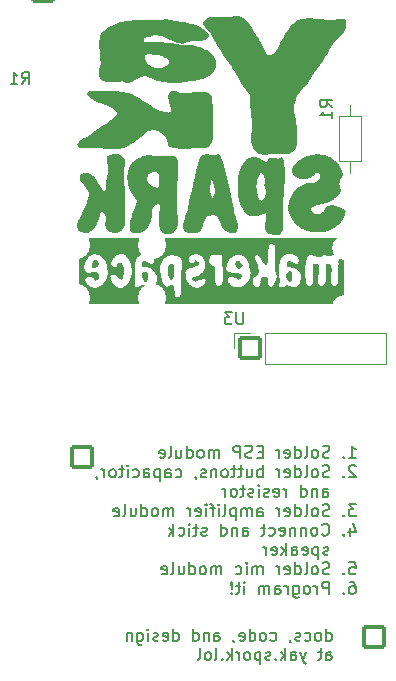
<source format=gbo>
%TF.GenerationSoftware,KiCad,Pcbnew,7.0.1*%
%TF.CreationDate,2023-04-13T23:50:02-04:00*%
%TF.ProjectId,YakBak-soldering-kit,59616b42-616b-42d7-936f-6c646572696e,rev?*%
%TF.SameCoordinates,Original*%
%TF.FileFunction,Legend,Bot*%
%TF.FilePolarity,Positive*%
%FSLAX46Y46*%
G04 Gerber Fmt 4.6, Leading zero omitted, Abs format (unit mm)*
G04 Created by KiCad (PCBNEW 7.0.1) date 2023-04-13 23:50:02*
%MOMM*%
%LPD*%
G01*
G04 APERTURE LIST*
G04 Aperture macros list*
%AMRoundRect*
0 Rectangle with rounded corners*
0 $1 Rounding radius*
0 $2 $3 $4 $5 $6 $7 $8 $9 X,Y pos of 4 corners*
0 Add a 4 corners polygon primitive as box body*
4,1,4,$2,$3,$4,$5,$6,$7,$8,$9,$2,$3,0*
0 Add four circle primitives for the rounded corners*
1,1,$1+$1,$2,$3*
1,1,$1+$1,$4,$5*
1,1,$1+$1,$6,$7*
1,1,$1+$1,$8,$9*
0 Add four rect primitives between the rounded corners*
20,1,$1+$1,$2,$3,$4,$5,0*
20,1,$1+$1,$4,$5,$6,$7,0*
20,1,$1+$1,$6,$7,$8,$9,0*
20,1,$1+$1,$8,$9,$2,$3,0*%
G04 Aperture macros list end*
%ADD10C,0.332976*%
%ADD11C,0.218334*%
%ADD12C,0.213243*%
%ADD13C,0.207953*%
%ADD14C,0.200021*%
%ADD15C,0.088310*%
%ADD16C,0.209358*%
%ADD17C,0.285059*%
%ADD18C,0.444591*%
%ADD19C,0.203200*%
%ADD20C,0.200000*%
%ADD21C,0.153000*%
%ADD22C,0.120000*%
%ADD23RoundRect,0.200000X0.850000X0.850000X-0.850000X0.850000X-0.850000X-0.850000X0.850000X-0.850000X0*%
%ADD24O,2.100000X2.100000*%
%ADD25C,2.400000*%
%ADD26RoundRect,0.200000X-0.850000X-0.850000X0.850000X-0.850000X0.850000X0.850000X-0.850000X0.850000X0*%
%ADD27C,2.900000*%
%ADD28C,2.000000*%
%ADD29C,1.800000*%
%ADD30O,1.800000X1.800000*%
%ADD31RoundRect,0.200000X-0.850000X0.850000X-0.850000X-0.850000X0.850000X-0.850000X0.850000X0.850000X0*%
G04 APERTURE END LIST*
D10*
X108667555Y-60958686D02*
X108672770Y-60975606D01*
X108691034Y-61052898D01*
X108704383Y-61132980D01*
X108712611Y-61215888D01*
X108696616Y-61317697D01*
X108673751Y-61413754D01*
X108644328Y-61504243D01*
X108608661Y-61589344D01*
X108567062Y-61669240D01*
X108519843Y-61744111D01*
X108467318Y-61814139D01*
X108409800Y-61879506D01*
X108347600Y-61940393D01*
X108281032Y-61996982D01*
X108210408Y-62049454D01*
X108136042Y-62097990D01*
X108058246Y-62142774D01*
X107977333Y-62183985D01*
X107893615Y-62221806D01*
X107807405Y-62256417D01*
X107719017Y-62288002D01*
X107628762Y-62316740D01*
X107443905Y-62366405D01*
X107255336Y-62406865D01*
X107065558Y-62439572D01*
X106877071Y-62465979D01*
X106692379Y-62487537D01*
X106344386Y-62521918D01*
X106125317Y-62564603D01*
X105906378Y-62596247D01*
X105687694Y-62617182D01*
X105469393Y-62627737D01*
X105251600Y-62628243D01*
X105034442Y-62619030D01*
X104818044Y-62600428D01*
X104602534Y-62572766D01*
X104388037Y-62536376D01*
X104174681Y-62491588D01*
X103962590Y-62438730D01*
X103751891Y-62378135D01*
X103542712Y-62310131D01*
X103335177Y-62235049D01*
X103129413Y-62153219D01*
X102925547Y-62064971D01*
X102861772Y-62056485D01*
X102799046Y-62054121D01*
X102737284Y-62057404D01*
X102676404Y-62065860D01*
X102616320Y-62079015D01*
X102556949Y-62096396D01*
X102498207Y-62117527D01*
X102440010Y-62141935D01*
X102324913Y-62198685D01*
X102210986Y-62262854D01*
X101983952Y-62398275D01*
X101869501Y-62461943D01*
X101811747Y-62491107D01*
X101753529Y-62517858D01*
X101694763Y-62541723D01*
X101635365Y-62562228D01*
X101575251Y-62578898D01*
X101514336Y-62591260D01*
X101452538Y-62598839D01*
X101389770Y-62601162D01*
X101325951Y-62597753D01*
X101260995Y-62588140D01*
X101194818Y-62571848D01*
X101127336Y-62548402D01*
X101058466Y-62517330D01*
X100988124Y-62478156D01*
X100674803Y-62515896D01*
X100319228Y-62550476D01*
X100136312Y-62560063D01*
X99955694Y-62561039D01*
X99781661Y-62550796D01*
X99618500Y-62526728D01*
X99542335Y-62508694D01*
X99470497Y-62486226D01*
X99403520Y-62458998D01*
X99341940Y-62426684D01*
X99286294Y-62388958D01*
X99237117Y-62345494D01*
X99194944Y-62295967D01*
X99160313Y-62240050D01*
X99133759Y-62177418D01*
X99115817Y-62107744D01*
X99107024Y-62030703D01*
X99107915Y-61945968D01*
X99119027Y-61853215D01*
X99140894Y-61752117D01*
X99174055Y-61642348D01*
X99219043Y-61523582D01*
X99237613Y-61433140D01*
X99251814Y-61341991D01*
X99268509Y-61157832D01*
X99271934Y-60971623D01*
X99264893Y-60783881D01*
X99251845Y-60616343D01*
X102657960Y-60616343D01*
X102662186Y-60682165D01*
X102673830Y-60749861D01*
X102692497Y-60818886D01*
X102717793Y-60888694D01*
X102749323Y-60958740D01*
X102786693Y-61028479D01*
X102829507Y-61097365D01*
X102877371Y-61164854D01*
X102929890Y-61230401D01*
X102986669Y-61293459D01*
X103047313Y-61353485D01*
X103111429Y-61409932D01*
X103178620Y-61462255D01*
X103248493Y-61509910D01*
X103320652Y-61552351D01*
X103394703Y-61589033D01*
X103470251Y-61619411D01*
X103546901Y-61642939D01*
X103624259Y-61659072D01*
X103701930Y-61667266D01*
X103774118Y-61694765D01*
X103849434Y-61714383D01*
X103927278Y-61726488D01*
X104007050Y-61731451D01*
X104088148Y-61729638D01*
X104169973Y-61721418D01*
X104251924Y-61707161D01*
X104333401Y-61687235D01*
X104413804Y-61662008D01*
X104492532Y-61631849D01*
X104568984Y-61597126D01*
X104642561Y-61558209D01*
X104712662Y-61515466D01*
X104778686Y-61469265D01*
X104840034Y-61419975D01*
X104896105Y-61367965D01*
X104946298Y-61313603D01*
X104990013Y-61257258D01*
X105026650Y-61199298D01*
X105055609Y-61140092D01*
X105076289Y-61080009D01*
X105088089Y-61019418D01*
X105090410Y-60958686D01*
X105082651Y-60898182D01*
X105064211Y-60838276D01*
X105034490Y-60779335D01*
X104992889Y-60721729D01*
X104938806Y-60665826D01*
X104871640Y-60611994D01*
X104790793Y-60560602D01*
X104695663Y-60512019D01*
X104585650Y-60466613D01*
X104548701Y-60443295D01*
X104511461Y-60421832D01*
X104436170Y-60384087D01*
X104359888Y-60352622D01*
X104282730Y-60326682D01*
X104204808Y-60305510D01*
X104126235Y-60288350D01*
X104047125Y-60274446D01*
X103967589Y-60263042D01*
X103647459Y-60227302D01*
X103567494Y-60217056D01*
X103487782Y-60204773D01*
X103408436Y-60189697D01*
X103329570Y-60171073D01*
X103213985Y-60171886D01*
X103110556Y-60181115D01*
X103018887Y-60198214D01*
X102938584Y-60222640D01*
X102869253Y-60253846D01*
X102810497Y-60291287D01*
X102761923Y-60334418D01*
X102723136Y-60382694D01*
X102693741Y-60435570D01*
X102673343Y-60492500D01*
X102661548Y-60552939D01*
X102657960Y-60616343D01*
X99251845Y-60616343D01*
X99250192Y-60595123D01*
X99230636Y-60405867D01*
X99188178Y-60027931D01*
X99170886Y-59840286D01*
X99159959Y-59654213D01*
X99158202Y-59470229D01*
X99168420Y-59288852D01*
X99178896Y-59199303D01*
X99193418Y-59110599D01*
X99212336Y-59022806D01*
X99236001Y-58935988D01*
X99264763Y-58850210D01*
X99298974Y-58765536D01*
X99338983Y-58682032D01*
X99385142Y-58599761D01*
X99458930Y-58523018D01*
X99535321Y-58450777D01*
X99614198Y-58382887D01*
X99695440Y-58319197D01*
X99778931Y-58259557D01*
X99864551Y-58203813D01*
X99952182Y-58151816D01*
X100041705Y-58103415D01*
X100225957Y-58016791D01*
X100416357Y-57942733D01*
X100611958Y-57880031D01*
X100811813Y-57827475D01*
X101014974Y-57783854D01*
X101220494Y-57747960D01*
X101427424Y-57718582D01*
X101634817Y-57694510D01*
X102047202Y-57657446D01*
X102450068Y-57627090D01*
X103496209Y-57628584D01*
X103757650Y-57625126D01*
X104018824Y-57615785D01*
X104279616Y-57598383D01*
X104409833Y-57585980D01*
X104539912Y-57570747D01*
X104539912Y-57570769D01*
X105009126Y-57642366D01*
X105489012Y-57706383D01*
X105971716Y-57776729D01*
X106211670Y-57818622D01*
X106449384Y-57867313D01*
X106683874Y-57924541D01*
X106914160Y-57992044D01*
X107139259Y-58071561D01*
X107358191Y-58164830D01*
X107569972Y-58273591D01*
X107773622Y-58399581D01*
X107872090Y-58469580D01*
X107968158Y-58544539D01*
X108061701Y-58624675D01*
X108152598Y-58710204D01*
X108131050Y-58766207D01*
X108103714Y-58816063D01*
X108070907Y-58860141D01*
X108032944Y-58898807D01*
X107990142Y-58932429D01*
X107942818Y-58961375D01*
X107891287Y-58986012D01*
X107835866Y-59006707D01*
X107776872Y-59023828D01*
X107714620Y-59037743D01*
X107581608Y-59057421D01*
X107439362Y-59068682D01*
X107290412Y-59074465D01*
X106982520Y-59081355D01*
X106828639Y-59088340D01*
X106678175Y-59101606D01*
X106605015Y-59111513D01*
X106533659Y-59124091D01*
X106464421Y-59139710D01*
X106397620Y-59158736D01*
X106333571Y-59181536D01*
X106272589Y-59208479D01*
X106214993Y-59239931D01*
X106161097Y-59276260D01*
X106064219Y-59283035D01*
X105968093Y-59282525D01*
X105872671Y-59275306D01*
X105777904Y-59261952D01*
X105683742Y-59243040D01*
X105590136Y-59219145D01*
X105404394Y-59158710D01*
X105220282Y-59085252D01*
X105037406Y-59003377D01*
X104673782Y-58832795D01*
X104492244Y-58753300D01*
X104310361Y-58683808D01*
X104219168Y-58654253D01*
X104127740Y-58628925D01*
X104036029Y-58608402D01*
X103943984Y-58593258D01*
X103851558Y-58584068D01*
X103758700Y-58581410D01*
X103665361Y-58585857D01*
X103571491Y-58597987D01*
X103477042Y-58618375D01*
X103381964Y-58647595D01*
X103286207Y-58686225D01*
X103189723Y-58734840D01*
X103120760Y-58733102D01*
X103055618Y-58736437D01*
X102994347Y-58744508D01*
X102936996Y-58756975D01*
X102883616Y-58773500D01*
X102834256Y-58793746D01*
X102788966Y-58817372D01*
X102747796Y-58844043D01*
X102710796Y-58873417D01*
X102678015Y-58905159D01*
X102649504Y-58938928D01*
X102625312Y-58974387D01*
X102605488Y-59011197D01*
X102590084Y-59049021D01*
X102579148Y-59087518D01*
X102572731Y-59126352D01*
X102570882Y-59165184D01*
X102573651Y-59203676D01*
X102581088Y-59241488D01*
X102593242Y-59278283D01*
X102610165Y-59313723D01*
X102631904Y-59347468D01*
X102658511Y-59379181D01*
X102690035Y-59408524D01*
X102726525Y-59435157D01*
X102768033Y-59458742D01*
X102814607Y-59478942D01*
X102866297Y-59495418D01*
X102923153Y-59507831D01*
X102985225Y-59515843D01*
X103052563Y-59519115D01*
X103125216Y-59517310D01*
X103363667Y-59495049D01*
X103601838Y-59485126D01*
X103839771Y-59485997D01*
X104077511Y-59496116D01*
X104315100Y-59513938D01*
X104552582Y-59537917D01*
X105027395Y-59598163D01*
X105502295Y-59664490D01*
X105977626Y-59724533D01*
X106215562Y-59748335D01*
X106453735Y-59765929D01*
X106692188Y-59775770D01*
X106930964Y-59776313D01*
X107074410Y-59803919D01*
X107221267Y-59838422D01*
X107369889Y-59880124D01*
X107518627Y-59929330D01*
X107665832Y-59986345D01*
X107809857Y-60051473D01*
X107949054Y-60125017D01*
X108081775Y-60207283D01*
X108206370Y-60298575D01*
X108265106Y-60347700D01*
X108321193Y-60399196D01*
X108374425Y-60453100D01*
X108424596Y-60509451D01*
X108471499Y-60568287D01*
X108514929Y-60629645D01*
X108554680Y-60693564D01*
X108590545Y-60760081D01*
X108622319Y-60829235D01*
X108649796Y-60901064D01*
X108667555Y-60958686D01*
G36*
X108667555Y-60958686D02*
G01*
X108672770Y-60975606D01*
X108691034Y-61052898D01*
X108704383Y-61132980D01*
X108712611Y-61215888D01*
X108696616Y-61317697D01*
X108673751Y-61413754D01*
X108644328Y-61504243D01*
X108608661Y-61589344D01*
X108567062Y-61669240D01*
X108519843Y-61744111D01*
X108467318Y-61814139D01*
X108409800Y-61879506D01*
X108347600Y-61940393D01*
X108281032Y-61996982D01*
X108210408Y-62049454D01*
X108136042Y-62097990D01*
X108058246Y-62142774D01*
X107977333Y-62183985D01*
X107893615Y-62221806D01*
X107807405Y-62256417D01*
X107719017Y-62288002D01*
X107628762Y-62316740D01*
X107443905Y-62366405D01*
X107255336Y-62406865D01*
X107065558Y-62439572D01*
X106877071Y-62465979D01*
X106692379Y-62487537D01*
X106344386Y-62521918D01*
X106125317Y-62564603D01*
X105906378Y-62596247D01*
X105687694Y-62617182D01*
X105469393Y-62627737D01*
X105251600Y-62628243D01*
X105034442Y-62619030D01*
X104818044Y-62600428D01*
X104602534Y-62572766D01*
X104388037Y-62536376D01*
X104174681Y-62491588D01*
X103962590Y-62438730D01*
X103751891Y-62378135D01*
X103542712Y-62310131D01*
X103335177Y-62235049D01*
X103129413Y-62153219D01*
X102925547Y-62064971D01*
X102861772Y-62056485D01*
X102799046Y-62054121D01*
X102737284Y-62057404D01*
X102676404Y-62065860D01*
X102616320Y-62079015D01*
X102556949Y-62096396D01*
X102498207Y-62117527D01*
X102440010Y-62141935D01*
X102324913Y-62198685D01*
X102210986Y-62262854D01*
X101983952Y-62398275D01*
X101869501Y-62461943D01*
X101811747Y-62491107D01*
X101753529Y-62517858D01*
X101694763Y-62541723D01*
X101635365Y-62562228D01*
X101575251Y-62578898D01*
X101514336Y-62591260D01*
X101452538Y-62598839D01*
X101389770Y-62601162D01*
X101325951Y-62597753D01*
X101260995Y-62588140D01*
X101194818Y-62571848D01*
X101127336Y-62548402D01*
X101058466Y-62517330D01*
X100988124Y-62478156D01*
X100674803Y-62515896D01*
X100319228Y-62550476D01*
X100136312Y-62560063D01*
X99955694Y-62561039D01*
X99781661Y-62550796D01*
X99618500Y-62526728D01*
X99542335Y-62508694D01*
X99470497Y-62486226D01*
X99403520Y-62458998D01*
X99341940Y-62426684D01*
X99286294Y-62388958D01*
X99237117Y-62345494D01*
X99194944Y-62295967D01*
X99160313Y-62240050D01*
X99133759Y-62177418D01*
X99115817Y-62107744D01*
X99107024Y-62030703D01*
X99107915Y-61945968D01*
X99119027Y-61853215D01*
X99140894Y-61752117D01*
X99174055Y-61642348D01*
X99219043Y-61523582D01*
X99237613Y-61433140D01*
X99251814Y-61341991D01*
X99268509Y-61157832D01*
X99271934Y-60971623D01*
X99264893Y-60783881D01*
X99251845Y-60616343D01*
X102657960Y-60616343D01*
X102662186Y-60682165D01*
X102673830Y-60749861D01*
X102692497Y-60818886D01*
X102717793Y-60888694D01*
X102749323Y-60958740D01*
X102786693Y-61028479D01*
X102829507Y-61097365D01*
X102877371Y-61164854D01*
X102929890Y-61230401D01*
X102986669Y-61293459D01*
X103047313Y-61353485D01*
X103111429Y-61409932D01*
X103178620Y-61462255D01*
X103248493Y-61509910D01*
X103320652Y-61552351D01*
X103394703Y-61589033D01*
X103470251Y-61619411D01*
X103546901Y-61642939D01*
X103624259Y-61659072D01*
X103701930Y-61667266D01*
X103774118Y-61694765D01*
X103849434Y-61714383D01*
X103927278Y-61726488D01*
X104007050Y-61731451D01*
X104088148Y-61729638D01*
X104169973Y-61721418D01*
X104251924Y-61707161D01*
X104333401Y-61687235D01*
X104413804Y-61662008D01*
X104492532Y-61631849D01*
X104568984Y-61597126D01*
X104642561Y-61558209D01*
X104712662Y-61515466D01*
X104778686Y-61469265D01*
X104840034Y-61419975D01*
X104896105Y-61367965D01*
X104946298Y-61313603D01*
X104990013Y-61257258D01*
X105026650Y-61199298D01*
X105055609Y-61140092D01*
X105076289Y-61080009D01*
X105088089Y-61019418D01*
X105090410Y-60958686D01*
X105082651Y-60898182D01*
X105064211Y-60838276D01*
X105034490Y-60779335D01*
X104992889Y-60721729D01*
X104938806Y-60665826D01*
X104871640Y-60611994D01*
X104790793Y-60560602D01*
X104695663Y-60512019D01*
X104585650Y-60466613D01*
X104548701Y-60443295D01*
X104511461Y-60421832D01*
X104436170Y-60384087D01*
X104359888Y-60352622D01*
X104282730Y-60326682D01*
X104204808Y-60305510D01*
X104126235Y-60288350D01*
X104047125Y-60274446D01*
X103967589Y-60263042D01*
X103647459Y-60227302D01*
X103567494Y-60217056D01*
X103487782Y-60204773D01*
X103408436Y-60189697D01*
X103329570Y-60171073D01*
X103213985Y-60171886D01*
X103110556Y-60181115D01*
X103018887Y-60198214D01*
X102938584Y-60222640D01*
X102869253Y-60253846D01*
X102810497Y-60291287D01*
X102761923Y-60334418D01*
X102723136Y-60382694D01*
X102693741Y-60435570D01*
X102673343Y-60492500D01*
X102661548Y-60552939D01*
X102657960Y-60616343D01*
X99251845Y-60616343D01*
X99250192Y-60595123D01*
X99230636Y-60405867D01*
X99188178Y-60027931D01*
X99170886Y-59840286D01*
X99159959Y-59654213D01*
X99158202Y-59470229D01*
X99168420Y-59288852D01*
X99178896Y-59199303D01*
X99193418Y-59110599D01*
X99212336Y-59022806D01*
X99236001Y-58935988D01*
X99264763Y-58850210D01*
X99298974Y-58765536D01*
X99338983Y-58682032D01*
X99385142Y-58599761D01*
X99458930Y-58523018D01*
X99535321Y-58450777D01*
X99614198Y-58382887D01*
X99695440Y-58319197D01*
X99778931Y-58259557D01*
X99864551Y-58203813D01*
X99952182Y-58151816D01*
X100041705Y-58103415D01*
X100225957Y-58016791D01*
X100416357Y-57942733D01*
X100611958Y-57880031D01*
X100811813Y-57827475D01*
X101014974Y-57783854D01*
X101220494Y-57747960D01*
X101427424Y-57718582D01*
X101634817Y-57694510D01*
X102047202Y-57657446D01*
X102450068Y-57627090D01*
X103496209Y-57628584D01*
X103757650Y-57625126D01*
X104018824Y-57615785D01*
X104279616Y-57598383D01*
X104409833Y-57585980D01*
X104539912Y-57570747D01*
X104539912Y-57570769D01*
X105009126Y-57642366D01*
X105489012Y-57706383D01*
X105971716Y-57776729D01*
X106211670Y-57818622D01*
X106449384Y-57867313D01*
X106683874Y-57924541D01*
X106914160Y-57992044D01*
X107139259Y-58071561D01*
X107358191Y-58164830D01*
X107569972Y-58273591D01*
X107773622Y-58399581D01*
X107872090Y-58469580D01*
X107968158Y-58544539D01*
X108061701Y-58624675D01*
X108152598Y-58710204D01*
X108131050Y-58766207D01*
X108103714Y-58816063D01*
X108070907Y-58860141D01*
X108032944Y-58898807D01*
X107990142Y-58932429D01*
X107942818Y-58961375D01*
X107891287Y-58986012D01*
X107835866Y-59006707D01*
X107776872Y-59023828D01*
X107714620Y-59037743D01*
X107581608Y-59057421D01*
X107439362Y-59068682D01*
X107290412Y-59074465D01*
X106982520Y-59081355D01*
X106828639Y-59088340D01*
X106678175Y-59101606D01*
X106605015Y-59111513D01*
X106533659Y-59124091D01*
X106464421Y-59139710D01*
X106397620Y-59158736D01*
X106333571Y-59181536D01*
X106272589Y-59208479D01*
X106214993Y-59239931D01*
X106161097Y-59276260D01*
X106064219Y-59283035D01*
X105968093Y-59282525D01*
X105872671Y-59275306D01*
X105777904Y-59261952D01*
X105683742Y-59243040D01*
X105590136Y-59219145D01*
X105404394Y-59158710D01*
X105220282Y-59085252D01*
X105037406Y-59003377D01*
X104673782Y-58832795D01*
X104492244Y-58753300D01*
X104310361Y-58683808D01*
X104219168Y-58654253D01*
X104127740Y-58628925D01*
X104036029Y-58608402D01*
X103943984Y-58593258D01*
X103851558Y-58584068D01*
X103758700Y-58581410D01*
X103665361Y-58585857D01*
X103571491Y-58597987D01*
X103477042Y-58618375D01*
X103381964Y-58647595D01*
X103286207Y-58686225D01*
X103189723Y-58734840D01*
X103120760Y-58733102D01*
X103055618Y-58736437D01*
X102994347Y-58744508D01*
X102936996Y-58756975D01*
X102883616Y-58773500D01*
X102834256Y-58793746D01*
X102788966Y-58817372D01*
X102747796Y-58844043D01*
X102710796Y-58873417D01*
X102678015Y-58905159D01*
X102649504Y-58938928D01*
X102625312Y-58974387D01*
X102605488Y-59011197D01*
X102590084Y-59049021D01*
X102579148Y-59087518D01*
X102572731Y-59126352D01*
X102570882Y-59165184D01*
X102573651Y-59203676D01*
X102581088Y-59241488D01*
X102593242Y-59278283D01*
X102610165Y-59313723D01*
X102631904Y-59347468D01*
X102658511Y-59379181D01*
X102690035Y-59408524D01*
X102726525Y-59435157D01*
X102768033Y-59458742D01*
X102814607Y-59478942D01*
X102866297Y-59495418D01*
X102923153Y-59507831D01*
X102985225Y-59515843D01*
X103052563Y-59519115D01*
X103125216Y-59517310D01*
X103363667Y-59495049D01*
X103601838Y-59485126D01*
X103839771Y-59485997D01*
X104077511Y-59496116D01*
X104315100Y-59513938D01*
X104552582Y-59537917D01*
X105027395Y-59598163D01*
X105502295Y-59664490D01*
X105977626Y-59724533D01*
X106215562Y-59748335D01*
X106453735Y-59765929D01*
X106692188Y-59775770D01*
X106930964Y-59776313D01*
X107074410Y-59803919D01*
X107221267Y-59838422D01*
X107369889Y-59880124D01*
X107518627Y-59929330D01*
X107665832Y-59986345D01*
X107809857Y-60051473D01*
X107949054Y-60125017D01*
X108081775Y-60207283D01*
X108206370Y-60298575D01*
X108265106Y-60347700D01*
X108321193Y-60399196D01*
X108374425Y-60453100D01*
X108424596Y-60509451D01*
X108471499Y-60568287D01*
X108514929Y-60629645D01*
X108554680Y-60693564D01*
X108590545Y-60760081D01*
X108622319Y-60829235D01*
X108649796Y-60901064D01*
X108667555Y-60958686D01*
G37*
D11*
X119673434Y-73615516D02*
X119673424Y-73615511D01*
X119673434Y-73615462D01*
X119673434Y-73615516D01*
G36*
X119673434Y-73615516D02*
G01*
X119673424Y-73615511D01*
X119673434Y-73615462D01*
X119673434Y-73615516D01*
G37*
D12*
X114389454Y-69167287D02*
X114389455Y-69167290D01*
X114389457Y-69167294D01*
X114389457Y-69167295D01*
X114389458Y-69167297D01*
X114389459Y-69167299D01*
X114389459Y-69167302D01*
X114389460Y-69167304D01*
X114389460Y-69167306D01*
X114389460Y-69167309D01*
X114389460Y-69167312D01*
X114389459Y-69167313D01*
X114389454Y-69167287D01*
G36*
X114389454Y-69167287D02*
G01*
X114389455Y-69167290D01*
X114389457Y-69167294D01*
X114389457Y-69167295D01*
X114389458Y-69167297D01*
X114389459Y-69167299D01*
X114389459Y-69167302D01*
X114389460Y-69167304D01*
X114389460Y-69167306D01*
X114389460Y-69167309D01*
X114389460Y-69167312D01*
X114389459Y-69167313D01*
X114389454Y-69167287D01*
G37*
X114389454Y-69167286D02*
X114389453Y-69167286D01*
X114389453Y-69167284D01*
X114389453Y-69167283D01*
X114389453Y-69167281D01*
X114389454Y-69167286D01*
G36*
X114389454Y-69167286D02*
G01*
X114389453Y-69167286D01*
X114389453Y-69167284D01*
X114389453Y-69167283D01*
X114389453Y-69167281D01*
X114389454Y-69167286D01*
G37*
D13*
X100371947Y-68905196D02*
X100436989Y-68909741D01*
X100500651Y-68917778D01*
X100562653Y-68929311D01*
X100622714Y-68944343D01*
X100680555Y-68962877D01*
X100735893Y-68984915D01*
X100788448Y-69010462D01*
X100837940Y-69039520D01*
X100884088Y-69072093D01*
X100926611Y-69108183D01*
X100965229Y-69147794D01*
X100999660Y-69190929D01*
X101029625Y-69237591D01*
X101054842Y-69287784D01*
X101075030Y-69341511D01*
X101089910Y-69398774D01*
X101099200Y-69459576D01*
X101102620Y-69523922D01*
X101099888Y-69591815D01*
X101090725Y-69663256D01*
X101074849Y-69738251D01*
X101051981Y-69816801D01*
X101021838Y-69898910D01*
X101105265Y-73024932D01*
X101105264Y-73024931D01*
X101105263Y-73024930D01*
X101105262Y-73024929D01*
X101105261Y-73024928D01*
X101105260Y-73024927D01*
X101105259Y-73024927D01*
X101105258Y-73024927D01*
X101105258Y-73024926D01*
X101105257Y-73024926D01*
X101105256Y-73024926D01*
X101105255Y-73024925D01*
X101105254Y-73024925D01*
X101105253Y-73024925D01*
X101105252Y-73024925D01*
X101105252Y-73024924D01*
X101105251Y-73024924D01*
X101105250Y-73024924D01*
X101088505Y-73093631D01*
X101075345Y-73163563D01*
X101058502Y-73306657D01*
X101052172Y-73453312D01*
X101053806Y-73602633D01*
X101088995Y-74208666D01*
X101092209Y-74357886D01*
X101088093Y-74504399D01*
X101074095Y-74647311D01*
X101062594Y-74717137D01*
X101047667Y-74785727D01*
X101028996Y-74852969D01*
X101006261Y-74918751D01*
X100979143Y-74982961D01*
X100947325Y-75045488D01*
X100910488Y-75106219D01*
X100868313Y-75165042D01*
X100820480Y-75221846D01*
X100766673Y-75276519D01*
X100704411Y-75304639D01*
X100642338Y-75328818D01*
X100580603Y-75349101D01*
X100519361Y-75365536D01*
X100458762Y-75378168D01*
X100398960Y-75387044D01*
X100340105Y-75392210D01*
X100282351Y-75393713D01*
X100225849Y-75391599D01*
X100170752Y-75385914D01*
X100117211Y-75376706D01*
X100065380Y-75364019D01*
X100015409Y-75347901D01*
X99967451Y-75328398D01*
X99921658Y-75305556D01*
X99878182Y-75279422D01*
X99837176Y-75250042D01*
X99798791Y-75217462D01*
X99763180Y-75181730D01*
X99730495Y-75142890D01*
X99700887Y-75100990D01*
X99674510Y-75056076D01*
X99651515Y-75008195D01*
X99632053Y-74957392D01*
X99616279Y-74903714D01*
X99604342Y-74847208D01*
X99596397Y-74787920D01*
X99592594Y-74725895D01*
X99593086Y-74661182D01*
X99598025Y-74593826D01*
X99607563Y-74523873D01*
X99621852Y-74451369D01*
X99637819Y-74395042D01*
X99648101Y-74338388D01*
X99653027Y-74281719D01*
X99652925Y-74225348D01*
X99648124Y-74169585D01*
X99638950Y-74114741D01*
X99625732Y-74061128D01*
X99608798Y-74009057D01*
X99588477Y-73958841D01*
X99565097Y-73910789D01*
X99538985Y-73865214D01*
X99510470Y-73822426D01*
X99479880Y-73782738D01*
X99447543Y-73746461D01*
X99413787Y-73713905D01*
X99378940Y-73685383D01*
X99343331Y-73661206D01*
X99307287Y-73641684D01*
X99271137Y-73627130D01*
X99235209Y-73617856D01*
X99199830Y-73614171D01*
X99165330Y-73616388D01*
X99132035Y-73624818D01*
X99100275Y-73639773D01*
X99070377Y-73661563D01*
X99042669Y-73690500D01*
X99017480Y-73726896D01*
X98995138Y-73771062D01*
X98975971Y-73823310D01*
X98960306Y-73883950D01*
X98948473Y-73953294D01*
X98940799Y-74031653D01*
X98903048Y-74162362D01*
X98857876Y-74298043D01*
X98805207Y-74436256D01*
X98744963Y-74574560D01*
X98677067Y-74710516D01*
X98601441Y-74841683D01*
X98518008Y-74965619D01*
X98426692Y-75079886D01*
X98378053Y-75132630D01*
X98327414Y-75182041D01*
X98274766Y-75227815D01*
X98220098Y-75269645D01*
X98163402Y-75307228D01*
X98104666Y-75340258D01*
X98043883Y-75368429D01*
X97981042Y-75391438D01*
X97916133Y-75408978D01*
X97849147Y-75420745D01*
X97780075Y-75426434D01*
X97708906Y-75425740D01*
X97635630Y-75418357D01*
X97560239Y-75403980D01*
X97482723Y-75382305D01*
X97403071Y-75353026D01*
X97346397Y-75281068D01*
X97301138Y-75207195D01*
X97266659Y-75131498D01*
X97242325Y-75054067D01*
X97227501Y-74974993D01*
X97221551Y-74894366D01*
X97223840Y-74812278D01*
X97233734Y-74728817D01*
X97250596Y-74644076D01*
X97273791Y-74558144D01*
X97302686Y-74471112D01*
X97336643Y-74383071D01*
X97417206Y-74204323D01*
X97510400Y-74022624D01*
X97714351Y-73653271D01*
X97814945Y-73467065D01*
X97907844Y-73280805D01*
X97987964Y-73095217D01*
X98021644Y-73002901D01*
X98050224Y-72911024D01*
X98073069Y-72819677D01*
X98089544Y-72728950D01*
X98099013Y-72638934D01*
X98100840Y-72549720D01*
X98143253Y-72480559D01*
X98174891Y-72412141D01*
X98196430Y-72344438D01*
X98208542Y-72277423D01*
X98211901Y-72211072D01*
X98207182Y-72145358D01*
X98195058Y-72080254D01*
X98176202Y-72015734D01*
X98151288Y-71951773D01*
X98120990Y-71888343D01*
X98085982Y-71825418D01*
X98046937Y-71762973D01*
X97959432Y-71639414D01*
X97863865Y-71517458D01*
X97670103Y-71277511D01*
X97582687Y-71159100D01*
X97543704Y-71100193D01*
X97508768Y-71041450D01*
X97478554Y-70982846D01*
X97453736Y-70924353D01*
X97434986Y-70865946D01*
X97422979Y-70807597D01*
X97418388Y-70749282D01*
X97421888Y-70690973D01*
X97434151Y-70632645D01*
X97455851Y-70574271D01*
X97546941Y-70548324D01*
X97634520Y-70529809D01*
X97718706Y-70518426D01*
X97799618Y-70513877D01*
X97877375Y-70515861D01*
X97952095Y-70524079D01*
X98023896Y-70538233D01*
X98092897Y-70558023D01*
X98159217Y-70583149D01*
X98222974Y-70613312D01*
X98284286Y-70648214D01*
X98343272Y-70687554D01*
X98400051Y-70731033D01*
X98454740Y-70778352D01*
X98507460Y-70829212D01*
X98558327Y-70883313D01*
X98607460Y-70940357D01*
X98654978Y-71000043D01*
X98745644Y-71126146D01*
X98831271Y-71259229D01*
X98912807Y-71396896D01*
X99217006Y-71945525D01*
X99277337Y-71983716D01*
X99332046Y-72011644D01*
X99381417Y-72029825D01*
X99425736Y-72038772D01*
X99465288Y-72039001D01*
X99500358Y-72031024D01*
X99531232Y-72015357D01*
X99558193Y-71992514D01*
X99581529Y-71963010D01*
X99601523Y-71927358D01*
X99618461Y-71886074D01*
X99632628Y-71839671D01*
X99644309Y-71788664D01*
X99653790Y-71733567D01*
X99667291Y-71613162D01*
X99675413Y-71482571D01*
X99680435Y-71345908D01*
X99690311Y-71070829D01*
X99699727Y-70940642D01*
X99715171Y-70820845D01*
X99725865Y-70766127D01*
X99738923Y-70715550D01*
X99754627Y-70669628D01*
X99773265Y-70628875D01*
X99789563Y-70579945D01*
X99803058Y-70529605D01*
X99813924Y-70477986D01*
X99822336Y-70425222D01*
X99832496Y-70316788D01*
X99834937Y-70205362D01*
X99831055Y-70092005D01*
X99822249Y-69977778D01*
X99795453Y-69750954D01*
X99765731Y-69533372D01*
X99753267Y-69430699D01*
X99744265Y-69333517D01*
X99740121Y-69242888D01*
X99742235Y-69159871D01*
X99752003Y-69085528D01*
X99760194Y-69051941D01*
X99770823Y-69020919D01*
X99835647Y-68994176D01*
X99901617Y-68970897D01*
X99968454Y-68951085D01*
X100035876Y-68934743D01*
X100103603Y-68921874D01*
X100171355Y-68912482D01*
X100238850Y-68906569D01*
X100305807Y-68904139D01*
X100371947Y-68905196D01*
G36*
X100371947Y-68905196D02*
G01*
X100436989Y-68909741D01*
X100500651Y-68917778D01*
X100562653Y-68929311D01*
X100622714Y-68944343D01*
X100680555Y-68962877D01*
X100735893Y-68984915D01*
X100788448Y-69010462D01*
X100837940Y-69039520D01*
X100884088Y-69072093D01*
X100926611Y-69108183D01*
X100965229Y-69147794D01*
X100999660Y-69190929D01*
X101029625Y-69237591D01*
X101054842Y-69287784D01*
X101075030Y-69341511D01*
X101089910Y-69398774D01*
X101099200Y-69459576D01*
X101102620Y-69523922D01*
X101099888Y-69591815D01*
X101090725Y-69663256D01*
X101074849Y-69738251D01*
X101051981Y-69816801D01*
X101021838Y-69898910D01*
X101105265Y-73024932D01*
X101105264Y-73024931D01*
X101105263Y-73024930D01*
X101105262Y-73024929D01*
X101105261Y-73024928D01*
X101105260Y-73024927D01*
X101105259Y-73024927D01*
X101105258Y-73024927D01*
X101105258Y-73024926D01*
X101105257Y-73024926D01*
X101105256Y-73024926D01*
X101105255Y-73024925D01*
X101105254Y-73024925D01*
X101105253Y-73024925D01*
X101105252Y-73024925D01*
X101105252Y-73024924D01*
X101105251Y-73024924D01*
X101105250Y-73024924D01*
X101088505Y-73093631D01*
X101075345Y-73163563D01*
X101058502Y-73306657D01*
X101052172Y-73453312D01*
X101053806Y-73602633D01*
X101088995Y-74208666D01*
X101092209Y-74357886D01*
X101088093Y-74504399D01*
X101074095Y-74647311D01*
X101062594Y-74717137D01*
X101047667Y-74785727D01*
X101028996Y-74852969D01*
X101006261Y-74918751D01*
X100979143Y-74982961D01*
X100947325Y-75045488D01*
X100910488Y-75106219D01*
X100868313Y-75165042D01*
X100820480Y-75221846D01*
X100766673Y-75276519D01*
X100704411Y-75304639D01*
X100642338Y-75328818D01*
X100580603Y-75349101D01*
X100519361Y-75365536D01*
X100458762Y-75378168D01*
X100398960Y-75387044D01*
X100340105Y-75392210D01*
X100282351Y-75393713D01*
X100225849Y-75391599D01*
X100170752Y-75385914D01*
X100117211Y-75376706D01*
X100065380Y-75364019D01*
X100015409Y-75347901D01*
X99967451Y-75328398D01*
X99921658Y-75305556D01*
X99878182Y-75279422D01*
X99837176Y-75250042D01*
X99798791Y-75217462D01*
X99763180Y-75181730D01*
X99730495Y-75142890D01*
X99700887Y-75100990D01*
X99674510Y-75056076D01*
X99651515Y-75008195D01*
X99632053Y-74957392D01*
X99616279Y-74903714D01*
X99604342Y-74847208D01*
X99596397Y-74787920D01*
X99592594Y-74725895D01*
X99593086Y-74661182D01*
X99598025Y-74593826D01*
X99607563Y-74523873D01*
X99621852Y-74451369D01*
X99637819Y-74395042D01*
X99648101Y-74338388D01*
X99653027Y-74281719D01*
X99652925Y-74225348D01*
X99648124Y-74169585D01*
X99638950Y-74114741D01*
X99625732Y-74061128D01*
X99608798Y-74009057D01*
X99588477Y-73958841D01*
X99565097Y-73910789D01*
X99538985Y-73865214D01*
X99510470Y-73822426D01*
X99479880Y-73782738D01*
X99447543Y-73746461D01*
X99413787Y-73713905D01*
X99378940Y-73685383D01*
X99343331Y-73661206D01*
X99307287Y-73641684D01*
X99271137Y-73627130D01*
X99235209Y-73617856D01*
X99199830Y-73614171D01*
X99165330Y-73616388D01*
X99132035Y-73624818D01*
X99100275Y-73639773D01*
X99070377Y-73661563D01*
X99042669Y-73690500D01*
X99017480Y-73726896D01*
X98995138Y-73771062D01*
X98975971Y-73823310D01*
X98960306Y-73883950D01*
X98948473Y-73953294D01*
X98940799Y-74031653D01*
X98903048Y-74162362D01*
X98857876Y-74298043D01*
X98805207Y-74436256D01*
X98744963Y-74574560D01*
X98677067Y-74710516D01*
X98601441Y-74841683D01*
X98518008Y-74965619D01*
X98426692Y-75079886D01*
X98378053Y-75132630D01*
X98327414Y-75182041D01*
X98274766Y-75227815D01*
X98220098Y-75269645D01*
X98163402Y-75307228D01*
X98104666Y-75340258D01*
X98043883Y-75368429D01*
X97981042Y-75391438D01*
X97916133Y-75408978D01*
X97849147Y-75420745D01*
X97780075Y-75426434D01*
X97708906Y-75425740D01*
X97635630Y-75418357D01*
X97560239Y-75403980D01*
X97482723Y-75382305D01*
X97403071Y-75353026D01*
X97346397Y-75281068D01*
X97301138Y-75207195D01*
X97266659Y-75131498D01*
X97242325Y-75054067D01*
X97227501Y-74974993D01*
X97221551Y-74894366D01*
X97223840Y-74812278D01*
X97233734Y-74728817D01*
X97250596Y-74644076D01*
X97273791Y-74558144D01*
X97302686Y-74471112D01*
X97336643Y-74383071D01*
X97417206Y-74204323D01*
X97510400Y-74022624D01*
X97714351Y-73653271D01*
X97814945Y-73467065D01*
X97907844Y-73280805D01*
X97987964Y-73095217D01*
X98021644Y-73002901D01*
X98050224Y-72911024D01*
X98073069Y-72819677D01*
X98089544Y-72728950D01*
X98099013Y-72638934D01*
X98100840Y-72549720D01*
X98143253Y-72480559D01*
X98174891Y-72412141D01*
X98196430Y-72344438D01*
X98208542Y-72277423D01*
X98211901Y-72211072D01*
X98207182Y-72145358D01*
X98195058Y-72080254D01*
X98176202Y-72015734D01*
X98151288Y-71951773D01*
X98120990Y-71888343D01*
X98085982Y-71825418D01*
X98046937Y-71762973D01*
X97959432Y-71639414D01*
X97863865Y-71517458D01*
X97670103Y-71277511D01*
X97582687Y-71159100D01*
X97543704Y-71100193D01*
X97508768Y-71041450D01*
X97478554Y-70982846D01*
X97453736Y-70924353D01*
X97434986Y-70865946D01*
X97422979Y-70807597D01*
X97418388Y-70749282D01*
X97421888Y-70690973D01*
X97434151Y-70632645D01*
X97455851Y-70574271D01*
X97546941Y-70548324D01*
X97634520Y-70529809D01*
X97718706Y-70518426D01*
X97799618Y-70513877D01*
X97877375Y-70515861D01*
X97952095Y-70524079D01*
X98023896Y-70538233D01*
X98092897Y-70558023D01*
X98159217Y-70583149D01*
X98222974Y-70613312D01*
X98284286Y-70648214D01*
X98343272Y-70687554D01*
X98400051Y-70731033D01*
X98454740Y-70778352D01*
X98507460Y-70829212D01*
X98558327Y-70883313D01*
X98607460Y-70940357D01*
X98654978Y-71000043D01*
X98745644Y-71126146D01*
X98831271Y-71259229D01*
X98912807Y-71396896D01*
X99217006Y-71945525D01*
X99277337Y-71983716D01*
X99332046Y-72011644D01*
X99381417Y-72029825D01*
X99425736Y-72038772D01*
X99465288Y-72039001D01*
X99500358Y-72031024D01*
X99531232Y-72015357D01*
X99558193Y-71992514D01*
X99581529Y-71963010D01*
X99601523Y-71927358D01*
X99618461Y-71886074D01*
X99632628Y-71839671D01*
X99644309Y-71788664D01*
X99653790Y-71733567D01*
X99667291Y-71613162D01*
X99675413Y-71482571D01*
X99680435Y-71345908D01*
X99690311Y-71070829D01*
X99699727Y-70940642D01*
X99715171Y-70820845D01*
X99725865Y-70766127D01*
X99738923Y-70715550D01*
X99754627Y-70669628D01*
X99773265Y-70628875D01*
X99789563Y-70579945D01*
X99803058Y-70529605D01*
X99813924Y-70477986D01*
X99822336Y-70425222D01*
X99832496Y-70316788D01*
X99834937Y-70205362D01*
X99831055Y-70092005D01*
X99822249Y-69977778D01*
X99795453Y-69750954D01*
X99765731Y-69533372D01*
X99753267Y-69430699D01*
X99744265Y-69333517D01*
X99740121Y-69242888D01*
X99742235Y-69159871D01*
X99752003Y-69085528D01*
X99760194Y-69051941D01*
X99770823Y-69020919D01*
X99835647Y-68994176D01*
X99901617Y-68970897D01*
X99968454Y-68951085D01*
X100035876Y-68934743D01*
X100103603Y-68921874D01*
X100171355Y-68912482D01*
X100238850Y-68906569D01*
X100305807Y-68904139D01*
X100371947Y-68905196D01*
G37*
D14*
X105495551Y-71615226D02*
X105479421Y-71926817D01*
X105463850Y-72369997D01*
X105461052Y-72813398D01*
X105466133Y-73035216D01*
X105476435Y-73257133D01*
X105478672Y-73393017D01*
X105487390Y-73533672D01*
X105516193Y-73825197D01*
X105546691Y-74123505D01*
X105557527Y-74272639D01*
X105562728Y-74420393D01*
X105560274Y-74565742D01*
X105548147Y-74707659D01*
X105537824Y-74777011D01*
X105524326Y-74845121D01*
X105507400Y-74911860D01*
X105486793Y-74977101D01*
X105462253Y-75040715D01*
X105433528Y-75102575D01*
X105400364Y-75162551D01*
X105362511Y-75220516D01*
X105319714Y-75276342D01*
X105271723Y-75329900D01*
X105218284Y-75381063D01*
X105159144Y-75429702D01*
X105045310Y-75463915D01*
X104939686Y-75486927D01*
X104841988Y-75499251D01*
X104751934Y-75501402D01*
X104669240Y-75493895D01*
X104593622Y-75477244D01*
X104524797Y-75451964D01*
X104462482Y-75418569D01*
X104406393Y-75377573D01*
X104356247Y-75329492D01*
X104311760Y-75274840D01*
X104272650Y-75214131D01*
X104238632Y-75147879D01*
X104209424Y-75076600D01*
X104184741Y-75000807D01*
X104164301Y-74921016D01*
X104135014Y-74751495D01*
X104119297Y-74572153D01*
X104114882Y-74387105D01*
X104119502Y-74200469D01*
X104130889Y-74016360D01*
X104146777Y-73838894D01*
X104182986Y-73520354D01*
X104199636Y-73433616D01*
X104209521Y-73354820D01*
X104213040Y-73283754D01*
X104210594Y-73220205D01*
X104202582Y-73163963D01*
X104189406Y-73114814D01*
X104171466Y-73072548D01*
X104149161Y-73036953D01*
X104122892Y-73007816D01*
X104093060Y-72984925D01*
X104060064Y-72968069D01*
X104024305Y-72957036D01*
X103986183Y-72951614D01*
X103946098Y-72951590D01*
X103904451Y-72956754D01*
X103861642Y-72966893D01*
X103818071Y-72981796D01*
X103774138Y-73001249D01*
X103730244Y-73025042D01*
X103686789Y-73052963D01*
X103644173Y-73084800D01*
X103602796Y-73120340D01*
X103563059Y-73159372D01*
X103525362Y-73201684D01*
X103490105Y-73247065D01*
X103457689Y-73295301D01*
X103428513Y-73346182D01*
X103402979Y-73399495D01*
X103381486Y-73455029D01*
X103364434Y-73512571D01*
X103352224Y-73571911D01*
X103345256Y-73632835D01*
X103353243Y-73720185D01*
X103357203Y-73808440D01*
X103357165Y-73897294D01*
X103353163Y-73986440D01*
X103345226Y-74075573D01*
X103333388Y-74164388D01*
X103317679Y-74252579D01*
X103298131Y-74339840D01*
X103274775Y-74425865D01*
X103247643Y-74510350D01*
X103216766Y-74592987D01*
X103182176Y-74673473D01*
X103143904Y-74751500D01*
X103101982Y-74826764D01*
X103056442Y-74898958D01*
X103007314Y-74967777D01*
X102954631Y-75032916D01*
X102898424Y-75094069D01*
X102838724Y-75150929D01*
X102775563Y-75203192D01*
X102708972Y-75250552D01*
X102638983Y-75292704D01*
X102565627Y-75329340D01*
X102488937Y-75360157D01*
X102408943Y-75384848D01*
X102325676Y-75403107D01*
X102239169Y-75414629D01*
X102149453Y-75419109D01*
X102056559Y-75416240D01*
X101960519Y-75405718D01*
X101861365Y-75387236D01*
X101759127Y-75360488D01*
X101729870Y-75299838D01*
X101706151Y-75236021D01*
X101687716Y-75169217D01*
X101674312Y-75099605D01*
X101665687Y-75027368D01*
X101661585Y-74952684D01*
X101665943Y-74796700D01*
X101685358Y-74633097D01*
X101717804Y-74463319D01*
X101761253Y-74288807D01*
X101813680Y-74111007D01*
X101873056Y-73931360D01*
X101937355Y-73751311D01*
X102072615Y-73395776D01*
X102203245Y-73055950D01*
X102261756Y-72895535D01*
X102313029Y-72743377D01*
X102206183Y-72630394D01*
X102104574Y-72511610D01*
X102008653Y-72387437D01*
X101918869Y-72258292D01*
X101835674Y-72124587D01*
X101759519Y-71986738D01*
X101690853Y-71845158D01*
X101630128Y-71700263D01*
X101577794Y-71552466D01*
X101534302Y-71402183D01*
X101500102Y-71249826D01*
X101475646Y-71095812D01*
X101461383Y-70940553D01*
X101459062Y-70840434D01*
X102955654Y-70840434D01*
X102958822Y-70916204D01*
X102970111Y-70992612D01*
X102989135Y-71068945D01*
X103015510Y-71144488D01*
X103048850Y-71218525D01*
X103088771Y-71290343D01*
X103134887Y-71359226D01*
X103186815Y-71424460D01*
X103244167Y-71485330D01*
X103306561Y-71541122D01*
X103373610Y-71591120D01*
X103444930Y-71634610D01*
X103520136Y-71670877D01*
X103598843Y-71699206D01*
X103680665Y-71718884D01*
X103765218Y-71729194D01*
X103852117Y-71729423D01*
X103940977Y-71718855D01*
X104031413Y-71696776D01*
X104123039Y-71662471D01*
X104215472Y-71615226D01*
X104192721Y-71572837D01*
X104174140Y-71526785D01*
X104159328Y-71477434D01*
X104147883Y-71425150D01*
X104139406Y-71370298D01*
X104133494Y-71313243D01*
X104127765Y-71193987D01*
X104129455Y-70945120D01*
X104130459Y-70821354D01*
X104127292Y-70701930D01*
X104123142Y-70644760D01*
X104116747Y-70589770D01*
X104107704Y-70537328D01*
X104095614Y-70487798D01*
X104080076Y-70441545D01*
X104060687Y-70398935D01*
X104037049Y-70360333D01*
X104008758Y-70326105D01*
X103975416Y-70296615D01*
X103936620Y-70272230D01*
X103891969Y-70253314D01*
X103841063Y-70240232D01*
X103783501Y-70233351D01*
X103718882Y-70233036D01*
X103646804Y-70239651D01*
X103566867Y-70253562D01*
X103455300Y-70275130D01*
X103356089Y-70305198D01*
X103268848Y-70343053D01*
X103193192Y-70387980D01*
X103128737Y-70439263D01*
X103075097Y-70496189D01*
X103031887Y-70558042D01*
X102998723Y-70624108D01*
X102975220Y-70693672D01*
X102960992Y-70766019D01*
X102955654Y-70840434D01*
X101459062Y-70840434D01*
X101457764Y-70784465D01*
X101465241Y-70627962D01*
X101484263Y-70471458D01*
X101494790Y-70383931D01*
X101510035Y-70298532D01*
X101529843Y-70215316D01*
X101554061Y-70134338D01*
X101582535Y-70055656D01*
X101615110Y-69979325D01*
X101651633Y-69905402D01*
X101691949Y-69833942D01*
X101735904Y-69765002D01*
X101783345Y-69698639D01*
X101834117Y-69634907D01*
X101888066Y-69573864D01*
X101945038Y-69515565D01*
X102004880Y-69460066D01*
X102067436Y-69407424D01*
X102132553Y-69357696D01*
X102200077Y-69310936D01*
X102269854Y-69267201D01*
X102341729Y-69226548D01*
X102415549Y-69189032D01*
X102568408Y-69123638D01*
X102727196Y-69071467D01*
X102890681Y-69032969D01*
X103057632Y-69008593D01*
X103142021Y-69001841D01*
X103226815Y-68998789D01*
X103311859Y-68999491D01*
X103396998Y-69004005D01*
X103462551Y-69031963D01*
X103533344Y-69053570D01*
X103608867Y-69069422D01*
X103688609Y-69080116D01*
X103772058Y-69086250D01*
X103858704Y-69088420D01*
X104039541Y-69083261D01*
X104788566Y-69023540D01*
X104961803Y-69022728D01*
X105043508Y-69027724D01*
X105121256Y-69037119D01*
X105194537Y-69051509D01*
X105262839Y-69071491D01*
X105325651Y-69097663D01*
X105382463Y-69130622D01*
X105432763Y-69170965D01*
X105476040Y-69219289D01*
X105511784Y-69276192D01*
X105539484Y-69342271D01*
X105558628Y-69418123D01*
X105568706Y-69504345D01*
X105569207Y-69601534D01*
X105559619Y-69710288D01*
X105559619Y-69710303D01*
X105561291Y-70154063D01*
X105548700Y-70597482D01*
X105502357Y-71483747D01*
X105495551Y-71615226D01*
G36*
X105495551Y-71615226D02*
G01*
X105479421Y-71926817D01*
X105463850Y-72369997D01*
X105461052Y-72813398D01*
X105466133Y-73035216D01*
X105476435Y-73257133D01*
X105478672Y-73393017D01*
X105487390Y-73533672D01*
X105516193Y-73825197D01*
X105546691Y-74123505D01*
X105557527Y-74272639D01*
X105562728Y-74420393D01*
X105560274Y-74565742D01*
X105548147Y-74707659D01*
X105537824Y-74777011D01*
X105524326Y-74845121D01*
X105507400Y-74911860D01*
X105486793Y-74977101D01*
X105462253Y-75040715D01*
X105433528Y-75102575D01*
X105400364Y-75162551D01*
X105362511Y-75220516D01*
X105319714Y-75276342D01*
X105271723Y-75329900D01*
X105218284Y-75381063D01*
X105159144Y-75429702D01*
X105045310Y-75463915D01*
X104939686Y-75486927D01*
X104841988Y-75499251D01*
X104751934Y-75501402D01*
X104669240Y-75493895D01*
X104593622Y-75477244D01*
X104524797Y-75451964D01*
X104462482Y-75418569D01*
X104406393Y-75377573D01*
X104356247Y-75329492D01*
X104311760Y-75274840D01*
X104272650Y-75214131D01*
X104238632Y-75147879D01*
X104209424Y-75076600D01*
X104184741Y-75000807D01*
X104164301Y-74921016D01*
X104135014Y-74751495D01*
X104119297Y-74572153D01*
X104114882Y-74387105D01*
X104119502Y-74200469D01*
X104130889Y-74016360D01*
X104146777Y-73838894D01*
X104182986Y-73520354D01*
X104199636Y-73433616D01*
X104209521Y-73354820D01*
X104213040Y-73283754D01*
X104210594Y-73220205D01*
X104202582Y-73163963D01*
X104189406Y-73114814D01*
X104171466Y-73072548D01*
X104149161Y-73036953D01*
X104122892Y-73007816D01*
X104093060Y-72984925D01*
X104060064Y-72968069D01*
X104024305Y-72957036D01*
X103986183Y-72951614D01*
X103946098Y-72951590D01*
X103904451Y-72956754D01*
X103861642Y-72966893D01*
X103818071Y-72981796D01*
X103774138Y-73001249D01*
X103730244Y-73025042D01*
X103686789Y-73052963D01*
X103644173Y-73084800D01*
X103602796Y-73120340D01*
X103563059Y-73159372D01*
X103525362Y-73201684D01*
X103490105Y-73247065D01*
X103457689Y-73295301D01*
X103428513Y-73346182D01*
X103402979Y-73399495D01*
X103381486Y-73455029D01*
X103364434Y-73512571D01*
X103352224Y-73571911D01*
X103345256Y-73632835D01*
X103353243Y-73720185D01*
X103357203Y-73808440D01*
X103357165Y-73897294D01*
X103353163Y-73986440D01*
X103345226Y-74075573D01*
X103333388Y-74164388D01*
X103317679Y-74252579D01*
X103298131Y-74339840D01*
X103274775Y-74425865D01*
X103247643Y-74510350D01*
X103216766Y-74592987D01*
X103182176Y-74673473D01*
X103143904Y-74751500D01*
X103101982Y-74826764D01*
X103056442Y-74898958D01*
X103007314Y-74967777D01*
X102954631Y-75032916D01*
X102898424Y-75094069D01*
X102838724Y-75150929D01*
X102775563Y-75203192D01*
X102708972Y-75250552D01*
X102638983Y-75292704D01*
X102565627Y-75329340D01*
X102488937Y-75360157D01*
X102408943Y-75384848D01*
X102325676Y-75403107D01*
X102239169Y-75414629D01*
X102149453Y-75419109D01*
X102056559Y-75416240D01*
X101960519Y-75405718D01*
X101861365Y-75387236D01*
X101759127Y-75360488D01*
X101729870Y-75299838D01*
X101706151Y-75236021D01*
X101687716Y-75169217D01*
X101674312Y-75099605D01*
X101665687Y-75027368D01*
X101661585Y-74952684D01*
X101665943Y-74796700D01*
X101685358Y-74633097D01*
X101717804Y-74463319D01*
X101761253Y-74288807D01*
X101813680Y-74111007D01*
X101873056Y-73931360D01*
X101937355Y-73751311D01*
X102072615Y-73395776D01*
X102203245Y-73055950D01*
X102261756Y-72895535D01*
X102313029Y-72743377D01*
X102206183Y-72630394D01*
X102104574Y-72511610D01*
X102008653Y-72387437D01*
X101918869Y-72258292D01*
X101835674Y-72124587D01*
X101759519Y-71986738D01*
X101690853Y-71845158D01*
X101630128Y-71700263D01*
X101577794Y-71552466D01*
X101534302Y-71402183D01*
X101500102Y-71249826D01*
X101475646Y-71095812D01*
X101461383Y-70940553D01*
X101459062Y-70840434D01*
X102955654Y-70840434D01*
X102958822Y-70916204D01*
X102970111Y-70992612D01*
X102989135Y-71068945D01*
X103015510Y-71144488D01*
X103048850Y-71218525D01*
X103088771Y-71290343D01*
X103134887Y-71359226D01*
X103186815Y-71424460D01*
X103244167Y-71485330D01*
X103306561Y-71541122D01*
X103373610Y-71591120D01*
X103444930Y-71634610D01*
X103520136Y-71670877D01*
X103598843Y-71699206D01*
X103680665Y-71718884D01*
X103765218Y-71729194D01*
X103852117Y-71729423D01*
X103940977Y-71718855D01*
X104031413Y-71696776D01*
X104123039Y-71662471D01*
X104215472Y-71615226D01*
X104192721Y-71572837D01*
X104174140Y-71526785D01*
X104159328Y-71477434D01*
X104147883Y-71425150D01*
X104139406Y-71370298D01*
X104133494Y-71313243D01*
X104127765Y-71193987D01*
X104129455Y-70945120D01*
X104130459Y-70821354D01*
X104127292Y-70701930D01*
X104123142Y-70644760D01*
X104116747Y-70589770D01*
X104107704Y-70537328D01*
X104095614Y-70487798D01*
X104080076Y-70441545D01*
X104060687Y-70398935D01*
X104037049Y-70360333D01*
X104008758Y-70326105D01*
X103975416Y-70296615D01*
X103936620Y-70272230D01*
X103891969Y-70253314D01*
X103841063Y-70240232D01*
X103783501Y-70233351D01*
X103718882Y-70233036D01*
X103646804Y-70239651D01*
X103566867Y-70253562D01*
X103455300Y-70275130D01*
X103356089Y-70305198D01*
X103268848Y-70343053D01*
X103193192Y-70387980D01*
X103128737Y-70439263D01*
X103075097Y-70496189D01*
X103031887Y-70558042D01*
X102998723Y-70624108D01*
X102975220Y-70693672D01*
X102960992Y-70766019D01*
X102955654Y-70840434D01*
X101459062Y-70840434D01*
X101457764Y-70784465D01*
X101465241Y-70627962D01*
X101484263Y-70471458D01*
X101494790Y-70383931D01*
X101510035Y-70298532D01*
X101529843Y-70215316D01*
X101554061Y-70134338D01*
X101582535Y-70055656D01*
X101615110Y-69979325D01*
X101651633Y-69905402D01*
X101691949Y-69833942D01*
X101735904Y-69765002D01*
X101783345Y-69698639D01*
X101834117Y-69634907D01*
X101888066Y-69573864D01*
X101945038Y-69515565D01*
X102004880Y-69460066D01*
X102067436Y-69407424D01*
X102132553Y-69357696D01*
X102200077Y-69310936D01*
X102269854Y-69267201D01*
X102341729Y-69226548D01*
X102415549Y-69189032D01*
X102568408Y-69123638D01*
X102727196Y-69071467D01*
X102890681Y-69032969D01*
X103057632Y-69008593D01*
X103142021Y-69001841D01*
X103226815Y-68998789D01*
X103311859Y-68999491D01*
X103396998Y-69004005D01*
X103462551Y-69031963D01*
X103533344Y-69053570D01*
X103608867Y-69069422D01*
X103688609Y-69080116D01*
X103772058Y-69086250D01*
X103858704Y-69088420D01*
X104039541Y-69083261D01*
X104788566Y-69023540D01*
X104961803Y-69022728D01*
X105043508Y-69027724D01*
X105121256Y-69037119D01*
X105194537Y-69051509D01*
X105262839Y-69071491D01*
X105325651Y-69097663D01*
X105382463Y-69130622D01*
X105432763Y-69170965D01*
X105476040Y-69219289D01*
X105511784Y-69276192D01*
X105539484Y-69342271D01*
X105558628Y-69418123D01*
X105568706Y-69504345D01*
X105569207Y-69601534D01*
X105559619Y-69710288D01*
X105559619Y-69710303D01*
X105561291Y-70154063D01*
X105548700Y-70597482D01*
X105502357Y-71483747D01*
X105495551Y-71615226D01*
G37*
D11*
X117551550Y-68923792D02*
X117663299Y-68933437D01*
X117774194Y-68949230D01*
X117883956Y-68971294D01*
X117992307Y-68999753D01*
X118098970Y-69034728D01*
X118203666Y-69076344D01*
X118306119Y-69124722D01*
X118406051Y-69179986D01*
X118503184Y-69242257D01*
X118597239Y-69311660D01*
X118676677Y-69355913D01*
X118752035Y-69403575D01*
X118823365Y-69454496D01*
X118890720Y-69508524D01*
X118954151Y-69565511D01*
X119013710Y-69625306D01*
X119069449Y-69687758D01*
X119121422Y-69752718D01*
X119169678Y-69820036D01*
X119214271Y-69889561D01*
X119255252Y-69961143D01*
X119292674Y-70034632D01*
X119326588Y-70109878D01*
X119357047Y-70186731D01*
X119384102Y-70265040D01*
X119407806Y-70344656D01*
X119428211Y-70425428D01*
X119445368Y-70507206D01*
X119459329Y-70589841D01*
X119470147Y-70673181D01*
X119477874Y-70757076D01*
X119482561Y-70841377D01*
X119483026Y-71010596D01*
X119471957Y-71179634D01*
X119449772Y-71347292D01*
X119416885Y-71512367D01*
X119373713Y-71673659D01*
X119339097Y-71756238D01*
X119301016Y-71835221D01*
X119259603Y-71910703D01*
X119214989Y-71982776D01*
X119167305Y-72051536D01*
X119116684Y-72117077D01*
X119063256Y-72179492D01*
X119007154Y-72238876D01*
X118948510Y-72295322D01*
X118887454Y-72348925D01*
X118824119Y-72399779D01*
X118758636Y-72447977D01*
X118691137Y-72493614D01*
X118621754Y-72536785D01*
X118550618Y-72577582D01*
X118477860Y-72616100D01*
X118328009Y-72686676D01*
X118173253Y-72749265D01*
X118014645Y-72804619D01*
X117853240Y-72853491D01*
X117690089Y-72896633D01*
X117526247Y-72934798D01*
X117362767Y-72968738D01*
X117200702Y-72999206D01*
X117092091Y-73038336D01*
X116998998Y-73081622D01*
X116920741Y-73128533D01*
X116856639Y-73178539D01*
X116806013Y-73231111D01*
X116768181Y-73285719D01*
X116742462Y-73341832D01*
X116728176Y-73398920D01*
X116724642Y-73456453D01*
X116731180Y-73513902D01*
X116747108Y-73570736D01*
X116771746Y-73626425D01*
X116804414Y-73680439D01*
X116844430Y-73732249D01*
X116891114Y-73781324D01*
X116943785Y-73827133D01*
X117001762Y-73869148D01*
X117064365Y-73906838D01*
X117130912Y-73939673D01*
X117200725Y-73967122D01*
X117273120Y-73988657D01*
X117347418Y-74003747D01*
X117422939Y-74011861D01*
X117499001Y-74012470D01*
X117574923Y-74005044D01*
X117650026Y-73989053D01*
X117723627Y-73963967D01*
X117795047Y-73929255D01*
X117863605Y-73884388D01*
X117928620Y-73828836D01*
X117989411Y-73762068D01*
X118045298Y-73683555D01*
X118078772Y-73614050D01*
X118113949Y-73551398D01*
X118150773Y-73495349D01*
X118189184Y-73445652D01*
X118229125Y-73402056D01*
X118270537Y-73364310D01*
X118313363Y-73332165D01*
X118357544Y-73305369D01*
X118403023Y-73283672D01*
X118449741Y-73266822D01*
X118497640Y-73254571D01*
X118546661Y-73246667D01*
X118596748Y-73242859D01*
X118647841Y-73242896D01*
X118699883Y-73246529D01*
X118752816Y-73253507D01*
X118806581Y-73263578D01*
X118861120Y-73276493D01*
X118916376Y-73292001D01*
X118972289Y-73309850D01*
X119085858Y-73351574D01*
X119201363Y-73399659D01*
X119673424Y-73615511D01*
X119652389Y-73722893D01*
X119625244Y-73827147D01*
X119592227Y-73928176D01*
X119553569Y-74025933D01*
X119509499Y-74120372D01*
X119460247Y-74211444D01*
X119406042Y-74299103D01*
X119347115Y-74383302D01*
X119283694Y-74463992D01*
X119216010Y-74541127D01*
X119144291Y-74614659D01*
X119068769Y-74684542D01*
X118989672Y-74750727D01*
X118907230Y-74813169D01*
X118821672Y-74871818D01*
X118733229Y-74926629D01*
X118642130Y-74977554D01*
X118548605Y-75024545D01*
X118452883Y-75067556D01*
X118355194Y-75106539D01*
X118255767Y-75141446D01*
X118154833Y-75172231D01*
X118052620Y-75198847D01*
X117949359Y-75221245D01*
X117845280Y-75239379D01*
X117740611Y-75253202D01*
X117635582Y-75262666D01*
X117530424Y-75267724D01*
X117425366Y-75268328D01*
X117320637Y-75264432D01*
X117216467Y-75255989D01*
X117113086Y-75242950D01*
X117008707Y-75229656D01*
X116904194Y-75211161D01*
X116799833Y-75187600D01*
X116695909Y-75159108D01*
X116592709Y-75125820D01*
X116490519Y-75087870D01*
X116389625Y-75045394D01*
X116290313Y-74998526D01*
X116192869Y-74947401D01*
X116097580Y-74892155D01*
X116004732Y-74832921D01*
X115914610Y-74769834D01*
X115827502Y-74703030D01*
X115743692Y-74632644D01*
X115663468Y-74558809D01*
X115587115Y-74481662D01*
X115514920Y-74401336D01*
X115447168Y-74317967D01*
X115384146Y-74231690D01*
X115326140Y-74142639D01*
X115273436Y-74050949D01*
X115226320Y-73956756D01*
X115185079Y-73860193D01*
X115149998Y-73761396D01*
X115121364Y-73660500D01*
X115099463Y-73557639D01*
X115084580Y-73452948D01*
X115077003Y-73346562D01*
X115077017Y-73238617D01*
X115084909Y-73129246D01*
X115100963Y-73018585D01*
X115125468Y-72906768D01*
X115143163Y-72820012D01*
X115165053Y-72734662D01*
X115191011Y-72650822D01*
X115220910Y-72568596D01*
X115254625Y-72488087D01*
X115292028Y-72409400D01*
X115332993Y-72332637D01*
X115377395Y-72257902D01*
X115425106Y-72185300D01*
X115476000Y-72114933D01*
X115529951Y-72046905D01*
X115586832Y-71981320D01*
X115646517Y-71918282D01*
X115708879Y-71857894D01*
X115773793Y-71800260D01*
X115841131Y-71745483D01*
X115910768Y-71693668D01*
X115982576Y-71644918D01*
X116056430Y-71599336D01*
X116132203Y-71557026D01*
X116209768Y-71518092D01*
X116289000Y-71482637D01*
X116369772Y-71450765D01*
X116451957Y-71422580D01*
X116535429Y-71398186D01*
X116620061Y-71377685D01*
X116705728Y-71361183D01*
X116792303Y-71348781D01*
X116879659Y-71340585D01*
X116967670Y-71336697D01*
X117056210Y-71337221D01*
X117145152Y-71342261D01*
X117212096Y-71333994D01*
X117276168Y-71319202D01*
X117337231Y-71298371D01*
X117395145Y-71271988D01*
X117449774Y-71240539D01*
X117500979Y-71204510D01*
X117548623Y-71164388D01*
X117592567Y-71120658D01*
X117632673Y-71073807D01*
X117668804Y-71024321D01*
X117700822Y-70972686D01*
X117728588Y-70919389D01*
X117751965Y-70864915D01*
X117770815Y-70809751D01*
X117785000Y-70754383D01*
X117794382Y-70699298D01*
X117798823Y-70644981D01*
X117798184Y-70591919D01*
X117792329Y-70540598D01*
X117781119Y-70491504D01*
X117764417Y-70445124D01*
X117742083Y-70401943D01*
X117713981Y-70362448D01*
X117679973Y-70327125D01*
X117639919Y-70296460D01*
X117593684Y-70270940D01*
X117541128Y-70251050D01*
X117482113Y-70237278D01*
X117416503Y-70230108D01*
X117344158Y-70230028D01*
X117264941Y-70237524D01*
X117178714Y-70253081D01*
X117146153Y-70319448D01*
X117105845Y-70380718D01*
X117058425Y-70436925D01*
X117004525Y-70488104D01*
X116944781Y-70534289D01*
X116879825Y-70575514D01*
X116810292Y-70611814D01*
X116736816Y-70643223D01*
X116660031Y-70669774D01*
X116580571Y-70691503D01*
X116499070Y-70708444D01*
X116416161Y-70720630D01*
X116332480Y-70728096D01*
X116248659Y-70730877D01*
X116165333Y-70729006D01*
X116083135Y-70722518D01*
X116002701Y-70711447D01*
X115924663Y-70695828D01*
X115849656Y-70675694D01*
X115778313Y-70651080D01*
X115711269Y-70622020D01*
X115649158Y-70588548D01*
X115592613Y-70550699D01*
X115542269Y-70508507D01*
X115498759Y-70462006D01*
X115462718Y-70411231D01*
X115434780Y-70356215D01*
X115415578Y-70296993D01*
X115405747Y-70233599D01*
X115405920Y-70166068D01*
X115416731Y-70094433D01*
X115438815Y-70018729D01*
X115499114Y-69924166D01*
X115564668Y-69833050D01*
X115635200Y-69745504D01*
X115710430Y-69661652D01*
X115790082Y-69581615D01*
X115873878Y-69505517D01*
X115961539Y-69433481D01*
X116052790Y-69365628D01*
X116147350Y-69302083D01*
X116244944Y-69242967D01*
X116345293Y-69188404D01*
X116448120Y-69138516D01*
X116553146Y-69093426D01*
X116660095Y-69053257D01*
X116768687Y-69018132D01*
X116878647Y-68988174D01*
X116989695Y-68963504D01*
X117101554Y-68944247D01*
X117213947Y-68930524D01*
X117326596Y-68922459D01*
X117439223Y-68920174D01*
X117551550Y-68923792D01*
G36*
X117551550Y-68923792D02*
G01*
X117663299Y-68933437D01*
X117774194Y-68949230D01*
X117883956Y-68971294D01*
X117992307Y-68999753D01*
X118098970Y-69034728D01*
X118203666Y-69076344D01*
X118306119Y-69124722D01*
X118406051Y-69179986D01*
X118503184Y-69242257D01*
X118597239Y-69311660D01*
X118676677Y-69355913D01*
X118752035Y-69403575D01*
X118823365Y-69454496D01*
X118890720Y-69508524D01*
X118954151Y-69565511D01*
X119013710Y-69625306D01*
X119069449Y-69687758D01*
X119121422Y-69752718D01*
X119169678Y-69820036D01*
X119214271Y-69889561D01*
X119255252Y-69961143D01*
X119292674Y-70034632D01*
X119326588Y-70109878D01*
X119357047Y-70186731D01*
X119384102Y-70265040D01*
X119407806Y-70344656D01*
X119428211Y-70425428D01*
X119445368Y-70507206D01*
X119459329Y-70589841D01*
X119470147Y-70673181D01*
X119477874Y-70757076D01*
X119482561Y-70841377D01*
X119483026Y-71010596D01*
X119471957Y-71179634D01*
X119449772Y-71347292D01*
X119416885Y-71512367D01*
X119373713Y-71673659D01*
X119339097Y-71756238D01*
X119301016Y-71835221D01*
X119259603Y-71910703D01*
X119214989Y-71982776D01*
X119167305Y-72051536D01*
X119116684Y-72117077D01*
X119063256Y-72179492D01*
X119007154Y-72238876D01*
X118948510Y-72295322D01*
X118887454Y-72348925D01*
X118824119Y-72399779D01*
X118758636Y-72447977D01*
X118691137Y-72493614D01*
X118621754Y-72536785D01*
X118550618Y-72577582D01*
X118477860Y-72616100D01*
X118328009Y-72686676D01*
X118173253Y-72749265D01*
X118014645Y-72804619D01*
X117853240Y-72853491D01*
X117690089Y-72896633D01*
X117526247Y-72934798D01*
X117362767Y-72968738D01*
X117200702Y-72999206D01*
X117092091Y-73038336D01*
X116998998Y-73081622D01*
X116920741Y-73128533D01*
X116856639Y-73178539D01*
X116806013Y-73231111D01*
X116768181Y-73285719D01*
X116742462Y-73341832D01*
X116728176Y-73398920D01*
X116724642Y-73456453D01*
X116731180Y-73513902D01*
X116747108Y-73570736D01*
X116771746Y-73626425D01*
X116804414Y-73680439D01*
X116844430Y-73732249D01*
X116891114Y-73781324D01*
X116943785Y-73827133D01*
X117001762Y-73869148D01*
X117064365Y-73906838D01*
X117130912Y-73939673D01*
X117200725Y-73967122D01*
X117273120Y-73988657D01*
X117347418Y-74003747D01*
X117422939Y-74011861D01*
X117499001Y-74012470D01*
X117574923Y-74005044D01*
X117650026Y-73989053D01*
X117723627Y-73963967D01*
X117795047Y-73929255D01*
X117863605Y-73884388D01*
X117928620Y-73828836D01*
X117989411Y-73762068D01*
X118045298Y-73683555D01*
X118078772Y-73614050D01*
X118113949Y-73551398D01*
X118150773Y-73495349D01*
X118189184Y-73445652D01*
X118229125Y-73402056D01*
X118270537Y-73364310D01*
X118313363Y-73332165D01*
X118357544Y-73305369D01*
X118403023Y-73283672D01*
X118449741Y-73266822D01*
X118497640Y-73254571D01*
X118546661Y-73246667D01*
X118596748Y-73242859D01*
X118647841Y-73242896D01*
X118699883Y-73246529D01*
X118752816Y-73253507D01*
X118806581Y-73263578D01*
X118861120Y-73276493D01*
X118916376Y-73292001D01*
X118972289Y-73309850D01*
X119085858Y-73351574D01*
X119201363Y-73399659D01*
X119673424Y-73615511D01*
X119652389Y-73722893D01*
X119625244Y-73827147D01*
X119592227Y-73928176D01*
X119553569Y-74025933D01*
X119509499Y-74120372D01*
X119460247Y-74211444D01*
X119406042Y-74299103D01*
X119347115Y-74383302D01*
X119283694Y-74463992D01*
X119216010Y-74541127D01*
X119144291Y-74614659D01*
X119068769Y-74684542D01*
X118989672Y-74750727D01*
X118907230Y-74813169D01*
X118821672Y-74871818D01*
X118733229Y-74926629D01*
X118642130Y-74977554D01*
X118548605Y-75024545D01*
X118452883Y-75067556D01*
X118355194Y-75106539D01*
X118255767Y-75141446D01*
X118154833Y-75172231D01*
X118052620Y-75198847D01*
X117949359Y-75221245D01*
X117845280Y-75239379D01*
X117740611Y-75253202D01*
X117635582Y-75262666D01*
X117530424Y-75267724D01*
X117425366Y-75268328D01*
X117320637Y-75264432D01*
X117216467Y-75255989D01*
X117113086Y-75242950D01*
X117008707Y-75229656D01*
X116904194Y-75211161D01*
X116799833Y-75187600D01*
X116695909Y-75159108D01*
X116592709Y-75125820D01*
X116490519Y-75087870D01*
X116389625Y-75045394D01*
X116290313Y-74998526D01*
X116192869Y-74947401D01*
X116097580Y-74892155D01*
X116004732Y-74832921D01*
X115914610Y-74769834D01*
X115827502Y-74703030D01*
X115743692Y-74632644D01*
X115663468Y-74558809D01*
X115587115Y-74481662D01*
X115514920Y-74401336D01*
X115447168Y-74317967D01*
X115384146Y-74231690D01*
X115326140Y-74142639D01*
X115273436Y-74050949D01*
X115226320Y-73956756D01*
X115185079Y-73860193D01*
X115149998Y-73761396D01*
X115121364Y-73660500D01*
X115099463Y-73557639D01*
X115084580Y-73452948D01*
X115077003Y-73346562D01*
X115077017Y-73238617D01*
X115084909Y-73129246D01*
X115100963Y-73018585D01*
X115125468Y-72906768D01*
X115143163Y-72820012D01*
X115165053Y-72734662D01*
X115191011Y-72650822D01*
X115220910Y-72568596D01*
X115254625Y-72488087D01*
X115292028Y-72409400D01*
X115332993Y-72332637D01*
X115377395Y-72257902D01*
X115425106Y-72185300D01*
X115476000Y-72114933D01*
X115529951Y-72046905D01*
X115586832Y-71981320D01*
X115646517Y-71918282D01*
X115708879Y-71857894D01*
X115773793Y-71800260D01*
X115841131Y-71745483D01*
X115910768Y-71693668D01*
X115982576Y-71644918D01*
X116056430Y-71599336D01*
X116132203Y-71557026D01*
X116209768Y-71518092D01*
X116289000Y-71482637D01*
X116369772Y-71450765D01*
X116451957Y-71422580D01*
X116535429Y-71398186D01*
X116620061Y-71377685D01*
X116705728Y-71361183D01*
X116792303Y-71348781D01*
X116879659Y-71340585D01*
X116967670Y-71336697D01*
X117056210Y-71337221D01*
X117145152Y-71342261D01*
X117212096Y-71333994D01*
X117276168Y-71319202D01*
X117337231Y-71298371D01*
X117395145Y-71271988D01*
X117449774Y-71240539D01*
X117500979Y-71204510D01*
X117548623Y-71164388D01*
X117592567Y-71120658D01*
X117632673Y-71073807D01*
X117668804Y-71024321D01*
X117700822Y-70972686D01*
X117728588Y-70919389D01*
X117751965Y-70864915D01*
X117770815Y-70809751D01*
X117785000Y-70754383D01*
X117794382Y-70699298D01*
X117798823Y-70644981D01*
X117798184Y-70591919D01*
X117792329Y-70540598D01*
X117781119Y-70491504D01*
X117764417Y-70445124D01*
X117742083Y-70401943D01*
X117713981Y-70362448D01*
X117679973Y-70327125D01*
X117639919Y-70296460D01*
X117593684Y-70270940D01*
X117541128Y-70251050D01*
X117482113Y-70237278D01*
X117416503Y-70230108D01*
X117344158Y-70230028D01*
X117264941Y-70237524D01*
X117178714Y-70253081D01*
X117146153Y-70319448D01*
X117105845Y-70380718D01*
X117058425Y-70436925D01*
X117004525Y-70488104D01*
X116944781Y-70534289D01*
X116879825Y-70575514D01*
X116810292Y-70611814D01*
X116736816Y-70643223D01*
X116660031Y-70669774D01*
X116580571Y-70691503D01*
X116499070Y-70708444D01*
X116416161Y-70720630D01*
X116332480Y-70728096D01*
X116248659Y-70730877D01*
X116165333Y-70729006D01*
X116083135Y-70722518D01*
X116002701Y-70711447D01*
X115924663Y-70695828D01*
X115849656Y-70675694D01*
X115778313Y-70651080D01*
X115711269Y-70622020D01*
X115649158Y-70588548D01*
X115592613Y-70550699D01*
X115542269Y-70508507D01*
X115498759Y-70462006D01*
X115462718Y-70411231D01*
X115434780Y-70356215D01*
X115415578Y-70296993D01*
X115405747Y-70233599D01*
X115405920Y-70166068D01*
X115416731Y-70094433D01*
X115438815Y-70018729D01*
X115499114Y-69924166D01*
X115564668Y-69833050D01*
X115635200Y-69745504D01*
X115710430Y-69661652D01*
X115790082Y-69581615D01*
X115873878Y-69505517D01*
X115961539Y-69433481D01*
X116052790Y-69365628D01*
X116147350Y-69302083D01*
X116244944Y-69242967D01*
X116345293Y-69188404D01*
X116448120Y-69138516D01*
X116553146Y-69093426D01*
X116660095Y-69053257D01*
X116768687Y-69018132D01*
X116878647Y-68988174D01*
X116989695Y-68963504D01*
X117101554Y-68944247D01*
X117213947Y-68930524D01*
X117326596Y-68922459D01*
X117439223Y-68920174D01*
X117551550Y-68923792D01*
G37*
D15*
X105119467Y-78112493D02*
X105152669Y-78129992D01*
X105181593Y-78157786D01*
X105206386Y-78194885D01*
X105227198Y-78240301D01*
X105244179Y-78293046D01*
X105257477Y-78352129D01*
X105267242Y-78416562D01*
X105276767Y-78557523D01*
X105273947Y-78708019D01*
X105259977Y-78860137D01*
X105236048Y-79005967D01*
X105203353Y-79137598D01*
X105163087Y-79247119D01*
X105140487Y-79291117D01*
X105116442Y-79326619D01*
X105091100Y-79352639D01*
X105064610Y-79368187D01*
X105037123Y-79372274D01*
X105008786Y-79363912D01*
X104979750Y-79342111D01*
X104950162Y-79305882D01*
X104920173Y-79254238D01*
X104889932Y-79186188D01*
X104859587Y-79100744D01*
X104829287Y-78996917D01*
X104811873Y-78951801D01*
X104797893Y-78906065D01*
X104787144Y-78859798D01*
X104779423Y-78813086D01*
X104774530Y-78766016D01*
X104772259Y-78718676D01*
X104772410Y-78671151D01*
X104774780Y-78623530D01*
X104779166Y-78575900D01*
X104785365Y-78528347D01*
X104793175Y-78480958D01*
X104802393Y-78433820D01*
X104812818Y-78387021D01*
X104824245Y-78340648D01*
X104849299Y-78249526D01*
X104866907Y-78231292D01*
X104884089Y-78214398D01*
X104900848Y-78198822D01*
X104917187Y-78184541D01*
X104933110Y-78171535D01*
X104948621Y-78159781D01*
X104963723Y-78149257D01*
X104978420Y-78139941D01*
X104992716Y-78131812D01*
X105006613Y-78124847D01*
X105020117Y-78119024D01*
X105033229Y-78114321D01*
X105045954Y-78110717D01*
X105058296Y-78108190D01*
X105070258Y-78106717D01*
X105081837Y-78106277D01*
X105119467Y-78112493D01*
G36*
X105119467Y-78112493D02*
G01*
X105152669Y-78129992D01*
X105181593Y-78157786D01*
X105206386Y-78194885D01*
X105227198Y-78240301D01*
X105244179Y-78293046D01*
X105257477Y-78352129D01*
X105267242Y-78416562D01*
X105276767Y-78557523D01*
X105273947Y-78708019D01*
X105259977Y-78860137D01*
X105236048Y-79005967D01*
X105203353Y-79137598D01*
X105163087Y-79247119D01*
X105140487Y-79291117D01*
X105116442Y-79326619D01*
X105091100Y-79352639D01*
X105064610Y-79368187D01*
X105037123Y-79372274D01*
X105008786Y-79363912D01*
X104979750Y-79342111D01*
X104950162Y-79305882D01*
X104920173Y-79254238D01*
X104889932Y-79186188D01*
X104859587Y-79100744D01*
X104829287Y-78996917D01*
X104811873Y-78951801D01*
X104797893Y-78906065D01*
X104787144Y-78859798D01*
X104779423Y-78813086D01*
X104774530Y-78766016D01*
X104772259Y-78718676D01*
X104772410Y-78671151D01*
X104774780Y-78623530D01*
X104779166Y-78575900D01*
X104785365Y-78528347D01*
X104793175Y-78480958D01*
X104802393Y-78433820D01*
X104812818Y-78387021D01*
X104824245Y-78340648D01*
X104849299Y-78249526D01*
X104866907Y-78231292D01*
X104884089Y-78214398D01*
X104900848Y-78198822D01*
X104917187Y-78184541D01*
X104933110Y-78171535D01*
X104948621Y-78159781D01*
X104963723Y-78149257D01*
X104978420Y-78139941D01*
X104992716Y-78131812D01*
X105006613Y-78124847D01*
X105020117Y-78119024D01*
X105033229Y-78114321D01*
X105045954Y-78110717D01*
X105058296Y-78108190D01*
X105070258Y-78106717D01*
X105081837Y-78106277D01*
X105119467Y-78112493D01*
G37*
X115113523Y-78744667D02*
X115139016Y-78756272D01*
X115161919Y-78774786D01*
X115182263Y-78799516D01*
X115200082Y-78829774D01*
X115215408Y-78864868D01*
X115228275Y-78904108D01*
X115238713Y-78946803D01*
X115252439Y-79039798D01*
X115256847Y-79138328D01*
X115252197Y-79236869D01*
X115238752Y-79329896D01*
X115228813Y-79372616D01*
X115216773Y-79411886D01*
X115202664Y-79447015D01*
X115186520Y-79477314D01*
X115168372Y-79502090D01*
X115148255Y-79520655D01*
X115126199Y-79532317D01*
X115102239Y-79536386D01*
X115076406Y-79532172D01*
X115048733Y-79518983D01*
X115019253Y-79496129D01*
X114987998Y-79462920D01*
X114955002Y-79418666D01*
X114920297Y-79362675D01*
X114883915Y-79294257D01*
X114845889Y-79212722D01*
X114830073Y-78957381D01*
X114849663Y-78929302D01*
X114868753Y-78903390D01*
X114887347Y-78879596D01*
X114905447Y-78857871D01*
X114923057Y-78838166D01*
X114940181Y-78820432D01*
X114956822Y-78804619D01*
X114972983Y-78790679D01*
X114988668Y-78778562D01*
X115003880Y-78768219D01*
X115018622Y-78759601D01*
X115032898Y-78752658D01*
X115046711Y-78747342D01*
X115060064Y-78743603D01*
X115072961Y-78741392D01*
X115085406Y-78740661D01*
X115113523Y-78744667D01*
G36*
X115113523Y-78744667D02*
G01*
X115139016Y-78756272D01*
X115161919Y-78774786D01*
X115182263Y-78799516D01*
X115200082Y-78829774D01*
X115215408Y-78864868D01*
X115228275Y-78904108D01*
X115238713Y-78946803D01*
X115252439Y-79039798D01*
X115256847Y-79138328D01*
X115252197Y-79236869D01*
X115238752Y-79329896D01*
X115228813Y-79372616D01*
X115216773Y-79411886D01*
X115202664Y-79447015D01*
X115186520Y-79477314D01*
X115168372Y-79502090D01*
X115148255Y-79520655D01*
X115126199Y-79532317D01*
X115102239Y-79536386D01*
X115076406Y-79532172D01*
X115048733Y-79518983D01*
X115019253Y-79496129D01*
X114987998Y-79462920D01*
X114955002Y-79418666D01*
X114920297Y-79362675D01*
X114883915Y-79294257D01*
X114845889Y-79212722D01*
X114830073Y-78957381D01*
X114849663Y-78929302D01*
X114868753Y-78903390D01*
X114887347Y-78879596D01*
X114905447Y-78857871D01*
X114923057Y-78838166D01*
X114940181Y-78820432D01*
X114956822Y-78804619D01*
X114972983Y-78790679D01*
X114988668Y-78778562D01*
X115003880Y-78768219D01*
X115018622Y-78759601D01*
X115032898Y-78752658D01*
X115046711Y-78747342D01*
X115060064Y-78743603D01*
X115072961Y-78741392D01*
X115085406Y-78740661D01*
X115113523Y-78744667D01*
G37*
D16*
X109957247Y-71967264D02*
X110128756Y-72809183D01*
X110277070Y-73472780D01*
X110359009Y-73802436D01*
X110447917Y-74130172D01*
X110487152Y-74234511D01*
X110525423Y-74347690D01*
X110560894Y-74466975D01*
X110591734Y-74589636D01*
X110616109Y-74712940D01*
X110632185Y-74834154D01*
X110638130Y-74950546D01*
X110636730Y-75006080D01*
X110632109Y-75059384D01*
X110624040Y-75110117D01*
X110612291Y-75157936D01*
X110596635Y-75202501D01*
X110576842Y-75243470D01*
X110552683Y-75280501D01*
X110523928Y-75313253D01*
X110490349Y-75341384D01*
X110451717Y-75364552D01*
X110407802Y-75382417D01*
X110358375Y-75394637D01*
X110303207Y-75400869D01*
X110242068Y-75400774D01*
X110174731Y-75394008D01*
X110100965Y-75380231D01*
X110020541Y-75359100D01*
X109933230Y-75330276D01*
X109853796Y-75306255D01*
X109781901Y-75275156D01*
X109716979Y-75237560D01*
X109658467Y-75194048D01*
X109605800Y-75145202D01*
X109558414Y-75091603D01*
X109515745Y-75033832D01*
X109477228Y-74972471D01*
X109442300Y-74908101D01*
X109410396Y-74841303D01*
X109353402Y-74702752D01*
X109250875Y-74422098D01*
X109196314Y-74289299D01*
X109166234Y-74226816D01*
X109133535Y-74167719D01*
X109097654Y-74112590D01*
X109058025Y-74062009D01*
X109014085Y-74016559D01*
X108965269Y-73976821D01*
X108911014Y-73943376D01*
X108850754Y-73916805D01*
X108783925Y-73897691D01*
X108709964Y-73886613D01*
X108628306Y-73884154D01*
X108538387Y-73890895D01*
X108439642Y-73907417D01*
X108331507Y-73934302D01*
X108254854Y-73948971D01*
X108185721Y-73971389D01*
X108123558Y-74000984D01*
X108067811Y-74037179D01*
X108017928Y-74079402D01*
X107973357Y-74127078D01*
X107933546Y-74179632D01*
X107897942Y-74236491D01*
X107865994Y-74297081D01*
X107837148Y-74360826D01*
X107786554Y-74495488D01*
X107698295Y-74777420D01*
X107651793Y-74915502D01*
X107597818Y-75045536D01*
X107566647Y-75106100D01*
X107531950Y-75162929D01*
X107493176Y-75215450D01*
X107449772Y-75263087D01*
X107401186Y-75305267D01*
X107346864Y-75341416D01*
X107286256Y-75370959D01*
X107218809Y-75393321D01*
X107143969Y-75407930D01*
X107061186Y-75414211D01*
X106969906Y-75411588D01*
X106869578Y-75399489D01*
X106763056Y-75403191D01*
X106667068Y-75399368D01*
X106581185Y-75388386D01*
X106504977Y-75370609D01*
X106438014Y-75346401D01*
X106379866Y-75316128D01*
X106330104Y-75280154D01*
X106288297Y-75238843D01*
X106254016Y-75192560D01*
X106226830Y-75141670D01*
X106206310Y-75086536D01*
X106192027Y-75027524D01*
X106183549Y-74964999D01*
X106180447Y-74899323D01*
X106182292Y-74830863D01*
X106188654Y-74759983D01*
X106199102Y-74687047D01*
X106213206Y-74612420D01*
X106250666Y-74459551D01*
X106297595Y-74304291D01*
X106350552Y-74149558D01*
X106460800Y-73853335D01*
X106511212Y-73717679D01*
X106553897Y-73594215D01*
X106571489Y-73452976D01*
X106592824Y-73312422D01*
X106645050Y-73033001D01*
X106707242Y-72755223D01*
X106776062Y-72478361D01*
X106920247Y-71924470D01*
X106950923Y-71800111D01*
X108296668Y-71800111D01*
X108297639Y-71939970D01*
X108308751Y-72075479D01*
X108331190Y-72205339D01*
X108347029Y-72267745D01*
X108366145Y-72328253D01*
X108388686Y-72386699D01*
X108414803Y-72442921D01*
X108444641Y-72496758D01*
X108478351Y-72548047D01*
X108516081Y-72596626D01*
X108557978Y-72642333D01*
X108613003Y-72595739D01*
X108661842Y-72547011D01*
X108704765Y-72496261D01*
X108742039Y-72443604D01*
X108773934Y-72389152D01*
X108800720Y-72333019D01*
X108822664Y-72275319D01*
X108840036Y-72216163D01*
X108853104Y-72155667D01*
X108862139Y-72093943D01*
X108867408Y-72031104D01*
X108869181Y-71967264D01*
X108867726Y-71902536D01*
X108863313Y-71837034D01*
X108846687Y-71704160D01*
X108821455Y-71569548D01*
X108789767Y-71434104D01*
X108715633Y-71164350D01*
X108641498Y-70902151D01*
X108609809Y-70776152D01*
X108584575Y-70654761D01*
X108548281Y-70559745D01*
X108474038Y-70808296D01*
X108402350Y-71080977D01*
X108370434Y-71223122D01*
X108342721Y-71367406D01*
X108320397Y-71512531D01*
X108304650Y-71657198D01*
X108296668Y-71800111D01*
X106950923Y-71800111D01*
X106988941Y-71645984D01*
X107050921Y-71365501D01*
X107177118Y-70796818D01*
X107307329Y-70227917D01*
X107443759Y-69662222D01*
X107588610Y-69103156D01*
X107626226Y-69066401D01*
X107665411Y-69034632D01*
X107706074Y-69007540D01*
X107748123Y-68984813D01*
X107791465Y-68966142D01*
X107836008Y-68951218D01*
X107881660Y-68939729D01*
X107928329Y-68931367D01*
X107975923Y-68925821D01*
X108024349Y-68922782D01*
X108123332Y-68922981D01*
X108224539Y-68929487D01*
X108327234Y-68939818D01*
X108534139Y-68962038D01*
X108636874Y-68968968D01*
X108738148Y-68969804D01*
X108788007Y-68967163D01*
X108837225Y-68962068D01*
X108885708Y-68954210D01*
X108933366Y-68943279D01*
X108980106Y-68928965D01*
X109025835Y-68910958D01*
X109070462Y-68888947D01*
X109113894Y-68862624D01*
X109113902Y-68862632D01*
X109238479Y-69180422D01*
X109351332Y-69501459D01*
X109453795Y-69825373D01*
X109547204Y-70151795D01*
X109712201Y-70810688D01*
X109857004Y-71475185D01*
X109957247Y-71967264D01*
G36*
X109957247Y-71967264D02*
G01*
X110128756Y-72809183D01*
X110277070Y-73472780D01*
X110359009Y-73802436D01*
X110447917Y-74130172D01*
X110487152Y-74234511D01*
X110525423Y-74347690D01*
X110560894Y-74466975D01*
X110591734Y-74589636D01*
X110616109Y-74712940D01*
X110632185Y-74834154D01*
X110638130Y-74950546D01*
X110636730Y-75006080D01*
X110632109Y-75059384D01*
X110624040Y-75110117D01*
X110612291Y-75157936D01*
X110596635Y-75202501D01*
X110576842Y-75243470D01*
X110552683Y-75280501D01*
X110523928Y-75313253D01*
X110490349Y-75341384D01*
X110451717Y-75364552D01*
X110407802Y-75382417D01*
X110358375Y-75394637D01*
X110303207Y-75400869D01*
X110242068Y-75400774D01*
X110174731Y-75394008D01*
X110100965Y-75380231D01*
X110020541Y-75359100D01*
X109933230Y-75330276D01*
X109853796Y-75306255D01*
X109781901Y-75275156D01*
X109716979Y-75237560D01*
X109658467Y-75194048D01*
X109605800Y-75145202D01*
X109558414Y-75091603D01*
X109515745Y-75033832D01*
X109477228Y-74972471D01*
X109442300Y-74908101D01*
X109410396Y-74841303D01*
X109353402Y-74702752D01*
X109250875Y-74422098D01*
X109196314Y-74289299D01*
X109166234Y-74226816D01*
X109133535Y-74167719D01*
X109097654Y-74112590D01*
X109058025Y-74062009D01*
X109014085Y-74016559D01*
X108965269Y-73976821D01*
X108911014Y-73943376D01*
X108850754Y-73916805D01*
X108783925Y-73897691D01*
X108709964Y-73886613D01*
X108628306Y-73884154D01*
X108538387Y-73890895D01*
X108439642Y-73907417D01*
X108331507Y-73934302D01*
X108254854Y-73948971D01*
X108185721Y-73971389D01*
X108123558Y-74000984D01*
X108067811Y-74037179D01*
X108017928Y-74079402D01*
X107973357Y-74127078D01*
X107933546Y-74179632D01*
X107897942Y-74236491D01*
X107865994Y-74297081D01*
X107837148Y-74360826D01*
X107786554Y-74495488D01*
X107698295Y-74777420D01*
X107651793Y-74915502D01*
X107597818Y-75045536D01*
X107566647Y-75106100D01*
X107531950Y-75162929D01*
X107493176Y-75215450D01*
X107449772Y-75263087D01*
X107401186Y-75305267D01*
X107346864Y-75341416D01*
X107286256Y-75370959D01*
X107218809Y-75393321D01*
X107143969Y-75407930D01*
X107061186Y-75414211D01*
X106969906Y-75411588D01*
X106869578Y-75399489D01*
X106763056Y-75403191D01*
X106667068Y-75399368D01*
X106581185Y-75388386D01*
X106504977Y-75370609D01*
X106438014Y-75346401D01*
X106379866Y-75316128D01*
X106330104Y-75280154D01*
X106288297Y-75238843D01*
X106254016Y-75192560D01*
X106226830Y-75141670D01*
X106206310Y-75086536D01*
X106192027Y-75027524D01*
X106183549Y-74964999D01*
X106180447Y-74899323D01*
X106182292Y-74830863D01*
X106188654Y-74759983D01*
X106199102Y-74687047D01*
X106213206Y-74612420D01*
X106250666Y-74459551D01*
X106297595Y-74304291D01*
X106350552Y-74149558D01*
X106460800Y-73853335D01*
X106511212Y-73717679D01*
X106553897Y-73594215D01*
X106571489Y-73452976D01*
X106592824Y-73312422D01*
X106645050Y-73033001D01*
X106707242Y-72755223D01*
X106776062Y-72478361D01*
X106920247Y-71924470D01*
X106950923Y-71800111D01*
X108296668Y-71800111D01*
X108297639Y-71939970D01*
X108308751Y-72075479D01*
X108331190Y-72205339D01*
X108347029Y-72267745D01*
X108366145Y-72328253D01*
X108388686Y-72386699D01*
X108414803Y-72442921D01*
X108444641Y-72496758D01*
X108478351Y-72548047D01*
X108516081Y-72596626D01*
X108557978Y-72642333D01*
X108613003Y-72595739D01*
X108661842Y-72547011D01*
X108704765Y-72496261D01*
X108742039Y-72443604D01*
X108773934Y-72389152D01*
X108800720Y-72333019D01*
X108822664Y-72275319D01*
X108840036Y-72216163D01*
X108853104Y-72155667D01*
X108862139Y-72093943D01*
X108867408Y-72031104D01*
X108869181Y-71967264D01*
X108867726Y-71902536D01*
X108863313Y-71837034D01*
X108846687Y-71704160D01*
X108821455Y-71569548D01*
X108789767Y-71434104D01*
X108715633Y-71164350D01*
X108641498Y-70902151D01*
X108609809Y-70776152D01*
X108584575Y-70654761D01*
X108548281Y-70559745D01*
X108474038Y-70808296D01*
X108402350Y-71080977D01*
X108370434Y-71223122D01*
X108342721Y-71367406D01*
X108320397Y-71512531D01*
X108304650Y-71657198D01*
X108296668Y-71800111D01*
X106950923Y-71800111D01*
X106988941Y-71645984D01*
X107050921Y-71365501D01*
X107177118Y-70796818D01*
X107307329Y-70227917D01*
X107443759Y-69662222D01*
X107588610Y-69103156D01*
X107626226Y-69066401D01*
X107665411Y-69034632D01*
X107706074Y-69007540D01*
X107748123Y-68984813D01*
X107791465Y-68966142D01*
X107836008Y-68951218D01*
X107881660Y-68939729D01*
X107928329Y-68931367D01*
X107975923Y-68925821D01*
X108024349Y-68922782D01*
X108123332Y-68922981D01*
X108224539Y-68929487D01*
X108327234Y-68939818D01*
X108534139Y-68962038D01*
X108636874Y-68968968D01*
X108738148Y-68969804D01*
X108788007Y-68967163D01*
X108837225Y-68962068D01*
X108885708Y-68954210D01*
X108933366Y-68943279D01*
X108980106Y-68928965D01*
X109025835Y-68910958D01*
X109070462Y-68888947D01*
X109113894Y-68862624D01*
X109113902Y-68862632D01*
X109238479Y-69180422D01*
X109351332Y-69501459D01*
X109453795Y-69825373D01*
X109547204Y-70151795D01*
X109712201Y-70810688D01*
X109857004Y-71475185D01*
X109957247Y-71967264D01*
G37*
D15*
X102866153Y-78773681D02*
X102904360Y-78779462D01*
X102938053Y-78792558D01*
X102967389Y-78812289D01*
X102992523Y-78837975D01*
X103013615Y-78868935D01*
X103030821Y-78904489D01*
X103044298Y-78943956D01*
X103054204Y-78986657D01*
X103060695Y-79031911D01*
X103063930Y-79079037D01*
X103064066Y-79127356D01*
X103061259Y-79176188D01*
X103047447Y-79272665D01*
X103023753Y-79363029D01*
X103008593Y-79404216D01*
X102991435Y-79441835D01*
X102972436Y-79475203D01*
X102951752Y-79503641D01*
X102929541Y-79526469D01*
X102905961Y-79543006D01*
X102881168Y-79552572D01*
X102855321Y-79554487D01*
X102828575Y-79548070D01*
X102801089Y-79532641D01*
X102773020Y-79507520D01*
X102744524Y-79472027D01*
X102715760Y-79425480D01*
X102686884Y-79367201D01*
X102658055Y-79296508D01*
X102629428Y-79212722D01*
X102630270Y-79185945D01*
X102629131Y-79158285D01*
X102626578Y-79129971D01*
X102623178Y-79101234D01*
X102616099Y-79043411D01*
X102613554Y-79014785D01*
X102612428Y-78986657D01*
X102613285Y-78959257D01*
X102614636Y-78945901D01*
X102616694Y-78932814D01*
X102619533Y-78920024D01*
X102623221Y-78907559D01*
X102627830Y-78895449D01*
X102633432Y-78883722D01*
X102640096Y-78872407D01*
X102647893Y-78861534D01*
X102656895Y-78851129D01*
X102667171Y-78841223D01*
X102678794Y-78831844D01*
X102691833Y-78823022D01*
X102706360Y-78814783D01*
X102722445Y-78807159D01*
X102732748Y-78802592D01*
X102742870Y-78798378D01*
X102752811Y-78794511D01*
X102762573Y-78790986D01*
X102772157Y-78787799D01*
X102781564Y-78784945D01*
X102790796Y-78782420D01*
X102799852Y-78780217D01*
X102808735Y-78778334D01*
X102817446Y-78776765D01*
X102825985Y-78775505D01*
X102834355Y-78774549D01*
X102842555Y-78773894D01*
X102850587Y-78773534D01*
X102858453Y-78773464D01*
X102866153Y-78773681D01*
G36*
X102866153Y-78773681D02*
G01*
X102904360Y-78779462D01*
X102938053Y-78792558D01*
X102967389Y-78812289D01*
X102992523Y-78837975D01*
X103013615Y-78868935D01*
X103030821Y-78904489D01*
X103044298Y-78943956D01*
X103054204Y-78986657D01*
X103060695Y-79031911D01*
X103063930Y-79079037D01*
X103064066Y-79127356D01*
X103061259Y-79176188D01*
X103047447Y-79272665D01*
X103023753Y-79363029D01*
X103008593Y-79404216D01*
X102991435Y-79441835D01*
X102972436Y-79475203D01*
X102951752Y-79503641D01*
X102929541Y-79526469D01*
X102905961Y-79543006D01*
X102881168Y-79552572D01*
X102855321Y-79554487D01*
X102828575Y-79548070D01*
X102801089Y-79532641D01*
X102773020Y-79507520D01*
X102744524Y-79472027D01*
X102715760Y-79425480D01*
X102686884Y-79367201D01*
X102658055Y-79296508D01*
X102629428Y-79212722D01*
X102630270Y-79185945D01*
X102629131Y-79158285D01*
X102626578Y-79129971D01*
X102623178Y-79101234D01*
X102616099Y-79043411D01*
X102613554Y-79014785D01*
X102612428Y-78986657D01*
X102613285Y-78959257D01*
X102614636Y-78945901D01*
X102616694Y-78932814D01*
X102619533Y-78920024D01*
X102623221Y-78907559D01*
X102627830Y-78895449D01*
X102633432Y-78883722D01*
X102640096Y-78872407D01*
X102647893Y-78861534D01*
X102656895Y-78851129D01*
X102667171Y-78841223D01*
X102678794Y-78831844D01*
X102691833Y-78823022D01*
X102706360Y-78814783D01*
X102722445Y-78807159D01*
X102732748Y-78802592D01*
X102742870Y-78798378D01*
X102752811Y-78794511D01*
X102762573Y-78790986D01*
X102772157Y-78787799D01*
X102781564Y-78784945D01*
X102790796Y-78782420D01*
X102799852Y-78780217D01*
X102808735Y-78778334D01*
X102817446Y-78776765D01*
X102825985Y-78775505D01*
X102834355Y-78774549D01*
X102842555Y-78773894D01*
X102850587Y-78773534D01*
X102858453Y-78773464D01*
X102866153Y-78773681D01*
G37*
D17*
X100036650Y-63535271D02*
X100278022Y-63546686D01*
X100518050Y-63566898D01*
X100756183Y-63597095D01*
X100991869Y-63638463D01*
X101224557Y-63692187D01*
X101453696Y-63759453D01*
X101678736Y-63841448D01*
X101899123Y-63939358D01*
X102114309Y-64054369D01*
X102323741Y-64187667D01*
X102478082Y-64276188D01*
X102631676Y-64370784D01*
X102938146Y-64571364D01*
X103246190Y-64775736D01*
X103401754Y-64875070D01*
X103558852Y-64970224D01*
X103717865Y-65059490D01*
X103879173Y-65141158D01*
X104043156Y-65213519D01*
X104210194Y-65274864D01*
X104294978Y-65300871D01*
X104380668Y-65323483D01*
X104467312Y-65342487D01*
X104554958Y-65357669D01*
X104643653Y-65368814D01*
X104733444Y-65375710D01*
X104824380Y-65378143D01*
X104916507Y-65375899D01*
X104984008Y-65343528D01*
X105038891Y-65304158D01*
X105082079Y-65258333D01*
X105114497Y-65206599D01*
X105137067Y-65149502D01*
X105150714Y-65087585D01*
X105156362Y-65021396D01*
X105154936Y-64951479D01*
X105147358Y-64878378D01*
X105134553Y-64802640D01*
X105096957Y-64645433D01*
X104999695Y-64323356D01*
X104954811Y-64167211D01*
X104922281Y-64020143D01*
X104912958Y-63951377D01*
X104909496Y-63886516D01*
X104912818Y-63826105D01*
X104923848Y-63770690D01*
X104943511Y-63720815D01*
X104972729Y-63677027D01*
X105012428Y-63639870D01*
X105063531Y-63609890D01*
X105126962Y-63587631D01*
X105203645Y-63573640D01*
X105294503Y-63568460D01*
X105400462Y-63572639D01*
X105485960Y-63616427D01*
X105574333Y-63652219D01*
X105665334Y-63680605D01*
X105758717Y-63702174D01*
X105854234Y-63717515D01*
X105951639Y-63727218D01*
X106151125Y-63732068D01*
X106355199Y-63721439D01*
X106561887Y-63700048D01*
X106975203Y-63643843D01*
X107177883Y-63618461D01*
X107375276Y-63601180D01*
X107565409Y-63596717D01*
X107657136Y-63600766D01*
X107746307Y-63609787D01*
X107832675Y-63624371D01*
X107915994Y-63645107D01*
X107996017Y-63672584D01*
X108072496Y-63707393D01*
X108145186Y-63750121D01*
X108213839Y-63801359D01*
X108278207Y-63861697D01*
X108338046Y-63931724D01*
X108377637Y-64167201D01*
X108410626Y-64403163D01*
X108437063Y-64639603D01*
X108457001Y-64876516D01*
X108470490Y-65113897D01*
X108477582Y-65351740D01*
X108478329Y-65590039D01*
X108472781Y-65828788D01*
X108472796Y-65828750D01*
X108456549Y-65973354D01*
X108449101Y-66134730D01*
X108449857Y-66493510D01*
X108453577Y-66876526D01*
X108449833Y-67068194D01*
X108438773Y-67255209D01*
X108417710Y-67433999D01*
X108383958Y-67600995D01*
X108361484Y-67678953D01*
X108334831Y-67752624D01*
X108303663Y-67821560D01*
X108267644Y-67885316D01*
X108226438Y-67943445D01*
X108179710Y-67995501D01*
X108127123Y-68041038D01*
X108068343Y-68079608D01*
X108003033Y-68110766D01*
X107930857Y-68134065D01*
X107851481Y-68149060D01*
X107764567Y-68155303D01*
X107584070Y-68137949D01*
X107402871Y-68129312D01*
X107221117Y-68127749D01*
X107038953Y-68131621D01*
X106309103Y-68168637D01*
X106127070Y-68175069D01*
X105945499Y-68177091D01*
X105764536Y-68173061D01*
X105584327Y-68161339D01*
X105405017Y-68140284D01*
X105226751Y-68108256D01*
X105049675Y-68063613D01*
X104873935Y-68004714D01*
X104871731Y-67915046D01*
X104864315Y-67827293D01*
X104851860Y-67741577D01*
X104834540Y-67658021D01*
X104812528Y-67576746D01*
X104785996Y-67497875D01*
X104755118Y-67421531D01*
X104720068Y-67347836D01*
X104681018Y-67276912D01*
X104638141Y-67208881D01*
X104591612Y-67143867D01*
X104541603Y-67081990D01*
X104488286Y-67023375D01*
X104431837Y-66968142D01*
X104372427Y-66916415D01*
X104310230Y-66868315D01*
X104245419Y-66823965D01*
X104178168Y-66783488D01*
X104108649Y-66747006D01*
X104037035Y-66714640D01*
X103963501Y-66686515D01*
X103888219Y-66662751D01*
X103811362Y-66643471D01*
X103733104Y-66628798D01*
X103653618Y-66618854D01*
X103573076Y-66613761D01*
X103491653Y-66613641D01*
X103409521Y-66618618D01*
X103326854Y-66628813D01*
X103243825Y-66644349D01*
X103160606Y-66665348D01*
X103077372Y-66691932D01*
X102906259Y-66793502D01*
X102739553Y-66905876D01*
X102576212Y-67026552D01*
X102415196Y-67153030D01*
X102095972Y-67413388D01*
X101935682Y-67542266D01*
X101773551Y-67666944D01*
X101608537Y-67784919D01*
X101439601Y-67893691D01*
X101353336Y-67943844D01*
X101265699Y-67990759D01*
X101176561Y-68034123D01*
X101085791Y-68073624D01*
X100993260Y-68108947D01*
X100898836Y-68139782D01*
X100802391Y-68165816D01*
X100703793Y-68186735D01*
X100602912Y-68202228D01*
X100499619Y-68211981D01*
X100393783Y-68215683D01*
X100285273Y-68213019D01*
X100116634Y-68213185D01*
X99948123Y-68209168D01*
X99611414Y-68191694D01*
X98938761Y-68140706D01*
X98602535Y-68119609D01*
X98266191Y-68109720D01*
X98097931Y-68110919D01*
X97929588Y-68117247D01*
X97761145Y-68129482D01*
X97592585Y-68148398D01*
X97502194Y-68136292D01*
X97426116Y-68121333D01*
X97363658Y-68103692D01*
X97314125Y-68083542D01*
X97276822Y-68061051D01*
X97251055Y-68036392D01*
X97236129Y-68009735D01*
X97231349Y-67981250D01*
X97236022Y-67951110D01*
X97249452Y-67919484D01*
X97270944Y-67886544D01*
X97299804Y-67852460D01*
X97335338Y-67817403D01*
X97376851Y-67781545D01*
X97475035Y-67708105D01*
X97588798Y-67633508D01*
X97712584Y-67559121D01*
X97967999Y-67416442D01*
X98196823Y-67291003D01*
X98287372Y-67238166D01*
X98354602Y-67193740D01*
X98487761Y-67070186D01*
X98627112Y-66953966D01*
X98771576Y-66843866D01*
X98920072Y-66738670D01*
X99224849Y-66538134D01*
X99532812Y-66342642D01*
X99835328Y-66142476D01*
X99981847Y-66037603D01*
X100123766Y-65927919D01*
X100260009Y-65812207D01*
X100389495Y-65689253D01*
X100511145Y-65557843D01*
X100568695Y-65488588D01*
X100623881Y-65416762D01*
X100610898Y-65338601D01*
X100590718Y-65265256D01*
X100563720Y-65196470D01*
X100530283Y-65131988D01*
X100490785Y-65071552D01*
X100445605Y-65014907D01*
X100395122Y-64961796D01*
X100339715Y-64911964D01*
X100279761Y-64865153D01*
X100215640Y-64821108D01*
X100147731Y-64779571D01*
X100076411Y-64740288D01*
X99925056Y-64667456D01*
X99764605Y-64600559D01*
X99092421Y-64351332D01*
X98931926Y-64283364D01*
X98780510Y-64209030D01*
X98709153Y-64168835D01*
X98641202Y-64126280D01*
X98577035Y-64081109D01*
X98517031Y-64033065D01*
X98461125Y-64005693D01*
X98408848Y-63978672D01*
X98360212Y-63952052D01*
X98315230Y-63925886D01*
X98273915Y-63900224D01*
X98236279Y-63875118D01*
X98202336Y-63850618D01*
X98172098Y-63826777D01*
X98145578Y-63803644D01*
X98122789Y-63781272D01*
X98103742Y-63759712D01*
X98088452Y-63739014D01*
X98076931Y-63719231D01*
X98069191Y-63700412D01*
X98065246Y-63682611D01*
X98065107Y-63665876D01*
X98068789Y-63650261D01*
X98076302Y-63635816D01*
X98087662Y-63622592D01*
X98102879Y-63610641D01*
X98121967Y-63600014D01*
X98144939Y-63590761D01*
X98171806Y-63582935D01*
X98202583Y-63576586D01*
X98237282Y-63571766D01*
X98275915Y-63568526D01*
X98318495Y-63566916D01*
X98365036Y-63566989D01*
X98415549Y-63568796D01*
X98470047Y-63572387D01*
X98528544Y-63577814D01*
X98591052Y-63585128D01*
X99068741Y-63553875D01*
X99552077Y-63534093D01*
X99794484Y-63531469D01*
X100036650Y-63535271D01*
G36*
X100036650Y-63535271D02*
G01*
X100278022Y-63546686D01*
X100518050Y-63566898D01*
X100756183Y-63597095D01*
X100991869Y-63638463D01*
X101224557Y-63692187D01*
X101453696Y-63759453D01*
X101678736Y-63841448D01*
X101899123Y-63939358D01*
X102114309Y-64054369D01*
X102323741Y-64187667D01*
X102478082Y-64276188D01*
X102631676Y-64370784D01*
X102938146Y-64571364D01*
X103246190Y-64775736D01*
X103401754Y-64875070D01*
X103558852Y-64970224D01*
X103717865Y-65059490D01*
X103879173Y-65141158D01*
X104043156Y-65213519D01*
X104210194Y-65274864D01*
X104294978Y-65300871D01*
X104380668Y-65323483D01*
X104467312Y-65342487D01*
X104554958Y-65357669D01*
X104643653Y-65368814D01*
X104733444Y-65375710D01*
X104824380Y-65378143D01*
X104916507Y-65375899D01*
X104984008Y-65343528D01*
X105038891Y-65304158D01*
X105082079Y-65258333D01*
X105114497Y-65206599D01*
X105137067Y-65149502D01*
X105150714Y-65087585D01*
X105156362Y-65021396D01*
X105154936Y-64951479D01*
X105147358Y-64878378D01*
X105134553Y-64802640D01*
X105096957Y-64645433D01*
X104999695Y-64323356D01*
X104954811Y-64167211D01*
X104922281Y-64020143D01*
X104912958Y-63951377D01*
X104909496Y-63886516D01*
X104912818Y-63826105D01*
X104923848Y-63770690D01*
X104943511Y-63720815D01*
X104972729Y-63677027D01*
X105012428Y-63639870D01*
X105063531Y-63609890D01*
X105126962Y-63587631D01*
X105203645Y-63573640D01*
X105294503Y-63568460D01*
X105400462Y-63572639D01*
X105485960Y-63616427D01*
X105574333Y-63652219D01*
X105665334Y-63680605D01*
X105758717Y-63702174D01*
X105854234Y-63717515D01*
X105951639Y-63727218D01*
X106151125Y-63732068D01*
X106355199Y-63721439D01*
X106561887Y-63700048D01*
X106975203Y-63643843D01*
X107177883Y-63618461D01*
X107375276Y-63601180D01*
X107565409Y-63596717D01*
X107657136Y-63600766D01*
X107746307Y-63609787D01*
X107832675Y-63624371D01*
X107915994Y-63645107D01*
X107996017Y-63672584D01*
X108072496Y-63707393D01*
X108145186Y-63750121D01*
X108213839Y-63801359D01*
X108278207Y-63861697D01*
X108338046Y-63931724D01*
X108377637Y-64167201D01*
X108410626Y-64403163D01*
X108437063Y-64639603D01*
X108457001Y-64876516D01*
X108470490Y-65113897D01*
X108477582Y-65351740D01*
X108478329Y-65590039D01*
X108472781Y-65828788D01*
X108472796Y-65828750D01*
X108456549Y-65973354D01*
X108449101Y-66134730D01*
X108449857Y-66493510D01*
X108453577Y-66876526D01*
X108449833Y-67068194D01*
X108438773Y-67255209D01*
X108417710Y-67433999D01*
X108383958Y-67600995D01*
X108361484Y-67678953D01*
X108334831Y-67752624D01*
X108303663Y-67821560D01*
X108267644Y-67885316D01*
X108226438Y-67943445D01*
X108179710Y-67995501D01*
X108127123Y-68041038D01*
X108068343Y-68079608D01*
X108003033Y-68110766D01*
X107930857Y-68134065D01*
X107851481Y-68149060D01*
X107764567Y-68155303D01*
X107584070Y-68137949D01*
X107402871Y-68129312D01*
X107221117Y-68127749D01*
X107038953Y-68131621D01*
X106309103Y-68168637D01*
X106127070Y-68175069D01*
X105945499Y-68177091D01*
X105764536Y-68173061D01*
X105584327Y-68161339D01*
X105405017Y-68140284D01*
X105226751Y-68108256D01*
X105049675Y-68063613D01*
X104873935Y-68004714D01*
X104871731Y-67915046D01*
X104864315Y-67827293D01*
X104851860Y-67741577D01*
X104834540Y-67658021D01*
X104812528Y-67576746D01*
X104785996Y-67497875D01*
X104755118Y-67421531D01*
X104720068Y-67347836D01*
X104681018Y-67276912D01*
X104638141Y-67208881D01*
X104591612Y-67143867D01*
X104541603Y-67081990D01*
X104488286Y-67023375D01*
X104431837Y-66968142D01*
X104372427Y-66916415D01*
X104310230Y-66868315D01*
X104245419Y-66823965D01*
X104178168Y-66783488D01*
X104108649Y-66747006D01*
X104037035Y-66714640D01*
X103963501Y-66686515D01*
X103888219Y-66662751D01*
X103811362Y-66643471D01*
X103733104Y-66628798D01*
X103653618Y-66618854D01*
X103573076Y-66613761D01*
X103491653Y-66613641D01*
X103409521Y-66618618D01*
X103326854Y-66628813D01*
X103243825Y-66644349D01*
X103160606Y-66665348D01*
X103077372Y-66691932D01*
X102906259Y-66793502D01*
X102739553Y-66905876D01*
X102576212Y-67026552D01*
X102415196Y-67153030D01*
X102095972Y-67413388D01*
X101935682Y-67542266D01*
X101773551Y-67666944D01*
X101608537Y-67784919D01*
X101439601Y-67893691D01*
X101353336Y-67943844D01*
X101265699Y-67990759D01*
X101176561Y-68034123D01*
X101085791Y-68073624D01*
X100993260Y-68108947D01*
X100898836Y-68139782D01*
X100802391Y-68165816D01*
X100703793Y-68186735D01*
X100602912Y-68202228D01*
X100499619Y-68211981D01*
X100393783Y-68215683D01*
X100285273Y-68213019D01*
X100116634Y-68213185D01*
X99948123Y-68209168D01*
X99611414Y-68191694D01*
X98938761Y-68140706D01*
X98602535Y-68119609D01*
X98266191Y-68109720D01*
X98097931Y-68110919D01*
X97929588Y-68117247D01*
X97761145Y-68129482D01*
X97592585Y-68148398D01*
X97502194Y-68136292D01*
X97426116Y-68121333D01*
X97363658Y-68103692D01*
X97314125Y-68083542D01*
X97276822Y-68061051D01*
X97251055Y-68036392D01*
X97236129Y-68009735D01*
X97231349Y-67981250D01*
X97236022Y-67951110D01*
X97249452Y-67919484D01*
X97270944Y-67886544D01*
X97299804Y-67852460D01*
X97335338Y-67817403D01*
X97376851Y-67781545D01*
X97475035Y-67708105D01*
X97588798Y-67633508D01*
X97712584Y-67559121D01*
X97967999Y-67416442D01*
X98196823Y-67291003D01*
X98287372Y-67238166D01*
X98354602Y-67193740D01*
X98487761Y-67070186D01*
X98627112Y-66953966D01*
X98771576Y-66843866D01*
X98920072Y-66738670D01*
X99224849Y-66538134D01*
X99532812Y-66342642D01*
X99835328Y-66142476D01*
X99981847Y-66037603D01*
X100123766Y-65927919D01*
X100260009Y-65812207D01*
X100389495Y-65689253D01*
X100511145Y-65557843D01*
X100568695Y-65488588D01*
X100623881Y-65416762D01*
X100610898Y-65338601D01*
X100590718Y-65265256D01*
X100563720Y-65196470D01*
X100530283Y-65131988D01*
X100490785Y-65071552D01*
X100445605Y-65014907D01*
X100395122Y-64961796D01*
X100339715Y-64911964D01*
X100279761Y-64865153D01*
X100215640Y-64821108D01*
X100147731Y-64779571D01*
X100076411Y-64740288D01*
X99925056Y-64667456D01*
X99764605Y-64600559D01*
X99092421Y-64351332D01*
X98931926Y-64283364D01*
X98780510Y-64209030D01*
X98709153Y-64168835D01*
X98641202Y-64126280D01*
X98577035Y-64081109D01*
X98517031Y-64033065D01*
X98461125Y-64005693D01*
X98408848Y-63978672D01*
X98360212Y-63952052D01*
X98315230Y-63925886D01*
X98273915Y-63900224D01*
X98236279Y-63875118D01*
X98202336Y-63850618D01*
X98172098Y-63826777D01*
X98145578Y-63803644D01*
X98122789Y-63781272D01*
X98103742Y-63759712D01*
X98088452Y-63739014D01*
X98076931Y-63719231D01*
X98069191Y-63700412D01*
X98065246Y-63682611D01*
X98065107Y-63665876D01*
X98068789Y-63650261D01*
X98076302Y-63635816D01*
X98087662Y-63622592D01*
X98102879Y-63610641D01*
X98121967Y-63600014D01*
X98144939Y-63590761D01*
X98171806Y-63582935D01*
X98202583Y-63576586D01*
X98237282Y-63571766D01*
X98275915Y-63568526D01*
X98318495Y-63566916D01*
X98365036Y-63566989D01*
X98415549Y-63568796D01*
X98470047Y-63572387D01*
X98528544Y-63577814D01*
X98591052Y-63585128D01*
X99068741Y-63553875D01*
X99552077Y-63534093D01*
X99794484Y-63531469D01*
X100036650Y-63535271D01*
G37*
D15*
X119653041Y-78068587D02*
X119653041Y-81399535D01*
X97241381Y-81399535D01*
X97241381Y-78363559D01*
X97645587Y-78363559D01*
X97648207Y-78436723D01*
X97657325Y-78506885D01*
X97673208Y-78573432D01*
X97696122Y-78635754D01*
X97726334Y-78693241D01*
X97764112Y-78745283D01*
X97809721Y-78791269D01*
X97863429Y-78830589D01*
X97925503Y-78862632D01*
X97996209Y-78886788D01*
X98075813Y-78902446D01*
X98164584Y-78908996D01*
X98210937Y-78870895D01*
X98257630Y-78838608D01*
X98304429Y-78811912D01*
X98351098Y-78790580D01*
X98397402Y-78774389D01*
X98443107Y-78763113D01*
X98487978Y-78756529D01*
X98531779Y-78754412D01*
X98574276Y-78756537D01*
X98615235Y-78762680D01*
X98654419Y-78772615D01*
X98691595Y-78786119D01*
X98726527Y-78802966D01*
X98758981Y-78822933D01*
X98788721Y-78845794D01*
X98815512Y-78871326D01*
X98839121Y-78899302D01*
X98859311Y-78929500D01*
X98875849Y-78961693D01*
X98888498Y-78995658D01*
X98897024Y-79031170D01*
X98901193Y-79068005D01*
X98900769Y-79105937D01*
X98895518Y-79144743D01*
X98885204Y-79184197D01*
X98869593Y-79224075D01*
X98848450Y-79264152D01*
X98821540Y-79304205D01*
X98788628Y-79344007D01*
X98749479Y-79383335D01*
X98703858Y-79421965D01*
X98651530Y-79459670D01*
X98615641Y-79399406D01*
X98576327Y-79345022D01*
X98534018Y-79296399D01*
X98489150Y-79253419D01*
X98442154Y-79215963D01*
X98393463Y-79183913D01*
X98343511Y-79157150D01*
X98292730Y-79135556D01*
X98241554Y-79119013D01*
X98190415Y-79107402D01*
X98139746Y-79100604D01*
X98089981Y-79098502D01*
X98041552Y-79100977D01*
X97994892Y-79107911D01*
X97950434Y-79119184D01*
X97908611Y-79134679D01*
X97869856Y-79154277D01*
X97834602Y-79177860D01*
X97803283Y-79205309D01*
X97776330Y-79236507D01*
X97754176Y-79271333D01*
X97737256Y-79309671D01*
X97726001Y-79351402D01*
X97720845Y-79396407D01*
X97722221Y-79444567D01*
X97730561Y-79495765D01*
X97746299Y-79549882D01*
X97769868Y-79606799D01*
X97801700Y-79666399D01*
X97842228Y-79728562D01*
X97891886Y-79793171D01*
X97951106Y-79860107D01*
X98030523Y-79928783D01*
X98111141Y-79986603D01*
X98192677Y-80033946D01*
X98274849Y-80071192D01*
X98357374Y-80098721D01*
X98439971Y-80116911D01*
X98522357Y-80126142D01*
X98604249Y-80126793D01*
X98685366Y-80119245D01*
X98765425Y-80103875D01*
X98844144Y-80081065D01*
X98921240Y-80051192D01*
X98996432Y-80014637D01*
X99069436Y-79971779D01*
X99139972Y-79922998D01*
X99207756Y-79868672D01*
X99272506Y-79809182D01*
X99333940Y-79744907D01*
X99391775Y-79676225D01*
X99445730Y-79603517D01*
X99495522Y-79527162D01*
X99540869Y-79447539D01*
X99581488Y-79365029D01*
X99617098Y-79280009D01*
X99647415Y-79192860D01*
X99672158Y-79103961D01*
X99679479Y-79068969D01*
X99852847Y-79068969D01*
X99854382Y-79118506D01*
X99858356Y-79168528D01*
X99873406Y-79269422D01*
X99897564Y-79370446D01*
X99930396Y-79470397D01*
X99971471Y-79568072D01*
X100020354Y-79662266D01*
X100076614Y-79751776D01*
X100107375Y-79794399D01*
X100139818Y-79835399D01*
X100173889Y-79874626D01*
X100209533Y-79911930D01*
X100246696Y-79947160D01*
X100285325Y-79980166D01*
X100325366Y-80010797D01*
X100366763Y-80038903D01*
X100409464Y-80064334D01*
X100453414Y-80086938D01*
X100498559Y-80106566D01*
X100544844Y-80123067D01*
X100592216Y-80136290D01*
X100640621Y-80146085D01*
X100690005Y-80152303D01*
X100740313Y-80154791D01*
X100791491Y-80153400D01*
X100843486Y-80147979D01*
X100938581Y-80111712D01*
X101028243Y-80068672D01*
X101112497Y-80019229D01*
X101191368Y-79963754D01*
X101264884Y-79902617D01*
X101333070Y-79836188D01*
X101395951Y-79764839D01*
X101453555Y-79688938D01*
X101505906Y-79608856D01*
X101553032Y-79524965D01*
X101594957Y-79437633D01*
X101631709Y-79347232D01*
X101663312Y-79254131D01*
X101689793Y-79158701D01*
X101711178Y-79061313D01*
X101727493Y-78962337D01*
X101738764Y-78862142D01*
X101745017Y-78761100D01*
X101746277Y-78659580D01*
X101742571Y-78557954D01*
X101733925Y-78456591D01*
X101730968Y-78434625D01*
X101907855Y-78434625D01*
X101913575Y-78610873D01*
X101917172Y-78659580D01*
X101966534Y-79327956D01*
X101971255Y-79505539D01*
X101966154Y-79680563D01*
X101958918Y-79766821D01*
X101948023Y-79852085D01*
X101933068Y-79936239D01*
X101913653Y-80019164D01*
X101966064Y-80031965D01*
X102018857Y-80043555D01*
X102071977Y-80053607D01*
X102125371Y-80061795D01*
X102152153Y-80065089D01*
X102178984Y-80067795D01*
X102205856Y-80069871D01*
X102232763Y-80071278D01*
X102259698Y-80071975D01*
X102286654Y-80071921D01*
X102313624Y-80071075D01*
X102340602Y-80069396D01*
X102368539Y-80025338D01*
X102398228Y-79988956D01*
X102429588Y-79959724D01*
X102462540Y-79937122D01*
X102497002Y-79920625D01*
X102532894Y-79909710D01*
X102570136Y-79903855D01*
X102608648Y-79902536D01*
X102648349Y-79905231D01*
X102689158Y-79911415D01*
X102730995Y-79920566D01*
X102773780Y-79932162D01*
X102861872Y-79960592D01*
X102952791Y-79992520D01*
X103045893Y-80023763D01*
X103140535Y-80050135D01*
X103188232Y-80060186D01*
X103236073Y-80067451D01*
X103283978Y-80071405D01*
X103331866Y-80071527D01*
X103379656Y-80067292D01*
X103427268Y-80058178D01*
X103474623Y-80043661D01*
X103521638Y-80023219D01*
X103568235Y-79996328D01*
X103614332Y-79962466D01*
X103659850Y-79921109D01*
X103704707Y-79871734D01*
X103752880Y-79796556D01*
X103793143Y-79721019D01*
X103825755Y-79645319D01*
X103850975Y-79569649D01*
X103869064Y-79494204D01*
X103880282Y-79419177D01*
X103884887Y-79344762D01*
X103883140Y-79271154D01*
X103875301Y-79198548D01*
X103861629Y-79127136D01*
X103842384Y-79057114D01*
X103817825Y-78988674D01*
X103788213Y-78922013D01*
X103753807Y-78857323D01*
X103714866Y-78794798D01*
X103671652Y-78734634D01*
X103624422Y-78677023D01*
X103573437Y-78622161D01*
X103518958Y-78570240D01*
X103461242Y-78521457D01*
X103426531Y-78495461D01*
X104056760Y-78495461D01*
X104056857Y-78567288D01*
X104060628Y-78639928D01*
X104068167Y-78713261D01*
X104079570Y-78787170D01*
X104100488Y-78875447D01*
X104118814Y-78968815D01*
X104152323Y-79165469D01*
X104185373Y-79344762D01*
X104189368Y-79366435D01*
X104212114Y-79465192D01*
X104239219Y-79561015D01*
X104271844Y-79652567D01*
X104311147Y-79738510D01*
X104333664Y-79778961D01*
X104358286Y-79817508D01*
X104385156Y-79853984D01*
X104414420Y-79888223D01*
X104446222Y-79920056D01*
X104480708Y-79949317D01*
X104518022Y-79975839D01*
X104558309Y-79999454D01*
X104601714Y-80019996D01*
X104648382Y-80037297D01*
X104698458Y-80051190D01*
X104752085Y-80061507D01*
X104810323Y-80010826D01*
X104863917Y-79969393D01*
X104913073Y-79936765D01*
X104957996Y-79912500D01*
X104998889Y-79896153D01*
X105035958Y-79887281D01*
X105069407Y-79885441D01*
X105099440Y-79890190D01*
X105126264Y-79901084D01*
X105150082Y-79917679D01*
X105171099Y-79939533D01*
X105189519Y-79966203D01*
X105205547Y-79997243D01*
X105219389Y-80032213D01*
X105231248Y-80070667D01*
X105241329Y-80112163D01*
X105256977Y-80202506D01*
X105267970Y-80299695D01*
X105282540Y-80500424D01*
X105289391Y-80596870D01*
X105298137Y-80685975D01*
X105310414Y-80764191D01*
X105318389Y-80798107D01*
X105327861Y-80827972D01*
X105400332Y-80870414D01*
X105467094Y-80901375D01*
X105528362Y-80921428D01*
X105584352Y-80931150D01*
X105635280Y-80931116D01*
X105681361Y-80921902D01*
X105722811Y-80904083D01*
X105759847Y-80878235D01*
X105792684Y-80844932D01*
X105821538Y-80804751D01*
X105846624Y-80758267D01*
X105868160Y-80706056D01*
X105886360Y-80648692D01*
X105901440Y-80586752D01*
X105913616Y-80520811D01*
X105923105Y-80451444D01*
X105934882Y-80304735D01*
X105938498Y-80151229D01*
X105935679Y-79995530D01*
X105928153Y-79842243D01*
X105905885Y-79561314D01*
X105885508Y-79345275D01*
X105887293Y-79223428D01*
X105898654Y-79090929D01*
X105936897Y-78820304D01*
X106204260Y-78820304D01*
X106212747Y-78896698D01*
X106234324Y-78980636D01*
X106226957Y-79059800D01*
X106226474Y-79137934D01*
X106232556Y-79214807D01*
X106244884Y-79290187D01*
X106263137Y-79363844D01*
X106286998Y-79435546D01*
X106316145Y-79505063D01*
X106350261Y-79572162D01*
X106389025Y-79636613D01*
X106432119Y-79698184D01*
X106479222Y-79756645D01*
X106530016Y-79811764D01*
X106584181Y-79863311D01*
X106641398Y-79911053D01*
X106701348Y-79954760D01*
X106763711Y-79994201D01*
X106828167Y-80029144D01*
X106894398Y-80059359D01*
X106962084Y-80084613D01*
X107030906Y-80104677D01*
X107100544Y-80119318D01*
X107170679Y-80128306D01*
X107240992Y-80131410D01*
X107311163Y-80128398D01*
X107380872Y-80119039D01*
X107449802Y-80103102D01*
X107517631Y-80080356D01*
X107584042Y-80050570D01*
X107648713Y-80013512D01*
X107711327Y-79968952D01*
X107771564Y-79916658D01*
X107829104Y-79856399D01*
X107876136Y-79787770D01*
X107915208Y-79724787D01*
X107946663Y-79667262D01*
X107970844Y-79615010D01*
X107988093Y-79567847D01*
X107998754Y-79525584D01*
X108003168Y-79488038D01*
X108001679Y-79455022D01*
X107994629Y-79426350D01*
X107982361Y-79401837D01*
X107965217Y-79381298D01*
X107943541Y-79364545D01*
X107917675Y-79351394D01*
X107887961Y-79341658D01*
X107854743Y-79335152D01*
X107818363Y-79331691D01*
X107779164Y-79331088D01*
X107737488Y-79333157D01*
X107693678Y-79337714D01*
X107648077Y-79344572D01*
X107552872Y-79364448D01*
X107454615Y-79391299D01*
X107356047Y-79423641D01*
X107259910Y-79459985D01*
X107168945Y-79498847D01*
X107085894Y-79538741D01*
X107033117Y-79510389D01*
X106988703Y-79483730D01*
X106952258Y-79458663D01*
X106923382Y-79435084D01*
X106901680Y-79412892D01*
X106886754Y-79391984D01*
X106878207Y-79372259D01*
X106875642Y-79353615D01*
X106878661Y-79335949D01*
X106886868Y-79319159D01*
X106899865Y-79303144D01*
X106917256Y-79287800D01*
X106938643Y-79273027D01*
X106963629Y-79258721D01*
X107022810Y-79231105D01*
X107324071Y-79118935D01*
X107399636Y-79086382D01*
X107468947Y-79050391D01*
X107500264Y-79030851D01*
X107528827Y-79010145D01*
X107554237Y-78988171D01*
X107576098Y-78964828D01*
X107640250Y-78914002D01*
X107698378Y-78859367D01*
X107750583Y-78801278D01*
X107796963Y-78740090D01*
X107837616Y-78676159D01*
X107872641Y-78609839D01*
X107902137Y-78541484D01*
X107926203Y-78471452D01*
X107944936Y-78400095D01*
X107958435Y-78327770D01*
X107966800Y-78254830D01*
X107970129Y-78181633D01*
X107968521Y-78108531D01*
X107962073Y-78035880D01*
X107950885Y-77964036D01*
X107935056Y-77893354D01*
X107926637Y-77864771D01*
X108213307Y-77864771D01*
X108214890Y-77894824D01*
X108217982Y-77923691D01*
X108222674Y-77951422D01*
X108229054Y-77978065D01*
X108237211Y-78003669D01*
X108247234Y-78028284D01*
X108259212Y-78051958D01*
X108273233Y-78074742D01*
X108289387Y-78096683D01*
X108307762Y-78117831D01*
X108328448Y-78138235D01*
X108351532Y-78157944D01*
X108377105Y-78177007D01*
X108405255Y-78195474D01*
X108436070Y-78213393D01*
X108469640Y-78230813D01*
X108506053Y-78247785D01*
X108545399Y-78264356D01*
X108633242Y-78296493D01*
X108653514Y-78345394D01*
X108670047Y-78401228D01*
X108693463Y-78530866D01*
X108706625Y-78679742D01*
X108712668Y-78842193D01*
X108715944Y-79185167D01*
X108719447Y-79354363D01*
X108726900Y-79488038D01*
X108728374Y-79514480D01*
X108745862Y-79659855D01*
X108758795Y-79725244D01*
X108775044Y-79784824D01*
X108795001Y-79837887D01*
X108819058Y-79883724D01*
X108847607Y-79921629D01*
X108881039Y-79950892D01*
X108919747Y-79970806D01*
X108964122Y-79980664D01*
X109014556Y-79979757D01*
X109071443Y-79967377D01*
X109135172Y-79942816D01*
X109206137Y-79905366D01*
X109284729Y-79854321D01*
X109371341Y-79788970D01*
X109400132Y-79713673D01*
X109424577Y-79638008D01*
X109444932Y-79561995D01*
X109461453Y-79485654D01*
X109484017Y-79332062D01*
X109494317Y-79177387D01*
X109494403Y-79021782D01*
X109486324Y-78865402D01*
X109472127Y-78708400D01*
X109453863Y-78550931D01*
X109446025Y-78489882D01*
X109661986Y-78489882D01*
X109672064Y-78552397D01*
X109693410Y-78607179D01*
X109725009Y-78654821D01*
X109765846Y-78695915D01*
X109814909Y-78731056D01*
X109871181Y-78760834D01*
X109933650Y-78785845D01*
X110001299Y-78806680D01*
X110148087Y-78838197D01*
X110303428Y-78860128D01*
X110459209Y-78877219D01*
X110607315Y-78894214D01*
X110739632Y-78915856D01*
X110797333Y-78929902D01*
X110848044Y-78946890D01*
X110890751Y-78967411D01*
X110924438Y-78992059D01*
X110948092Y-79021428D01*
X110948221Y-79021782D01*
X110960698Y-79056109D01*
X110961242Y-79096697D01*
X110948710Y-79143783D01*
X110922087Y-79197962D01*
X110880359Y-79259826D01*
X110822512Y-79329967D01*
X110747531Y-79408980D01*
X110724404Y-79371116D01*
X110695491Y-79335963D01*
X110661373Y-79303580D01*
X110622630Y-79274024D01*
X110579843Y-79247355D01*
X110533592Y-79223630D01*
X110484459Y-79202907D01*
X110433024Y-79185246D01*
X110379868Y-79170704D01*
X110325571Y-79159339D01*
X110270714Y-79151211D01*
X110215878Y-79146377D01*
X110161644Y-79144895D01*
X110108592Y-79146825D01*
X110057302Y-79152223D01*
X110008357Y-79161149D01*
X109962336Y-79173661D01*
X109919819Y-79189817D01*
X109881389Y-79209675D01*
X109847625Y-79233294D01*
X109819108Y-79260732D01*
X109796418Y-79292048D01*
X109780138Y-79327299D01*
X109770846Y-79366544D01*
X109769125Y-79409841D01*
X109775554Y-79457249D01*
X109790714Y-79508825D01*
X109815186Y-79564629D01*
X109849551Y-79624719D01*
X109894390Y-79689152D01*
X109950282Y-79757987D01*
X110017810Y-79831283D01*
X110090613Y-79900195D01*
X110166190Y-79958373D01*
X110244142Y-80006188D01*
X110324073Y-80044012D01*
X110405586Y-80072216D01*
X110488284Y-80091171D01*
X110571771Y-80101250D01*
X110655649Y-80102823D01*
X110739522Y-80096263D01*
X110822993Y-80081941D01*
X110905666Y-80060228D01*
X110987142Y-80031496D01*
X111067026Y-79996117D01*
X111144920Y-79954462D01*
X111220428Y-79906902D01*
X111293154Y-79853810D01*
X111362699Y-79795557D01*
X111428667Y-79732514D01*
X111490663Y-79665054D01*
X111548287Y-79593546D01*
X111563908Y-79571327D01*
X111884718Y-79571327D01*
X111889532Y-79628507D01*
X111900044Y-79684611D01*
X111915816Y-79739106D01*
X111936404Y-79791456D01*
X111961367Y-79841129D01*
X111990265Y-79887590D01*
X112022655Y-79930305D01*
X112058097Y-79968739D01*
X112096149Y-80002360D01*
X112136370Y-80030632D01*
X112178319Y-80053022D01*
X112221553Y-80068996D01*
X112265632Y-80078019D01*
X112310115Y-80079558D01*
X112354560Y-80073078D01*
X112398525Y-80058046D01*
X112441569Y-80033927D01*
X112483252Y-80000187D01*
X112523131Y-79956293D01*
X112560766Y-79901710D01*
X112595714Y-79835904D01*
X112627535Y-79758341D01*
X112655787Y-79668487D01*
X112647791Y-79610471D01*
X112644664Y-79556007D01*
X112646073Y-79505113D01*
X112651689Y-79457803D01*
X112661177Y-79414093D01*
X112674207Y-79374000D01*
X112690446Y-79337540D01*
X112709563Y-79304729D01*
X112731226Y-79275582D01*
X112755103Y-79250117D01*
X112780862Y-79228348D01*
X112808171Y-79210292D01*
X112836699Y-79195965D01*
X112866112Y-79185384D01*
X112896080Y-79178563D01*
X112926271Y-79175519D01*
X112956353Y-79176269D01*
X112985993Y-79180827D01*
X113014860Y-79189211D01*
X113042623Y-79201436D01*
X113068948Y-79217519D01*
X113093505Y-79237474D01*
X113115962Y-79261319D01*
X113135985Y-79289070D01*
X113153245Y-79320742D01*
X113167408Y-79356351D01*
X113178143Y-79395915D01*
X113185118Y-79439447D01*
X113188001Y-79486965D01*
X113186460Y-79538485D01*
X113180164Y-79594023D01*
X113168780Y-79653594D01*
X113194547Y-79750870D01*
X113223601Y-79833513D01*
X113255596Y-79902171D01*
X113290186Y-79957491D01*
X113327023Y-80000121D01*
X113365763Y-80030709D01*
X113406057Y-80049903D01*
X113447560Y-80058349D01*
X113489926Y-80056696D01*
X113532807Y-80045590D01*
X113575858Y-80025681D01*
X113618731Y-79997614D01*
X113661081Y-79962038D01*
X113702561Y-79919601D01*
X113742825Y-79870949D01*
X113781525Y-79816732D01*
X113818317Y-79757595D01*
X113852852Y-79694187D01*
X113884786Y-79627155D01*
X113913770Y-79557147D01*
X113939460Y-79484811D01*
X113961508Y-79410794D01*
X113979568Y-79335743D01*
X113993293Y-79260307D01*
X114002338Y-79185133D01*
X114006355Y-79110868D01*
X114004998Y-79038160D01*
X113997921Y-78967657D01*
X113984778Y-78900005D01*
X113965221Y-78835854D01*
X113938905Y-78775850D01*
X113905482Y-78720641D01*
X113899265Y-78430367D01*
X114125711Y-78430367D01*
X114126731Y-78588744D01*
X114133059Y-78748242D01*
X114154361Y-79110868D01*
X114170750Y-79389878D01*
X114173094Y-79549302D01*
X114168537Y-79707574D01*
X114155043Y-79864316D01*
X114130580Y-80019149D01*
X114154738Y-80035645D01*
X114178925Y-80050251D01*
X114203124Y-80063019D01*
X114227320Y-80073996D01*
X114251497Y-80083233D01*
X114275639Y-80090778D01*
X114299730Y-80096683D01*
X114323755Y-80100995D01*
X114347698Y-80103764D01*
X114371542Y-80105040D01*
X114395273Y-80104873D01*
X114418874Y-80103311D01*
X114442330Y-80100404D01*
X114465625Y-80096202D01*
X114488742Y-80090754D01*
X114511667Y-80084109D01*
X114534383Y-80076318D01*
X114556876Y-80067429D01*
X114601124Y-80046556D01*
X114644285Y-80021887D01*
X114686234Y-79993816D01*
X114726843Y-79962740D01*
X114765987Y-79929055D01*
X114803539Y-79893155D01*
X114839373Y-79855437D01*
X114905095Y-79902593D01*
X114980173Y-79946113D01*
X115062849Y-79984772D01*
X115151364Y-80017344D01*
X115243961Y-80042605D01*
X115291240Y-80052111D01*
X115338881Y-80059330D01*
X115386663Y-80064108D01*
X115434366Y-80066292D01*
X115481771Y-80065730D01*
X115528659Y-80062268D01*
X115574808Y-80055754D01*
X115620000Y-80046033D01*
X115664014Y-80032953D01*
X115706632Y-80016360D01*
X115747632Y-79996102D01*
X115786796Y-79972026D01*
X115823904Y-79943978D01*
X115858735Y-79911805D01*
X115891070Y-79875353D01*
X115920690Y-79834471D01*
X115947374Y-79789005D01*
X115970903Y-79738801D01*
X115991057Y-79683706D01*
X116007616Y-79623568D01*
X116020361Y-79558233D01*
X116029071Y-79487548D01*
X116052575Y-79409251D01*
X116069797Y-79334009D01*
X116080987Y-79261778D01*
X116086392Y-79192515D01*
X116086262Y-79126173D01*
X116080846Y-79062711D01*
X116070390Y-79002082D01*
X116055146Y-78944243D01*
X116035360Y-78889149D01*
X116011282Y-78836756D01*
X115983161Y-78787020D01*
X115951244Y-78739897D01*
X115915782Y-78695342D01*
X115877021Y-78653311D01*
X115849770Y-78627532D01*
X116329905Y-78627532D01*
X116333075Y-78776303D01*
X116341119Y-78924513D01*
X116353636Y-79071533D01*
X116367457Y-79192515D01*
X116370224Y-79216738D01*
X116390482Y-79359499D01*
X116414010Y-79499192D01*
X116440405Y-79635188D01*
X116500193Y-79893584D01*
X116586870Y-79928039D01*
X116665043Y-79950529D01*
X116735127Y-79961667D01*
X116797536Y-79962064D01*
X116852683Y-79952332D01*
X116900981Y-79933083D01*
X116942845Y-79904928D01*
X116978687Y-79868481D01*
X117008923Y-79824351D01*
X117033964Y-79773152D01*
X117054225Y-79715495D01*
X117070120Y-79651992D01*
X117082062Y-79583255D01*
X117090465Y-79509895D01*
X117098307Y-79351756D01*
X117096957Y-79182469D01*
X117089722Y-79006929D01*
X117070837Y-78656670D01*
X117065804Y-78491739D01*
X117068124Y-78340134D01*
X117073075Y-78270859D01*
X117081106Y-78206750D01*
X117092629Y-78148420D01*
X117108058Y-78096480D01*
X117189869Y-78084973D01*
X117260967Y-78083583D01*
X117321998Y-78091740D01*
X117373609Y-78108878D01*
X117416447Y-78134425D01*
X117451159Y-78167814D01*
X117478392Y-78208476D01*
X117498792Y-78255842D01*
X117513006Y-78309343D01*
X117521682Y-78368410D01*
X117525466Y-78432475D01*
X117525005Y-78500967D01*
X117513937Y-78648963D01*
X117493652Y-78807845D01*
X117446133Y-79140069D01*
X117429249Y-79304308D01*
X117424790Y-79383969D01*
X117423849Y-79461231D01*
X117427073Y-79535527D01*
X117435109Y-79606287D01*
X117448603Y-79672943D01*
X117468202Y-79734925D01*
X117494554Y-79791665D01*
X117528305Y-79842594D01*
X117570103Y-79887143D01*
X117620593Y-79924743D01*
X117698881Y-79946498D01*
X117769952Y-79957773D01*
X117834132Y-79959105D01*
X117891748Y-79951033D01*
X117943128Y-79934092D01*
X117988597Y-79908820D01*
X118028484Y-79875755D01*
X118063115Y-79835433D01*
X118092817Y-79788392D01*
X118117916Y-79735170D01*
X118138741Y-79676302D01*
X118155617Y-79612328D01*
X118168873Y-79543783D01*
X118178834Y-79471205D01*
X118190181Y-79316100D01*
X118192274Y-79151311D01*
X118187729Y-78981135D01*
X118169188Y-78641814D01*
X118160423Y-78481266D01*
X118155482Y-78332523D01*
X118156982Y-78199884D01*
X118167537Y-78087646D01*
X118240817Y-78077763D01*
X118305277Y-78077617D01*
X118361427Y-78086670D01*
X118409776Y-78104382D01*
X118450832Y-78130216D01*
X118485104Y-78163633D01*
X118513103Y-78204095D01*
X118535337Y-78251063D01*
X118552316Y-78303999D01*
X118564548Y-78362364D01*
X118572542Y-78425620D01*
X118576809Y-78493229D01*
X118576193Y-78639352D01*
X118566775Y-78796424D01*
X118537823Y-79126189D01*
X118526436Y-79290267D01*
X118522539Y-79448066D01*
X118524672Y-79523265D01*
X118530205Y-79595279D01*
X118539647Y-79663570D01*
X118553508Y-79727598D01*
X118572296Y-79786827D01*
X118596521Y-79840717D01*
X118626692Y-79888730D01*
X118663317Y-79930328D01*
X118748011Y-79956895D01*
X118824275Y-79972161D01*
X118892531Y-79976710D01*
X118953198Y-79971124D01*
X119006696Y-79955987D01*
X119053445Y-79931882D01*
X119093865Y-79899394D01*
X119128376Y-79859104D01*
X119157396Y-79811596D01*
X119181348Y-79757454D01*
X119200649Y-79697261D01*
X119215720Y-79631601D01*
X119226980Y-79561057D01*
X119234851Y-79486211D01*
X119242100Y-79325952D01*
X119240825Y-79155489D01*
X119234385Y-78979491D01*
X119219446Y-78629553D01*
X119217663Y-78464947D01*
X119224151Y-78313473D01*
X119231545Y-78244119D01*
X119242267Y-78179798D01*
X119256735Y-78121093D01*
X119275370Y-78068587D01*
X119269079Y-78048772D01*
X119263739Y-78028895D01*
X119255688Y-77988966D01*
X119250765Y-77948826D01*
X119248519Y-77908501D01*
X119248498Y-77868019D01*
X119250252Y-77827405D01*
X119257275Y-77745885D01*
X119265979Y-77664153D01*
X119269833Y-77623273D01*
X119272753Y-77582419D01*
X119274287Y-77541616D01*
X119273984Y-77500892D01*
X119271393Y-77460273D01*
X119266063Y-77419784D01*
X119236075Y-77391483D01*
X119204305Y-77367414D01*
X119170847Y-77347291D01*
X119135793Y-77330831D01*
X119099236Y-77317751D01*
X119061268Y-77307768D01*
X119021983Y-77300598D01*
X118981474Y-77295957D01*
X118939832Y-77293562D01*
X118897153Y-77293129D01*
X118809048Y-77297018D01*
X118717903Y-77305354D01*
X118624460Y-77315869D01*
X118529462Y-77326297D01*
X118433653Y-77334369D01*
X118337775Y-77337816D01*
X118290043Y-77337097D01*
X118242571Y-77334371D01*
X118195454Y-77329356D01*
X118148785Y-77321767D01*
X118102655Y-77311321D01*
X118057158Y-77297734D01*
X118012387Y-77280724D01*
X117968434Y-77260006D01*
X117925393Y-77235297D01*
X117883375Y-77206325D01*
X117855538Y-77271137D01*
X117824690Y-77324951D01*
X117791033Y-77368522D01*
X117754764Y-77402617D01*
X117716080Y-77428003D01*
X117675177Y-77445446D01*
X117632253Y-77455713D01*
X117587504Y-77459571D01*
X117541127Y-77457786D01*
X117493319Y-77451126D01*
X117444277Y-77440357D01*
X117394197Y-77426246D01*
X117291713Y-77391066D01*
X117187441Y-77351718D01*
X117082956Y-77314338D01*
X117031126Y-77298302D01*
X116979833Y-77285059D01*
X116929274Y-77275375D01*
X116879646Y-77270016D01*
X116831147Y-77269750D01*
X116783971Y-77275343D01*
X116738317Y-77287562D01*
X116694382Y-77307173D01*
X116652362Y-77334944D01*
X116612454Y-77371642D01*
X116574854Y-77418033D01*
X116539760Y-77474883D01*
X116507369Y-77542960D01*
X116477877Y-77623031D01*
X116435698Y-77758190D01*
X116401201Y-77897174D01*
X116373985Y-78039356D01*
X116353648Y-78184110D01*
X116339790Y-78330808D01*
X116332010Y-78478824D01*
X116329905Y-78627532D01*
X115849770Y-78627532D01*
X115835212Y-78613760D01*
X115790602Y-78576644D01*
X115743441Y-78541919D01*
X115693977Y-78509541D01*
X115642458Y-78479466D01*
X115589134Y-78451648D01*
X115534252Y-78426045D01*
X115478062Y-78402611D01*
X115362752Y-78362076D01*
X115245192Y-78329687D01*
X115127371Y-78305092D01*
X115011279Y-78287935D01*
X114898906Y-78277862D01*
X114889106Y-78199495D01*
X114883859Y-78130785D01*
X114882953Y-78071236D01*
X114886174Y-78020352D01*
X114893310Y-77977637D01*
X114904150Y-77942595D01*
X114918480Y-77914730D01*
X114936088Y-77893547D01*
X114956763Y-77878549D01*
X114980291Y-77869240D01*
X115006460Y-77865125D01*
X115035058Y-77865708D01*
X115065872Y-77870492D01*
X115098691Y-77878982D01*
X115133301Y-77890683D01*
X115169491Y-77905097D01*
X115490379Y-78058611D01*
X115531226Y-78075137D01*
X115571528Y-78089418D01*
X115611074Y-78100958D01*
X115649651Y-78109261D01*
X115687046Y-78113831D01*
X115723047Y-78114174D01*
X115757442Y-78109791D01*
X115790019Y-78100188D01*
X115814711Y-78046493D01*
X115834966Y-77994275D01*
X115850925Y-77943550D01*
X115862728Y-77894331D01*
X115870516Y-77846636D01*
X115874430Y-77800479D01*
X115874609Y-77755877D01*
X115871195Y-77712843D01*
X115864328Y-77671395D01*
X115854148Y-77631546D01*
X115840796Y-77593313D01*
X115824413Y-77556711D01*
X115805139Y-77521756D01*
X115783114Y-77488463D01*
X115758480Y-77456846D01*
X115731376Y-77426923D01*
X115701944Y-77398708D01*
X115670324Y-77372216D01*
X115636655Y-77347463D01*
X115601080Y-77324465D01*
X115563738Y-77303237D01*
X115524770Y-77283794D01*
X115484316Y-77266151D01*
X115442517Y-77250325D01*
X115399514Y-77236330D01*
X115355447Y-77224183D01*
X115310456Y-77213898D01*
X115264683Y-77205490D01*
X115218267Y-77198976D01*
X115171350Y-77194371D01*
X115124071Y-77191689D01*
X115076571Y-77190948D01*
X115023189Y-77192450D01*
X114969902Y-77196434D01*
X114916910Y-77202921D01*
X114864409Y-77211933D01*
X114812599Y-77223491D01*
X114761678Y-77237617D01*
X114711844Y-77254333D01*
X114663296Y-77273660D01*
X114616231Y-77295620D01*
X114570849Y-77320235D01*
X114527347Y-77347526D01*
X114485924Y-77377516D01*
X114446779Y-77410225D01*
X114410109Y-77445675D01*
X114376112Y-77483888D01*
X114344989Y-77524886D01*
X114305895Y-77596282D01*
X114271435Y-77668574D01*
X114241354Y-77741715D01*
X114215398Y-77815657D01*
X114193311Y-77890354D01*
X114174841Y-77965757D01*
X114147731Y-78118495D01*
X114132032Y-78273491D01*
X114125711Y-78430367D01*
X113899265Y-78430367D01*
X113893605Y-78166138D01*
X113877582Y-77611713D01*
X113863999Y-77057247D01*
X113860180Y-76779962D01*
X113859439Y-76502624D01*
X113834830Y-76475985D01*
X113810787Y-76451337D01*
X113787303Y-76428644D01*
X113764374Y-76407867D01*
X113741994Y-76388971D01*
X113720159Y-76371919D01*
X113698862Y-76356674D01*
X113678100Y-76343200D01*
X113657867Y-76331459D01*
X113638158Y-76321416D01*
X113618968Y-76313033D01*
X113600291Y-76306273D01*
X113582123Y-76301101D01*
X113564459Y-76297478D01*
X113547292Y-76295370D01*
X113530619Y-76294738D01*
X113499311Y-76297650D01*
X113469801Y-76305845D01*
X113442042Y-76319051D01*
X113415987Y-76336993D01*
X113391589Y-76359399D01*
X113368800Y-76385994D01*
X113347574Y-76416506D01*
X113327863Y-76450662D01*
X113309621Y-76488186D01*
X113292800Y-76528807D01*
X113277353Y-76572250D01*
X113263232Y-76618243D01*
X113238784Y-76716782D01*
X113219079Y-76822236D01*
X113203739Y-76932419D01*
X113192387Y-77045142D01*
X113184646Y-77158218D01*
X113180141Y-77269459D01*
X113178492Y-77376678D01*
X113179324Y-77477688D01*
X113182260Y-77570300D01*
X113186923Y-77652328D01*
X113182964Y-77751252D01*
X113176650Y-77836091D01*
X113168064Y-77907537D01*
X113157287Y-77966283D01*
X113144401Y-78013018D01*
X113129489Y-78048436D01*
X113112632Y-78073227D01*
X113093913Y-78088084D01*
X113073413Y-78093697D01*
X113051215Y-78090760D01*
X113027399Y-78079962D01*
X113002050Y-78061997D01*
X112975247Y-78037556D01*
X112947074Y-78007330D01*
X112886945Y-77932290D01*
X112608001Y-77539080D01*
X112531939Y-77445182D01*
X112493411Y-77402697D01*
X112454659Y-77364111D01*
X112415767Y-77330116D01*
X112376816Y-77301402D01*
X112337889Y-77278662D01*
X112299067Y-77262588D01*
X112243208Y-77280001D01*
X112197788Y-77303077D01*
X112162098Y-77331508D01*
X112135428Y-77364985D01*
X112117069Y-77403198D01*
X112106312Y-77445839D01*
X112102447Y-77492598D01*
X112104764Y-77543167D01*
X112112555Y-77597237D01*
X112125110Y-77654499D01*
X112161673Y-77777361D01*
X112260752Y-78047793D01*
X112311916Y-78190419D01*
X112356597Y-78334689D01*
X112374732Y-78406668D01*
X112389118Y-78478132D01*
X112399046Y-78548770D01*
X112403805Y-78618275D01*
X112402688Y-78686337D01*
X112394983Y-78752647D01*
X112379982Y-78816896D01*
X112375408Y-78829198D01*
X112356975Y-78878776D01*
X112325253Y-78937977D01*
X112284107Y-78994191D01*
X112232826Y-79047108D01*
X112170703Y-79096419D01*
X112104359Y-79139248D01*
X112047687Y-79185808D01*
X112000245Y-79235564D01*
X111961593Y-79287983D01*
X111931288Y-79342531D01*
X111908889Y-79398673D01*
X111893956Y-79455876D01*
X111886046Y-79513605D01*
X111884718Y-79571327D01*
X111563908Y-79571327D01*
X111601145Y-79518364D01*
X111648838Y-79439879D01*
X111690971Y-79358462D01*
X111727146Y-79274484D01*
X111756967Y-79188318D01*
X111780036Y-79100335D01*
X111795957Y-79010906D01*
X111804333Y-78920403D01*
X111804767Y-78829198D01*
X111796863Y-78737662D01*
X111780223Y-78646166D01*
X111754451Y-78555083D01*
X111737691Y-78504155D01*
X111723861Y-78452138D01*
X111712388Y-78399250D01*
X111702701Y-78345708D01*
X111670385Y-78129356D01*
X111661055Y-78075809D01*
X111650082Y-78022914D01*
X111636894Y-77970888D01*
X111620918Y-77919949D01*
X111601585Y-77870315D01*
X111578321Y-77822202D01*
X111565037Y-77798785D01*
X111550556Y-77775830D01*
X111534807Y-77753364D01*
X111517718Y-77731414D01*
X111502666Y-77700830D01*
X111487000Y-77671347D01*
X111470735Y-77642952D01*
X111453889Y-77615639D01*
X111436479Y-77589395D01*
X111418521Y-77564213D01*
X111400034Y-77540081D01*
X111381032Y-77516991D01*
X111361534Y-77494933D01*
X111341557Y-77473897D01*
X111321117Y-77453873D01*
X111300231Y-77434851D01*
X111278917Y-77416823D01*
X111257190Y-77399778D01*
X111235069Y-77383706D01*
X111212569Y-77368598D01*
X111189708Y-77354444D01*
X111166504Y-77341235D01*
X111142971Y-77328961D01*
X111119129Y-77317611D01*
X111070581Y-77297649D01*
X111020994Y-77281271D01*
X110970505Y-77268399D01*
X110919249Y-77258955D01*
X110867360Y-77252863D01*
X110814975Y-77250045D01*
X110764630Y-77250340D01*
X110714070Y-77253485D01*
X110663414Y-77259411D01*
X110612779Y-77268052D01*
X110562281Y-77279340D01*
X110512038Y-77293209D01*
X110462168Y-77309591D01*
X110412787Y-77328418D01*
X110364014Y-77349624D01*
X110315965Y-77373142D01*
X110268758Y-77398903D01*
X110222511Y-77426842D01*
X110177339Y-77456890D01*
X110133362Y-77488981D01*
X110090696Y-77523048D01*
X110049458Y-77559022D01*
X110009767Y-77596837D01*
X109971738Y-77636427D01*
X109935490Y-77677722D01*
X109901140Y-77720657D01*
X109868806Y-77765164D01*
X109838603Y-77811176D01*
X109810651Y-77858626D01*
X109785066Y-77907446D01*
X109761966Y-77957569D01*
X109741468Y-78008929D01*
X109723689Y-78061457D01*
X109708746Y-78115087D01*
X109696758Y-78169751D01*
X109687841Y-78225382D01*
X109682113Y-78281914D01*
X109679690Y-78339278D01*
X109664190Y-78419040D01*
X109661986Y-78489882D01*
X109446025Y-78489882D01*
X109413325Y-78235206D01*
X109395149Y-78077259D01*
X109381101Y-77919460D01*
X109373228Y-77761963D01*
X109373580Y-77604924D01*
X109384205Y-77448495D01*
X109407153Y-77292831D01*
X109366797Y-77296327D01*
X109325628Y-77297924D01*
X109283729Y-77297852D01*
X109241185Y-77296342D01*
X109198079Y-77293625D01*
X109154497Y-77289931D01*
X109066236Y-77280536D01*
X108887687Y-77260181D01*
X108798744Y-77252912D01*
X108754649Y-77250813D01*
X108710917Y-77250045D01*
X108681251Y-77250406D01*
X108651828Y-77251572D01*
X108622674Y-77253618D01*
X108593813Y-77256616D01*
X108565273Y-77260642D01*
X108537078Y-77265767D01*
X108509254Y-77272067D01*
X108481828Y-77279615D01*
X108454823Y-77288484D01*
X108428267Y-77298748D01*
X108402185Y-77310482D01*
X108376602Y-77323758D01*
X108351545Y-77338652D01*
X108327038Y-77355235D01*
X108303108Y-77373582D01*
X108279780Y-77393767D01*
X108244358Y-77575764D01*
X108230555Y-77656800D01*
X108220305Y-77731718D01*
X108214318Y-77800911D01*
X108213307Y-77864771D01*
X107926637Y-77864771D01*
X107914683Y-77824187D01*
X107889866Y-77756892D01*
X107860704Y-77691823D01*
X107827294Y-77629335D01*
X107789736Y-77569784D01*
X107748128Y-77513524D01*
X107702569Y-77460911D01*
X107653157Y-77412299D01*
X107599991Y-77368043D01*
X107543170Y-77328498D01*
X107482793Y-77294020D01*
X107418957Y-77264964D01*
X107351762Y-77241684D01*
X107281306Y-77224535D01*
X107207688Y-77213872D01*
X107131007Y-77210052D01*
X107104348Y-77210379D01*
X107077372Y-77211552D01*
X107050076Y-77213584D01*
X107022458Y-77216485D01*
X106994514Y-77220268D01*
X106966242Y-77224945D01*
X106937639Y-77230528D01*
X106908702Y-77237029D01*
X106840349Y-77249866D01*
X106778684Y-77268554D01*
X106723524Y-77292542D01*
X106674687Y-77321279D01*
X106631994Y-77354213D01*
X106595262Y-77390793D01*
X106564309Y-77430468D01*
X106538954Y-77472686D01*
X106519016Y-77516896D01*
X106504313Y-77562548D01*
X106494663Y-77609089D01*
X106489886Y-77655968D01*
X106489799Y-77702634D01*
X106494222Y-77748536D01*
X106502972Y-77793122D01*
X106515868Y-77835841D01*
X106532729Y-77876142D01*
X106553373Y-77913474D01*
X106577619Y-77947285D01*
X106605285Y-77977024D01*
X106636189Y-78002139D01*
X106670151Y-78022080D01*
X106706989Y-78036295D01*
X106746520Y-78044232D01*
X106788565Y-78045341D01*
X106832941Y-78039071D01*
X106879466Y-78024869D01*
X106927960Y-78002184D01*
X106978240Y-77970466D01*
X107030126Y-77929163D01*
X107083436Y-77877724D01*
X107137988Y-77815597D01*
X107213010Y-77873879D01*
X107271494Y-77926272D01*
X107314428Y-77973224D01*
X107342799Y-78015183D01*
X107357595Y-78052596D01*
X107357680Y-78053889D01*
X107359803Y-78085911D01*
X107350410Y-78115575D01*
X107330406Y-78142038D01*
X107300776Y-78165745D01*
X107262510Y-78187146D01*
X107164015Y-78224819D01*
X106906832Y-78292184D01*
X106763947Y-78329041D01*
X106622066Y-78372791D01*
X106489090Y-78427015D01*
X106428411Y-78459175D01*
X106372921Y-78495296D01*
X106323608Y-78535828D01*
X106281459Y-78581217D01*
X106247462Y-78631911D01*
X106222605Y-78688359D01*
X106207875Y-78751007D01*
X106204260Y-78820304D01*
X105936897Y-78820304D01*
X105939348Y-78802959D01*
X105986073Y-78499340D01*
X106004975Y-78347279D01*
X106017316Y-78198047D01*
X106020407Y-78053889D01*
X106011560Y-77917054D01*
X106001819Y-77852084D01*
X105988085Y-77789787D01*
X105970021Y-77730444D01*
X105947291Y-77674336D01*
X105919560Y-77621743D01*
X105886491Y-77572947D01*
X105847748Y-77528229D01*
X105802995Y-77487868D01*
X105751895Y-77452147D01*
X105694112Y-77421345D01*
X105629311Y-77395744D01*
X105557154Y-77375625D01*
X105531793Y-77365600D01*
X105506482Y-77356249D01*
X105481227Y-77347563D01*
X105456032Y-77339537D01*
X105430904Y-77332164D01*
X105405848Y-77325438D01*
X105380869Y-77319354D01*
X105355973Y-77313903D01*
X105331165Y-77309080D01*
X105306451Y-77304879D01*
X105281835Y-77301294D01*
X105257324Y-77298317D01*
X105232923Y-77295943D01*
X105208637Y-77294165D01*
X105184472Y-77292977D01*
X105160434Y-77292373D01*
X105096180Y-77293620D01*
X105032944Y-77298979D01*
X104970821Y-77308331D01*
X104909905Y-77321560D01*
X104850291Y-77338548D01*
X104792074Y-77359176D01*
X104735350Y-77383326D01*
X104680212Y-77410881D01*
X104626755Y-77441723D01*
X104575076Y-77475734D01*
X104525267Y-77512796D01*
X104477425Y-77552791D01*
X104431644Y-77595602D01*
X104388018Y-77641110D01*
X104346644Y-77689198D01*
X104307615Y-77739747D01*
X104271027Y-77792641D01*
X104236974Y-77847760D01*
X104205551Y-77904988D01*
X104176854Y-77964206D01*
X104150976Y-78025297D01*
X104128013Y-78088142D01*
X104108060Y-78152624D01*
X104091212Y-78218625D01*
X104077563Y-78286027D01*
X104067208Y-78354713D01*
X104060242Y-78424563D01*
X104056760Y-78495461D01*
X103426531Y-78495461D01*
X103400551Y-78476004D01*
X103337143Y-78434075D01*
X103271279Y-78395865D01*
X103203219Y-78361569D01*
X103133221Y-78331379D01*
X103061546Y-78305490D01*
X102988454Y-78284097D01*
X102914204Y-78267394D01*
X102839056Y-78255574D01*
X102763269Y-78248832D01*
X102687104Y-78247361D01*
X102610820Y-78251357D01*
X102605009Y-78181346D01*
X102603213Y-78119897D01*
X102605248Y-78066572D01*
X102610927Y-78020935D01*
X102620065Y-77982550D01*
X102632478Y-77950982D01*
X102647979Y-77925792D01*
X102666385Y-77906546D01*
X102687509Y-77892807D01*
X102711167Y-77884139D01*
X102737173Y-77880105D01*
X102765342Y-77880268D01*
X102795489Y-77884194D01*
X102827428Y-77891445D01*
X102860975Y-77901585D01*
X102895944Y-77914178D01*
X103204672Y-78050867D01*
X103244107Y-78065902D01*
X103283112Y-78079027D01*
X103321502Y-78089806D01*
X103359092Y-78097801D01*
X103395696Y-78102578D01*
X103431130Y-78103699D01*
X103465208Y-78100729D01*
X103497744Y-78093230D01*
X103537120Y-78050956D01*
X103570445Y-78008463D01*
X103597930Y-77965852D01*
X103619787Y-77923223D01*
X103636225Y-77880677D01*
X103647456Y-77838315D01*
X103653690Y-77796236D01*
X103655139Y-77754541D01*
X103652014Y-77713332D01*
X103644524Y-77672708D01*
X103632882Y-77632769D01*
X103617297Y-77593617D01*
X103597981Y-77555352D01*
X103575145Y-77518075D01*
X103548998Y-77481885D01*
X103519753Y-77446883D01*
X103487620Y-77413171D01*
X103452810Y-77380848D01*
X103415534Y-77350014D01*
X103376002Y-77320771D01*
X103334425Y-77293219D01*
X103291015Y-77267459D01*
X103245982Y-77243590D01*
X103199536Y-77221714D01*
X103151890Y-77201931D01*
X103103253Y-77184341D01*
X103053836Y-77169045D01*
X103003851Y-77156144D01*
X102953508Y-77145737D01*
X102903018Y-77137926D01*
X102852591Y-77132811D01*
X102802439Y-77130492D01*
X102766449Y-77130617D01*
X102730793Y-77132295D01*
X102695552Y-77135562D01*
X102660804Y-77140458D01*
X102626630Y-77147022D01*
X102593110Y-77155291D01*
X102560321Y-77165304D01*
X102528345Y-77177100D01*
X102497260Y-77190717D01*
X102467146Y-77206194D01*
X102438083Y-77223568D01*
X102410149Y-77242879D01*
X102383425Y-77264165D01*
X102357990Y-77287464D01*
X102333924Y-77312814D01*
X102311305Y-77340255D01*
X102243718Y-77406509D01*
X102183699Y-77475067D01*
X102130848Y-77545811D01*
X102084763Y-77618624D01*
X102045043Y-77693388D01*
X102011289Y-77769986D01*
X101983097Y-77848298D01*
X101960068Y-77928208D01*
X101941801Y-78009598D01*
X101927894Y-78092351D01*
X101917948Y-78176347D01*
X101911559Y-78261470D01*
X101907855Y-78434625D01*
X101730968Y-78434625D01*
X101720365Y-78355861D01*
X101701917Y-78256135D01*
X101678606Y-78157784D01*
X101650460Y-78061177D01*
X101617503Y-77966686D01*
X101579761Y-77874679D01*
X101537262Y-77785529D01*
X101490030Y-77699604D01*
X101438092Y-77617275D01*
X101381473Y-77538914D01*
X101320201Y-77464889D01*
X101296927Y-77425581D01*
X101272716Y-77389212D01*
X101247619Y-77355717D01*
X101221683Y-77325033D01*
X101194959Y-77297096D01*
X101167495Y-77271842D01*
X101139341Y-77249207D01*
X101110546Y-77229127D01*
X101081159Y-77211539D01*
X101051230Y-77196378D01*
X101020807Y-77183581D01*
X100989940Y-77173084D01*
X100958679Y-77164822D01*
X100927071Y-77158733D01*
X100895168Y-77154752D01*
X100863017Y-77152816D01*
X100799416Y-77154713D01*
X100735407Y-77163765D01*
X100671358Y-77179493D01*
X100607638Y-77201418D01*
X100544615Y-77229063D01*
X100482656Y-77261948D01*
X100422131Y-77299595D01*
X100363408Y-77341527D01*
X100306854Y-77387263D01*
X100252838Y-77436327D01*
X100201728Y-77488239D01*
X100153893Y-77542521D01*
X100109700Y-77598694D01*
X100069518Y-77656280D01*
X100033715Y-77714801D01*
X100002660Y-77773778D01*
X99976720Y-77832733D01*
X99956264Y-77891186D01*
X99941659Y-77948660D01*
X99933275Y-78004677D01*
X99931480Y-78058757D01*
X99936641Y-78110423D01*
X99949128Y-78159195D01*
X99969307Y-78204596D01*
X99997548Y-78246147D01*
X100034218Y-78283369D01*
X100079687Y-78315784D01*
X100134321Y-78342913D01*
X100198490Y-78364279D01*
X100272561Y-78379402D01*
X100356903Y-78387804D01*
X100451884Y-78389007D01*
X100468270Y-78306226D01*
X100487275Y-78234913D01*
X100508630Y-78174573D01*
X100532068Y-78124709D01*
X100557322Y-78084825D01*
X100584124Y-78054425D01*
X100612206Y-78033014D01*
X100641302Y-78020094D01*
X100671143Y-78015171D01*
X100701463Y-78017748D01*
X100731994Y-78027329D01*
X100762467Y-78043419D01*
X100792617Y-78065520D01*
X100822175Y-78093137D01*
X100850874Y-78125775D01*
X100878446Y-78162936D01*
X100904625Y-78204126D01*
X100929141Y-78248848D01*
X100951729Y-78296605D01*
X100972120Y-78346903D01*
X100990048Y-78399245D01*
X101005244Y-78453134D01*
X101017441Y-78508076D01*
X101026371Y-78563573D01*
X101031768Y-78619131D01*
X101033364Y-78674252D01*
X101030890Y-78728442D01*
X101024081Y-78781203D01*
X101013000Y-78830560D01*
X101012668Y-78832040D01*
X100996383Y-78880457D01*
X100974960Y-78925958D01*
X100948130Y-78968047D01*
X100945384Y-79059024D01*
X100938976Y-79135817D01*
X100929071Y-79199279D01*
X100915831Y-79250262D01*
X100899418Y-79289616D01*
X100879997Y-79318195D01*
X100857730Y-79336848D01*
X100832780Y-79346429D01*
X100805310Y-79347789D01*
X100775483Y-79341780D01*
X100743462Y-79329253D01*
X100709410Y-79311059D01*
X100635865Y-79261082D01*
X100556151Y-79198661D01*
X100471573Y-79130610D01*
X100383435Y-79063743D01*
X100293039Y-79004874D01*
X100247403Y-78980568D01*
X100201691Y-78960816D01*
X100156067Y-78946470D01*
X100110694Y-78938383D01*
X100065734Y-78937405D01*
X100021351Y-78944388D01*
X99977708Y-78960184D01*
X99934968Y-78985646D01*
X99893293Y-79021623D01*
X99852847Y-79068969D01*
X99679479Y-79068969D01*
X99691044Y-79013692D01*
X99703792Y-78922432D01*
X99710118Y-78830560D01*
X99709741Y-78738456D01*
X99702378Y-78646498D01*
X99687747Y-78555068D01*
X99685852Y-78439096D01*
X99673793Y-78322360D01*
X99651934Y-78205951D01*
X99620636Y-78090957D01*
X99580263Y-77978467D01*
X99531176Y-77869572D01*
X99473738Y-77765360D01*
X99408313Y-77666921D01*
X99335261Y-77575343D01*
X99295989Y-77532469D01*
X99254947Y-77491718D01*
X99212179Y-77453227D01*
X99167731Y-77417132D01*
X99121649Y-77383570D01*
X99073978Y-77352677D01*
X99024763Y-77324588D01*
X98974049Y-77299441D01*
X98921882Y-77277370D01*
X98868307Y-77258513D01*
X98813369Y-77243005D01*
X98757114Y-77230983D01*
X98699587Y-77222583D01*
X98640834Y-77217940D01*
X98629018Y-77215951D01*
X98617226Y-77214228D01*
X98605455Y-77212775D01*
X98593705Y-77211591D01*
X98581974Y-77210678D01*
X98570262Y-77210038D01*
X98558566Y-77209671D01*
X98546885Y-77209579D01*
X98546885Y-77209563D01*
X98475574Y-77214610D01*
X98405424Y-77228861D01*
X98336703Y-77251707D01*
X98269678Y-77282538D01*
X98204615Y-77320742D01*
X98141782Y-77365709D01*
X98081445Y-77416830D01*
X98023870Y-77473492D01*
X97969325Y-77535087D01*
X97918076Y-77601004D01*
X97870391Y-77670631D01*
X97826536Y-77743360D01*
X97786777Y-77818578D01*
X97751382Y-77895677D01*
X97720617Y-77974044D01*
X97694750Y-78053071D01*
X97674046Y-78132146D01*
X97658773Y-78210660D01*
X97649198Y-78288000D01*
X97645587Y-78363559D01*
X97241381Y-78363559D01*
X97241381Y-75903594D01*
X119653041Y-75903594D01*
X119653041Y-78068587D01*
G36*
X119653041Y-78068587D02*
G01*
X119653041Y-81399535D01*
X97241381Y-81399535D01*
X97241381Y-78363559D01*
X97645587Y-78363559D01*
X97648207Y-78436723D01*
X97657325Y-78506885D01*
X97673208Y-78573432D01*
X97696122Y-78635754D01*
X97726334Y-78693241D01*
X97764112Y-78745283D01*
X97809721Y-78791269D01*
X97863429Y-78830589D01*
X97925503Y-78862632D01*
X97996209Y-78886788D01*
X98075813Y-78902446D01*
X98164584Y-78908996D01*
X98210937Y-78870895D01*
X98257630Y-78838608D01*
X98304429Y-78811912D01*
X98351098Y-78790580D01*
X98397402Y-78774389D01*
X98443107Y-78763113D01*
X98487978Y-78756529D01*
X98531779Y-78754412D01*
X98574276Y-78756537D01*
X98615235Y-78762680D01*
X98654419Y-78772615D01*
X98691595Y-78786119D01*
X98726527Y-78802966D01*
X98758981Y-78822933D01*
X98788721Y-78845794D01*
X98815512Y-78871326D01*
X98839121Y-78899302D01*
X98859311Y-78929500D01*
X98875849Y-78961693D01*
X98888498Y-78995658D01*
X98897024Y-79031170D01*
X98901193Y-79068005D01*
X98900769Y-79105937D01*
X98895518Y-79144743D01*
X98885204Y-79184197D01*
X98869593Y-79224075D01*
X98848450Y-79264152D01*
X98821540Y-79304205D01*
X98788628Y-79344007D01*
X98749479Y-79383335D01*
X98703858Y-79421965D01*
X98651530Y-79459670D01*
X98615641Y-79399406D01*
X98576327Y-79345022D01*
X98534018Y-79296399D01*
X98489150Y-79253419D01*
X98442154Y-79215963D01*
X98393463Y-79183913D01*
X98343511Y-79157150D01*
X98292730Y-79135556D01*
X98241554Y-79119013D01*
X98190415Y-79107402D01*
X98139746Y-79100604D01*
X98089981Y-79098502D01*
X98041552Y-79100977D01*
X97994892Y-79107911D01*
X97950434Y-79119184D01*
X97908611Y-79134679D01*
X97869856Y-79154277D01*
X97834602Y-79177860D01*
X97803283Y-79205309D01*
X97776330Y-79236507D01*
X97754176Y-79271333D01*
X97737256Y-79309671D01*
X97726001Y-79351402D01*
X97720845Y-79396407D01*
X97722221Y-79444567D01*
X97730561Y-79495765D01*
X97746299Y-79549882D01*
X97769868Y-79606799D01*
X97801700Y-79666399D01*
X97842228Y-79728562D01*
X97891886Y-79793171D01*
X97951106Y-79860107D01*
X98030523Y-79928783D01*
X98111141Y-79986603D01*
X98192677Y-80033946D01*
X98274849Y-80071192D01*
X98357374Y-80098721D01*
X98439971Y-80116911D01*
X98522357Y-80126142D01*
X98604249Y-80126793D01*
X98685366Y-80119245D01*
X98765425Y-80103875D01*
X98844144Y-80081065D01*
X98921240Y-80051192D01*
X98996432Y-80014637D01*
X99069436Y-79971779D01*
X99139972Y-79922998D01*
X99207756Y-79868672D01*
X99272506Y-79809182D01*
X99333940Y-79744907D01*
X99391775Y-79676225D01*
X99445730Y-79603517D01*
X99495522Y-79527162D01*
X99540869Y-79447539D01*
X99581488Y-79365029D01*
X99617098Y-79280009D01*
X99647415Y-79192860D01*
X99672158Y-79103961D01*
X99679479Y-79068969D01*
X99852847Y-79068969D01*
X99854382Y-79118506D01*
X99858356Y-79168528D01*
X99873406Y-79269422D01*
X99897564Y-79370446D01*
X99930396Y-79470397D01*
X99971471Y-79568072D01*
X100020354Y-79662266D01*
X100076614Y-79751776D01*
X100107375Y-79794399D01*
X100139818Y-79835399D01*
X100173889Y-79874626D01*
X100209533Y-79911930D01*
X100246696Y-79947160D01*
X100285325Y-79980166D01*
X100325366Y-80010797D01*
X100366763Y-80038903D01*
X100409464Y-80064334D01*
X100453414Y-80086938D01*
X100498559Y-80106566D01*
X100544844Y-80123067D01*
X100592216Y-80136290D01*
X100640621Y-80146085D01*
X100690005Y-80152303D01*
X100740313Y-80154791D01*
X100791491Y-80153400D01*
X100843486Y-80147979D01*
X100938581Y-80111712D01*
X101028243Y-80068672D01*
X101112497Y-80019229D01*
X101191368Y-79963754D01*
X101264884Y-79902617D01*
X101333070Y-79836188D01*
X101395951Y-79764839D01*
X101453555Y-79688938D01*
X101505906Y-79608856D01*
X101553032Y-79524965D01*
X101594957Y-79437633D01*
X101631709Y-79347232D01*
X101663312Y-79254131D01*
X101689793Y-79158701D01*
X101711178Y-79061313D01*
X101727493Y-78962337D01*
X101738764Y-78862142D01*
X101745017Y-78761100D01*
X101746277Y-78659580D01*
X101742571Y-78557954D01*
X101733925Y-78456591D01*
X101730968Y-78434625D01*
X101907855Y-78434625D01*
X101913575Y-78610873D01*
X101917172Y-78659580D01*
X101966534Y-79327956D01*
X101971255Y-79505539D01*
X101966154Y-79680563D01*
X101958918Y-79766821D01*
X101948023Y-79852085D01*
X101933068Y-79936239D01*
X101913653Y-80019164D01*
X101966064Y-80031965D01*
X102018857Y-80043555D01*
X102071977Y-80053607D01*
X102125371Y-80061795D01*
X102152153Y-80065089D01*
X102178984Y-80067795D01*
X102205856Y-80069871D01*
X102232763Y-80071278D01*
X102259698Y-80071975D01*
X102286654Y-80071921D01*
X102313624Y-80071075D01*
X102340602Y-80069396D01*
X102368539Y-80025338D01*
X102398228Y-79988956D01*
X102429588Y-79959724D01*
X102462540Y-79937122D01*
X102497002Y-79920625D01*
X102532894Y-79909710D01*
X102570136Y-79903855D01*
X102608648Y-79902536D01*
X102648349Y-79905231D01*
X102689158Y-79911415D01*
X102730995Y-79920566D01*
X102773780Y-79932162D01*
X102861872Y-79960592D01*
X102952791Y-79992520D01*
X103045893Y-80023763D01*
X103140535Y-80050135D01*
X103188232Y-80060186D01*
X103236073Y-80067451D01*
X103283978Y-80071405D01*
X103331866Y-80071527D01*
X103379656Y-80067292D01*
X103427268Y-80058178D01*
X103474623Y-80043661D01*
X103521638Y-80023219D01*
X103568235Y-79996328D01*
X103614332Y-79962466D01*
X103659850Y-79921109D01*
X103704707Y-79871734D01*
X103752880Y-79796556D01*
X103793143Y-79721019D01*
X103825755Y-79645319D01*
X103850975Y-79569649D01*
X103869064Y-79494204D01*
X103880282Y-79419177D01*
X103884887Y-79344762D01*
X103883140Y-79271154D01*
X103875301Y-79198548D01*
X103861629Y-79127136D01*
X103842384Y-79057114D01*
X103817825Y-78988674D01*
X103788213Y-78922013D01*
X103753807Y-78857323D01*
X103714866Y-78794798D01*
X103671652Y-78734634D01*
X103624422Y-78677023D01*
X103573437Y-78622161D01*
X103518958Y-78570240D01*
X103461242Y-78521457D01*
X103426531Y-78495461D01*
X104056760Y-78495461D01*
X104056857Y-78567288D01*
X104060628Y-78639928D01*
X104068167Y-78713261D01*
X104079570Y-78787170D01*
X104100488Y-78875447D01*
X104118814Y-78968815D01*
X104152323Y-79165469D01*
X104185373Y-79344762D01*
X104189368Y-79366435D01*
X104212114Y-79465192D01*
X104239219Y-79561015D01*
X104271844Y-79652567D01*
X104311147Y-79738510D01*
X104333664Y-79778961D01*
X104358286Y-79817508D01*
X104385156Y-79853984D01*
X104414420Y-79888223D01*
X104446222Y-79920056D01*
X104480708Y-79949317D01*
X104518022Y-79975839D01*
X104558309Y-79999454D01*
X104601714Y-80019996D01*
X104648382Y-80037297D01*
X104698458Y-80051190D01*
X104752085Y-80061507D01*
X104810323Y-80010826D01*
X104863917Y-79969393D01*
X104913073Y-79936765D01*
X104957996Y-79912500D01*
X104998889Y-79896153D01*
X105035958Y-79887281D01*
X105069407Y-79885441D01*
X105099440Y-79890190D01*
X105126264Y-79901084D01*
X105150082Y-79917679D01*
X105171099Y-79939533D01*
X105189519Y-79966203D01*
X105205547Y-79997243D01*
X105219389Y-80032213D01*
X105231248Y-80070667D01*
X105241329Y-80112163D01*
X105256977Y-80202506D01*
X105267970Y-80299695D01*
X105282540Y-80500424D01*
X105289391Y-80596870D01*
X105298137Y-80685975D01*
X105310414Y-80764191D01*
X105318389Y-80798107D01*
X105327861Y-80827972D01*
X105400332Y-80870414D01*
X105467094Y-80901375D01*
X105528362Y-80921428D01*
X105584352Y-80931150D01*
X105635280Y-80931116D01*
X105681361Y-80921902D01*
X105722811Y-80904083D01*
X105759847Y-80878235D01*
X105792684Y-80844932D01*
X105821538Y-80804751D01*
X105846624Y-80758267D01*
X105868160Y-80706056D01*
X105886360Y-80648692D01*
X105901440Y-80586752D01*
X105913616Y-80520811D01*
X105923105Y-80451444D01*
X105934882Y-80304735D01*
X105938498Y-80151229D01*
X105935679Y-79995530D01*
X105928153Y-79842243D01*
X105905885Y-79561314D01*
X105885508Y-79345275D01*
X105887293Y-79223428D01*
X105898654Y-79090929D01*
X105936897Y-78820304D01*
X106204260Y-78820304D01*
X106212747Y-78896698D01*
X106234324Y-78980636D01*
X106226957Y-79059800D01*
X106226474Y-79137934D01*
X106232556Y-79214807D01*
X106244884Y-79290187D01*
X106263137Y-79363844D01*
X106286998Y-79435546D01*
X106316145Y-79505063D01*
X106350261Y-79572162D01*
X106389025Y-79636613D01*
X106432119Y-79698184D01*
X106479222Y-79756645D01*
X106530016Y-79811764D01*
X106584181Y-79863311D01*
X106641398Y-79911053D01*
X106701348Y-79954760D01*
X106763711Y-79994201D01*
X106828167Y-80029144D01*
X106894398Y-80059359D01*
X106962084Y-80084613D01*
X107030906Y-80104677D01*
X107100544Y-80119318D01*
X107170679Y-80128306D01*
X107240992Y-80131410D01*
X107311163Y-80128398D01*
X107380872Y-80119039D01*
X107449802Y-80103102D01*
X107517631Y-80080356D01*
X107584042Y-80050570D01*
X107648713Y-80013512D01*
X107711327Y-79968952D01*
X107771564Y-79916658D01*
X107829104Y-79856399D01*
X107876136Y-79787770D01*
X107915208Y-79724787D01*
X107946663Y-79667262D01*
X107970844Y-79615010D01*
X107988093Y-79567847D01*
X107998754Y-79525584D01*
X108003168Y-79488038D01*
X108001679Y-79455022D01*
X107994629Y-79426350D01*
X107982361Y-79401837D01*
X107965217Y-79381298D01*
X107943541Y-79364545D01*
X107917675Y-79351394D01*
X107887961Y-79341658D01*
X107854743Y-79335152D01*
X107818363Y-79331691D01*
X107779164Y-79331088D01*
X107737488Y-79333157D01*
X107693678Y-79337714D01*
X107648077Y-79344572D01*
X107552872Y-79364448D01*
X107454615Y-79391299D01*
X107356047Y-79423641D01*
X107259910Y-79459985D01*
X107168945Y-79498847D01*
X107085894Y-79538741D01*
X107033117Y-79510389D01*
X106988703Y-79483730D01*
X106952258Y-79458663D01*
X106923382Y-79435084D01*
X106901680Y-79412892D01*
X106886754Y-79391984D01*
X106878207Y-79372259D01*
X106875642Y-79353615D01*
X106878661Y-79335949D01*
X106886868Y-79319159D01*
X106899865Y-79303144D01*
X106917256Y-79287800D01*
X106938643Y-79273027D01*
X106963629Y-79258721D01*
X107022810Y-79231105D01*
X107324071Y-79118935D01*
X107399636Y-79086382D01*
X107468947Y-79050391D01*
X107500264Y-79030851D01*
X107528827Y-79010145D01*
X107554237Y-78988171D01*
X107576098Y-78964828D01*
X107640250Y-78914002D01*
X107698378Y-78859367D01*
X107750583Y-78801278D01*
X107796963Y-78740090D01*
X107837616Y-78676159D01*
X107872641Y-78609839D01*
X107902137Y-78541484D01*
X107926203Y-78471452D01*
X107944936Y-78400095D01*
X107958435Y-78327770D01*
X107966800Y-78254830D01*
X107970129Y-78181633D01*
X107968521Y-78108531D01*
X107962073Y-78035880D01*
X107950885Y-77964036D01*
X107935056Y-77893354D01*
X107926637Y-77864771D01*
X108213307Y-77864771D01*
X108214890Y-77894824D01*
X108217982Y-77923691D01*
X108222674Y-77951422D01*
X108229054Y-77978065D01*
X108237211Y-78003669D01*
X108247234Y-78028284D01*
X108259212Y-78051958D01*
X108273233Y-78074742D01*
X108289387Y-78096683D01*
X108307762Y-78117831D01*
X108328448Y-78138235D01*
X108351532Y-78157944D01*
X108377105Y-78177007D01*
X108405255Y-78195474D01*
X108436070Y-78213393D01*
X108469640Y-78230813D01*
X108506053Y-78247785D01*
X108545399Y-78264356D01*
X108633242Y-78296493D01*
X108653514Y-78345394D01*
X108670047Y-78401228D01*
X108693463Y-78530866D01*
X108706625Y-78679742D01*
X108712668Y-78842193D01*
X108715944Y-79185167D01*
X108719447Y-79354363D01*
X108726900Y-79488038D01*
X108728374Y-79514480D01*
X108745862Y-79659855D01*
X108758795Y-79725244D01*
X108775044Y-79784824D01*
X108795001Y-79837887D01*
X108819058Y-79883724D01*
X108847607Y-79921629D01*
X108881039Y-79950892D01*
X108919747Y-79970806D01*
X108964122Y-79980664D01*
X109014556Y-79979757D01*
X109071443Y-79967377D01*
X109135172Y-79942816D01*
X109206137Y-79905366D01*
X109284729Y-79854321D01*
X109371341Y-79788970D01*
X109400132Y-79713673D01*
X109424577Y-79638008D01*
X109444932Y-79561995D01*
X109461453Y-79485654D01*
X109484017Y-79332062D01*
X109494317Y-79177387D01*
X109494403Y-79021782D01*
X109486324Y-78865402D01*
X109472127Y-78708400D01*
X109453863Y-78550931D01*
X109446025Y-78489882D01*
X109661986Y-78489882D01*
X109672064Y-78552397D01*
X109693410Y-78607179D01*
X109725009Y-78654821D01*
X109765846Y-78695915D01*
X109814909Y-78731056D01*
X109871181Y-78760834D01*
X109933650Y-78785845D01*
X110001299Y-78806680D01*
X110148087Y-78838197D01*
X110303428Y-78860128D01*
X110459209Y-78877219D01*
X110607315Y-78894214D01*
X110739632Y-78915856D01*
X110797333Y-78929902D01*
X110848044Y-78946890D01*
X110890751Y-78967411D01*
X110924438Y-78992059D01*
X110948092Y-79021428D01*
X110948221Y-79021782D01*
X110960698Y-79056109D01*
X110961242Y-79096697D01*
X110948710Y-79143783D01*
X110922087Y-79197962D01*
X110880359Y-79259826D01*
X110822512Y-79329967D01*
X110747531Y-79408980D01*
X110724404Y-79371116D01*
X110695491Y-79335963D01*
X110661373Y-79303580D01*
X110622630Y-79274024D01*
X110579843Y-79247355D01*
X110533592Y-79223630D01*
X110484459Y-79202907D01*
X110433024Y-79185246D01*
X110379868Y-79170704D01*
X110325571Y-79159339D01*
X110270714Y-79151211D01*
X110215878Y-79146377D01*
X110161644Y-79144895D01*
X110108592Y-79146825D01*
X110057302Y-79152223D01*
X110008357Y-79161149D01*
X109962336Y-79173661D01*
X109919819Y-79189817D01*
X109881389Y-79209675D01*
X109847625Y-79233294D01*
X109819108Y-79260732D01*
X109796418Y-79292048D01*
X109780138Y-79327299D01*
X109770846Y-79366544D01*
X109769125Y-79409841D01*
X109775554Y-79457249D01*
X109790714Y-79508825D01*
X109815186Y-79564629D01*
X109849551Y-79624719D01*
X109894390Y-79689152D01*
X109950282Y-79757987D01*
X110017810Y-79831283D01*
X110090613Y-79900195D01*
X110166190Y-79958373D01*
X110244142Y-80006188D01*
X110324073Y-80044012D01*
X110405586Y-80072216D01*
X110488284Y-80091171D01*
X110571771Y-80101250D01*
X110655649Y-80102823D01*
X110739522Y-80096263D01*
X110822993Y-80081941D01*
X110905666Y-80060228D01*
X110987142Y-80031496D01*
X111067026Y-79996117D01*
X111144920Y-79954462D01*
X111220428Y-79906902D01*
X111293154Y-79853810D01*
X111362699Y-79795557D01*
X111428667Y-79732514D01*
X111490663Y-79665054D01*
X111548287Y-79593546D01*
X111563908Y-79571327D01*
X111884718Y-79571327D01*
X111889532Y-79628507D01*
X111900044Y-79684611D01*
X111915816Y-79739106D01*
X111936404Y-79791456D01*
X111961367Y-79841129D01*
X111990265Y-79887590D01*
X112022655Y-79930305D01*
X112058097Y-79968739D01*
X112096149Y-80002360D01*
X112136370Y-80030632D01*
X112178319Y-80053022D01*
X112221553Y-80068996D01*
X112265632Y-80078019D01*
X112310115Y-80079558D01*
X112354560Y-80073078D01*
X112398525Y-80058046D01*
X112441569Y-80033927D01*
X112483252Y-80000187D01*
X112523131Y-79956293D01*
X112560766Y-79901710D01*
X112595714Y-79835904D01*
X112627535Y-79758341D01*
X112655787Y-79668487D01*
X112647791Y-79610471D01*
X112644664Y-79556007D01*
X112646073Y-79505113D01*
X112651689Y-79457803D01*
X112661177Y-79414093D01*
X112674207Y-79374000D01*
X112690446Y-79337540D01*
X112709563Y-79304729D01*
X112731226Y-79275582D01*
X112755103Y-79250117D01*
X112780862Y-79228348D01*
X112808171Y-79210292D01*
X112836699Y-79195965D01*
X112866112Y-79185384D01*
X112896080Y-79178563D01*
X112926271Y-79175519D01*
X112956353Y-79176269D01*
X112985993Y-79180827D01*
X113014860Y-79189211D01*
X113042623Y-79201436D01*
X113068948Y-79217519D01*
X113093505Y-79237474D01*
X113115962Y-79261319D01*
X113135985Y-79289070D01*
X113153245Y-79320742D01*
X113167408Y-79356351D01*
X113178143Y-79395915D01*
X113185118Y-79439447D01*
X113188001Y-79486965D01*
X113186460Y-79538485D01*
X113180164Y-79594023D01*
X113168780Y-79653594D01*
X113194547Y-79750870D01*
X113223601Y-79833513D01*
X113255596Y-79902171D01*
X113290186Y-79957491D01*
X113327023Y-80000121D01*
X113365763Y-80030709D01*
X113406057Y-80049903D01*
X113447560Y-80058349D01*
X113489926Y-80056696D01*
X113532807Y-80045590D01*
X113575858Y-80025681D01*
X113618731Y-79997614D01*
X113661081Y-79962038D01*
X113702561Y-79919601D01*
X113742825Y-79870949D01*
X113781525Y-79816732D01*
X113818317Y-79757595D01*
X113852852Y-79694187D01*
X113884786Y-79627155D01*
X113913770Y-79557147D01*
X113939460Y-79484811D01*
X113961508Y-79410794D01*
X113979568Y-79335743D01*
X113993293Y-79260307D01*
X114002338Y-79185133D01*
X114006355Y-79110868D01*
X114004998Y-79038160D01*
X113997921Y-78967657D01*
X113984778Y-78900005D01*
X113965221Y-78835854D01*
X113938905Y-78775850D01*
X113905482Y-78720641D01*
X113899265Y-78430367D01*
X114125711Y-78430367D01*
X114126731Y-78588744D01*
X114133059Y-78748242D01*
X114154361Y-79110868D01*
X114170750Y-79389878D01*
X114173094Y-79549302D01*
X114168537Y-79707574D01*
X114155043Y-79864316D01*
X114130580Y-80019149D01*
X114154738Y-80035645D01*
X114178925Y-80050251D01*
X114203124Y-80063019D01*
X114227320Y-80073996D01*
X114251497Y-80083233D01*
X114275639Y-80090778D01*
X114299730Y-80096683D01*
X114323755Y-80100995D01*
X114347698Y-80103764D01*
X114371542Y-80105040D01*
X114395273Y-80104873D01*
X114418874Y-80103311D01*
X114442330Y-80100404D01*
X114465625Y-80096202D01*
X114488742Y-80090754D01*
X114511667Y-80084109D01*
X114534383Y-80076318D01*
X114556876Y-80067429D01*
X114601124Y-80046556D01*
X114644285Y-80021887D01*
X114686234Y-79993816D01*
X114726843Y-79962740D01*
X114765987Y-79929055D01*
X114803539Y-79893155D01*
X114839373Y-79855437D01*
X114905095Y-79902593D01*
X114980173Y-79946113D01*
X115062849Y-79984772D01*
X115151364Y-80017344D01*
X115243961Y-80042605D01*
X115291240Y-80052111D01*
X115338881Y-80059330D01*
X115386663Y-80064108D01*
X115434366Y-80066292D01*
X115481771Y-80065730D01*
X115528659Y-80062268D01*
X115574808Y-80055754D01*
X115620000Y-80046033D01*
X115664014Y-80032953D01*
X115706632Y-80016360D01*
X115747632Y-79996102D01*
X115786796Y-79972026D01*
X115823904Y-79943978D01*
X115858735Y-79911805D01*
X115891070Y-79875353D01*
X115920690Y-79834471D01*
X115947374Y-79789005D01*
X115970903Y-79738801D01*
X115991057Y-79683706D01*
X116007616Y-79623568D01*
X116020361Y-79558233D01*
X116029071Y-79487548D01*
X116052575Y-79409251D01*
X116069797Y-79334009D01*
X116080987Y-79261778D01*
X116086392Y-79192515D01*
X116086262Y-79126173D01*
X116080846Y-79062711D01*
X116070390Y-79002082D01*
X116055146Y-78944243D01*
X116035360Y-78889149D01*
X116011282Y-78836756D01*
X115983161Y-78787020D01*
X115951244Y-78739897D01*
X115915782Y-78695342D01*
X115877021Y-78653311D01*
X115849770Y-78627532D01*
X116329905Y-78627532D01*
X116333075Y-78776303D01*
X116341119Y-78924513D01*
X116353636Y-79071533D01*
X116367457Y-79192515D01*
X116370224Y-79216738D01*
X116390482Y-79359499D01*
X116414010Y-79499192D01*
X116440405Y-79635188D01*
X116500193Y-79893584D01*
X116586870Y-79928039D01*
X116665043Y-79950529D01*
X116735127Y-79961667D01*
X116797536Y-79962064D01*
X116852683Y-79952332D01*
X116900981Y-79933083D01*
X116942845Y-79904928D01*
X116978687Y-79868481D01*
X117008923Y-79824351D01*
X117033964Y-79773152D01*
X117054225Y-79715495D01*
X117070120Y-79651992D01*
X117082062Y-79583255D01*
X117090465Y-79509895D01*
X117098307Y-79351756D01*
X117096957Y-79182469D01*
X117089722Y-79006929D01*
X117070837Y-78656670D01*
X117065804Y-78491739D01*
X117068124Y-78340134D01*
X117073075Y-78270859D01*
X117081106Y-78206750D01*
X117092629Y-78148420D01*
X117108058Y-78096480D01*
X117189869Y-78084973D01*
X117260967Y-78083583D01*
X117321998Y-78091740D01*
X117373609Y-78108878D01*
X117416447Y-78134425D01*
X117451159Y-78167814D01*
X117478392Y-78208476D01*
X117498792Y-78255842D01*
X117513006Y-78309343D01*
X117521682Y-78368410D01*
X117525466Y-78432475D01*
X117525005Y-78500967D01*
X117513937Y-78648963D01*
X117493652Y-78807845D01*
X117446133Y-79140069D01*
X117429249Y-79304308D01*
X117424790Y-79383969D01*
X117423849Y-79461231D01*
X117427073Y-79535527D01*
X117435109Y-79606287D01*
X117448603Y-79672943D01*
X117468202Y-79734925D01*
X117494554Y-79791665D01*
X117528305Y-79842594D01*
X117570103Y-79887143D01*
X117620593Y-79924743D01*
X117698881Y-79946498D01*
X117769952Y-79957773D01*
X117834132Y-79959105D01*
X117891748Y-79951033D01*
X117943128Y-79934092D01*
X117988597Y-79908820D01*
X118028484Y-79875755D01*
X118063115Y-79835433D01*
X118092817Y-79788392D01*
X118117916Y-79735170D01*
X118138741Y-79676302D01*
X118155617Y-79612328D01*
X118168873Y-79543783D01*
X118178834Y-79471205D01*
X118190181Y-79316100D01*
X118192274Y-79151311D01*
X118187729Y-78981135D01*
X118169188Y-78641814D01*
X118160423Y-78481266D01*
X118155482Y-78332523D01*
X118156982Y-78199884D01*
X118167537Y-78087646D01*
X118240817Y-78077763D01*
X118305277Y-78077617D01*
X118361427Y-78086670D01*
X118409776Y-78104382D01*
X118450832Y-78130216D01*
X118485104Y-78163633D01*
X118513103Y-78204095D01*
X118535337Y-78251063D01*
X118552316Y-78303999D01*
X118564548Y-78362364D01*
X118572542Y-78425620D01*
X118576809Y-78493229D01*
X118576193Y-78639352D01*
X118566775Y-78796424D01*
X118537823Y-79126189D01*
X118526436Y-79290267D01*
X118522539Y-79448066D01*
X118524672Y-79523265D01*
X118530205Y-79595279D01*
X118539647Y-79663570D01*
X118553508Y-79727598D01*
X118572296Y-79786827D01*
X118596521Y-79840717D01*
X118626692Y-79888730D01*
X118663317Y-79930328D01*
X118748011Y-79956895D01*
X118824275Y-79972161D01*
X118892531Y-79976710D01*
X118953198Y-79971124D01*
X119006696Y-79955987D01*
X119053445Y-79931882D01*
X119093865Y-79899394D01*
X119128376Y-79859104D01*
X119157396Y-79811596D01*
X119181348Y-79757454D01*
X119200649Y-79697261D01*
X119215720Y-79631601D01*
X119226980Y-79561057D01*
X119234851Y-79486211D01*
X119242100Y-79325952D01*
X119240825Y-79155489D01*
X119234385Y-78979491D01*
X119219446Y-78629553D01*
X119217663Y-78464947D01*
X119224151Y-78313473D01*
X119231545Y-78244119D01*
X119242267Y-78179798D01*
X119256735Y-78121093D01*
X119275370Y-78068587D01*
X119269079Y-78048772D01*
X119263739Y-78028895D01*
X119255688Y-77988966D01*
X119250765Y-77948826D01*
X119248519Y-77908501D01*
X119248498Y-77868019D01*
X119250252Y-77827405D01*
X119257275Y-77745885D01*
X119265979Y-77664153D01*
X119269833Y-77623273D01*
X119272753Y-77582419D01*
X119274287Y-77541616D01*
X119273984Y-77500892D01*
X119271393Y-77460273D01*
X119266063Y-77419784D01*
X119236075Y-77391483D01*
X119204305Y-77367414D01*
X119170847Y-77347291D01*
X119135793Y-77330831D01*
X119099236Y-77317751D01*
X119061268Y-77307768D01*
X119021983Y-77300598D01*
X118981474Y-77295957D01*
X118939832Y-77293562D01*
X118897153Y-77293129D01*
X118809048Y-77297018D01*
X118717903Y-77305354D01*
X118624460Y-77315869D01*
X118529462Y-77326297D01*
X118433653Y-77334369D01*
X118337775Y-77337816D01*
X118290043Y-77337097D01*
X118242571Y-77334371D01*
X118195454Y-77329356D01*
X118148785Y-77321767D01*
X118102655Y-77311321D01*
X118057158Y-77297734D01*
X118012387Y-77280724D01*
X117968434Y-77260006D01*
X117925393Y-77235297D01*
X117883375Y-77206325D01*
X117855538Y-77271137D01*
X117824690Y-77324951D01*
X117791033Y-77368522D01*
X117754764Y-77402617D01*
X117716080Y-77428003D01*
X117675177Y-77445446D01*
X117632253Y-77455713D01*
X117587504Y-77459571D01*
X117541127Y-77457786D01*
X117493319Y-77451126D01*
X117444277Y-77440357D01*
X117394197Y-77426246D01*
X117291713Y-77391066D01*
X117187441Y-77351718D01*
X117082956Y-77314338D01*
X117031126Y-77298302D01*
X116979833Y-77285059D01*
X116929274Y-77275375D01*
X116879646Y-77270016D01*
X116831147Y-77269750D01*
X116783971Y-77275343D01*
X116738317Y-77287562D01*
X116694382Y-77307173D01*
X116652362Y-77334944D01*
X116612454Y-77371642D01*
X116574854Y-77418033D01*
X116539760Y-77474883D01*
X116507369Y-77542960D01*
X116477877Y-77623031D01*
X116435698Y-77758190D01*
X116401201Y-77897174D01*
X116373985Y-78039356D01*
X116353648Y-78184110D01*
X116339790Y-78330808D01*
X116332010Y-78478824D01*
X116329905Y-78627532D01*
X115849770Y-78627532D01*
X115835212Y-78613760D01*
X115790602Y-78576644D01*
X115743441Y-78541919D01*
X115693977Y-78509541D01*
X115642458Y-78479466D01*
X115589134Y-78451648D01*
X115534252Y-78426045D01*
X115478062Y-78402611D01*
X115362752Y-78362076D01*
X115245192Y-78329687D01*
X115127371Y-78305092D01*
X115011279Y-78287935D01*
X114898906Y-78277862D01*
X114889106Y-78199495D01*
X114883859Y-78130785D01*
X114882953Y-78071236D01*
X114886174Y-78020352D01*
X114893310Y-77977637D01*
X114904150Y-77942595D01*
X114918480Y-77914730D01*
X114936088Y-77893547D01*
X114956763Y-77878549D01*
X114980291Y-77869240D01*
X115006460Y-77865125D01*
X115035058Y-77865708D01*
X115065872Y-77870492D01*
X115098691Y-77878982D01*
X115133301Y-77890683D01*
X115169491Y-77905097D01*
X115490379Y-78058611D01*
X115531226Y-78075137D01*
X115571528Y-78089418D01*
X115611074Y-78100958D01*
X115649651Y-78109261D01*
X115687046Y-78113831D01*
X115723047Y-78114174D01*
X115757442Y-78109791D01*
X115790019Y-78100188D01*
X115814711Y-78046493D01*
X115834966Y-77994275D01*
X115850925Y-77943550D01*
X115862728Y-77894331D01*
X115870516Y-77846636D01*
X115874430Y-77800479D01*
X115874609Y-77755877D01*
X115871195Y-77712843D01*
X115864328Y-77671395D01*
X115854148Y-77631546D01*
X115840796Y-77593313D01*
X115824413Y-77556711D01*
X115805139Y-77521756D01*
X115783114Y-77488463D01*
X115758480Y-77456846D01*
X115731376Y-77426923D01*
X115701944Y-77398708D01*
X115670324Y-77372216D01*
X115636655Y-77347463D01*
X115601080Y-77324465D01*
X115563738Y-77303237D01*
X115524770Y-77283794D01*
X115484316Y-77266151D01*
X115442517Y-77250325D01*
X115399514Y-77236330D01*
X115355447Y-77224183D01*
X115310456Y-77213898D01*
X115264683Y-77205490D01*
X115218267Y-77198976D01*
X115171350Y-77194371D01*
X115124071Y-77191689D01*
X115076571Y-77190948D01*
X115023189Y-77192450D01*
X114969902Y-77196434D01*
X114916910Y-77202921D01*
X114864409Y-77211933D01*
X114812599Y-77223491D01*
X114761678Y-77237617D01*
X114711844Y-77254333D01*
X114663296Y-77273660D01*
X114616231Y-77295620D01*
X114570849Y-77320235D01*
X114527347Y-77347526D01*
X114485924Y-77377516D01*
X114446779Y-77410225D01*
X114410109Y-77445675D01*
X114376112Y-77483888D01*
X114344989Y-77524886D01*
X114305895Y-77596282D01*
X114271435Y-77668574D01*
X114241354Y-77741715D01*
X114215398Y-77815657D01*
X114193311Y-77890354D01*
X114174841Y-77965757D01*
X114147731Y-78118495D01*
X114132032Y-78273491D01*
X114125711Y-78430367D01*
X113899265Y-78430367D01*
X113893605Y-78166138D01*
X113877582Y-77611713D01*
X113863999Y-77057247D01*
X113860180Y-76779962D01*
X113859439Y-76502624D01*
X113834830Y-76475985D01*
X113810787Y-76451337D01*
X113787303Y-76428644D01*
X113764374Y-76407867D01*
X113741994Y-76388971D01*
X113720159Y-76371919D01*
X113698862Y-76356674D01*
X113678100Y-76343200D01*
X113657867Y-76331459D01*
X113638158Y-76321416D01*
X113618968Y-76313033D01*
X113600291Y-76306273D01*
X113582123Y-76301101D01*
X113564459Y-76297478D01*
X113547292Y-76295370D01*
X113530619Y-76294738D01*
X113499311Y-76297650D01*
X113469801Y-76305845D01*
X113442042Y-76319051D01*
X113415987Y-76336993D01*
X113391589Y-76359399D01*
X113368800Y-76385994D01*
X113347574Y-76416506D01*
X113327863Y-76450662D01*
X113309621Y-76488186D01*
X113292800Y-76528807D01*
X113277353Y-76572250D01*
X113263232Y-76618243D01*
X113238784Y-76716782D01*
X113219079Y-76822236D01*
X113203739Y-76932419D01*
X113192387Y-77045142D01*
X113184646Y-77158218D01*
X113180141Y-77269459D01*
X113178492Y-77376678D01*
X113179324Y-77477688D01*
X113182260Y-77570300D01*
X113186923Y-77652328D01*
X113182964Y-77751252D01*
X113176650Y-77836091D01*
X113168064Y-77907537D01*
X113157287Y-77966283D01*
X113144401Y-78013018D01*
X113129489Y-78048436D01*
X113112632Y-78073227D01*
X113093913Y-78088084D01*
X113073413Y-78093697D01*
X113051215Y-78090760D01*
X113027399Y-78079962D01*
X113002050Y-78061997D01*
X112975247Y-78037556D01*
X112947074Y-78007330D01*
X112886945Y-77932290D01*
X112608001Y-77539080D01*
X112531939Y-77445182D01*
X112493411Y-77402697D01*
X112454659Y-77364111D01*
X112415767Y-77330116D01*
X112376816Y-77301402D01*
X112337889Y-77278662D01*
X112299067Y-77262588D01*
X112243208Y-77280001D01*
X112197788Y-77303077D01*
X112162098Y-77331508D01*
X112135428Y-77364985D01*
X112117069Y-77403198D01*
X112106312Y-77445839D01*
X112102447Y-77492598D01*
X112104764Y-77543167D01*
X112112555Y-77597237D01*
X112125110Y-77654499D01*
X112161673Y-77777361D01*
X112260752Y-78047793D01*
X112311916Y-78190419D01*
X112356597Y-78334689D01*
X112374732Y-78406668D01*
X112389118Y-78478132D01*
X112399046Y-78548770D01*
X112403805Y-78618275D01*
X112402688Y-78686337D01*
X112394983Y-78752647D01*
X112379982Y-78816896D01*
X112375408Y-78829198D01*
X112356975Y-78878776D01*
X112325253Y-78937977D01*
X112284107Y-78994191D01*
X112232826Y-79047108D01*
X112170703Y-79096419D01*
X112104359Y-79139248D01*
X112047687Y-79185808D01*
X112000245Y-79235564D01*
X111961593Y-79287983D01*
X111931288Y-79342531D01*
X111908889Y-79398673D01*
X111893956Y-79455876D01*
X111886046Y-79513605D01*
X111884718Y-79571327D01*
X111563908Y-79571327D01*
X111601145Y-79518364D01*
X111648838Y-79439879D01*
X111690971Y-79358462D01*
X111727146Y-79274484D01*
X111756967Y-79188318D01*
X111780036Y-79100335D01*
X111795957Y-79010906D01*
X111804333Y-78920403D01*
X111804767Y-78829198D01*
X111796863Y-78737662D01*
X111780223Y-78646166D01*
X111754451Y-78555083D01*
X111737691Y-78504155D01*
X111723861Y-78452138D01*
X111712388Y-78399250D01*
X111702701Y-78345708D01*
X111670385Y-78129356D01*
X111661055Y-78075809D01*
X111650082Y-78022914D01*
X111636894Y-77970888D01*
X111620918Y-77919949D01*
X111601585Y-77870315D01*
X111578321Y-77822202D01*
X111565037Y-77798785D01*
X111550556Y-77775830D01*
X111534807Y-77753364D01*
X111517718Y-77731414D01*
X111502666Y-77700830D01*
X111487000Y-77671347D01*
X111470735Y-77642952D01*
X111453889Y-77615639D01*
X111436479Y-77589395D01*
X111418521Y-77564213D01*
X111400034Y-77540081D01*
X111381032Y-77516991D01*
X111361534Y-77494933D01*
X111341557Y-77473897D01*
X111321117Y-77453873D01*
X111300231Y-77434851D01*
X111278917Y-77416823D01*
X111257190Y-77399778D01*
X111235069Y-77383706D01*
X111212569Y-77368598D01*
X111189708Y-77354444D01*
X111166504Y-77341235D01*
X111142971Y-77328961D01*
X111119129Y-77317611D01*
X111070581Y-77297649D01*
X111020994Y-77281271D01*
X110970505Y-77268399D01*
X110919249Y-77258955D01*
X110867360Y-77252863D01*
X110814975Y-77250045D01*
X110764630Y-77250340D01*
X110714070Y-77253485D01*
X110663414Y-77259411D01*
X110612779Y-77268052D01*
X110562281Y-77279340D01*
X110512038Y-77293209D01*
X110462168Y-77309591D01*
X110412787Y-77328418D01*
X110364014Y-77349624D01*
X110315965Y-77373142D01*
X110268758Y-77398903D01*
X110222511Y-77426842D01*
X110177339Y-77456890D01*
X110133362Y-77488981D01*
X110090696Y-77523048D01*
X110049458Y-77559022D01*
X110009767Y-77596837D01*
X109971738Y-77636427D01*
X109935490Y-77677722D01*
X109901140Y-77720657D01*
X109868806Y-77765164D01*
X109838603Y-77811176D01*
X109810651Y-77858626D01*
X109785066Y-77907446D01*
X109761966Y-77957569D01*
X109741468Y-78008929D01*
X109723689Y-78061457D01*
X109708746Y-78115087D01*
X109696758Y-78169751D01*
X109687841Y-78225382D01*
X109682113Y-78281914D01*
X109679690Y-78339278D01*
X109664190Y-78419040D01*
X109661986Y-78489882D01*
X109446025Y-78489882D01*
X109413325Y-78235206D01*
X109395149Y-78077259D01*
X109381101Y-77919460D01*
X109373228Y-77761963D01*
X109373580Y-77604924D01*
X109384205Y-77448495D01*
X109407153Y-77292831D01*
X109366797Y-77296327D01*
X109325628Y-77297924D01*
X109283729Y-77297852D01*
X109241185Y-77296342D01*
X109198079Y-77293625D01*
X109154497Y-77289931D01*
X109066236Y-77280536D01*
X108887687Y-77260181D01*
X108798744Y-77252912D01*
X108754649Y-77250813D01*
X108710917Y-77250045D01*
X108681251Y-77250406D01*
X108651828Y-77251572D01*
X108622674Y-77253618D01*
X108593813Y-77256616D01*
X108565273Y-77260642D01*
X108537078Y-77265767D01*
X108509254Y-77272067D01*
X108481828Y-77279615D01*
X108454823Y-77288484D01*
X108428267Y-77298748D01*
X108402185Y-77310482D01*
X108376602Y-77323758D01*
X108351545Y-77338652D01*
X108327038Y-77355235D01*
X108303108Y-77373582D01*
X108279780Y-77393767D01*
X108244358Y-77575764D01*
X108230555Y-77656800D01*
X108220305Y-77731718D01*
X108214318Y-77800911D01*
X108213307Y-77864771D01*
X107926637Y-77864771D01*
X107914683Y-77824187D01*
X107889866Y-77756892D01*
X107860704Y-77691823D01*
X107827294Y-77629335D01*
X107789736Y-77569784D01*
X107748128Y-77513524D01*
X107702569Y-77460911D01*
X107653157Y-77412299D01*
X107599991Y-77368043D01*
X107543170Y-77328498D01*
X107482793Y-77294020D01*
X107418957Y-77264964D01*
X107351762Y-77241684D01*
X107281306Y-77224535D01*
X107207688Y-77213872D01*
X107131007Y-77210052D01*
X107104348Y-77210379D01*
X107077372Y-77211552D01*
X107050076Y-77213584D01*
X107022458Y-77216485D01*
X106994514Y-77220268D01*
X106966242Y-77224945D01*
X106937639Y-77230528D01*
X106908702Y-77237029D01*
X106840349Y-77249866D01*
X106778684Y-77268554D01*
X106723524Y-77292542D01*
X106674687Y-77321279D01*
X106631994Y-77354213D01*
X106595262Y-77390793D01*
X106564309Y-77430468D01*
X106538954Y-77472686D01*
X106519016Y-77516896D01*
X106504313Y-77562548D01*
X106494663Y-77609089D01*
X106489886Y-77655968D01*
X106489799Y-77702634D01*
X106494222Y-77748536D01*
X106502972Y-77793122D01*
X106515868Y-77835841D01*
X106532729Y-77876142D01*
X106553373Y-77913474D01*
X106577619Y-77947285D01*
X106605285Y-77977024D01*
X106636189Y-78002139D01*
X106670151Y-78022080D01*
X106706989Y-78036295D01*
X106746520Y-78044232D01*
X106788565Y-78045341D01*
X106832941Y-78039071D01*
X106879466Y-78024869D01*
X106927960Y-78002184D01*
X106978240Y-77970466D01*
X107030126Y-77929163D01*
X107083436Y-77877724D01*
X107137988Y-77815597D01*
X107213010Y-77873879D01*
X107271494Y-77926272D01*
X107314428Y-77973224D01*
X107342799Y-78015183D01*
X107357595Y-78052596D01*
X107357680Y-78053889D01*
X107359803Y-78085911D01*
X107350410Y-78115575D01*
X107330406Y-78142038D01*
X107300776Y-78165745D01*
X107262510Y-78187146D01*
X107164015Y-78224819D01*
X106906832Y-78292184D01*
X106763947Y-78329041D01*
X106622066Y-78372791D01*
X106489090Y-78427015D01*
X106428411Y-78459175D01*
X106372921Y-78495296D01*
X106323608Y-78535828D01*
X106281459Y-78581217D01*
X106247462Y-78631911D01*
X106222605Y-78688359D01*
X106207875Y-78751007D01*
X106204260Y-78820304D01*
X105936897Y-78820304D01*
X105939348Y-78802959D01*
X105986073Y-78499340D01*
X106004975Y-78347279D01*
X106017316Y-78198047D01*
X106020407Y-78053889D01*
X106011560Y-77917054D01*
X106001819Y-77852084D01*
X105988085Y-77789787D01*
X105970021Y-77730444D01*
X105947291Y-77674336D01*
X105919560Y-77621743D01*
X105886491Y-77572947D01*
X105847748Y-77528229D01*
X105802995Y-77487868D01*
X105751895Y-77452147D01*
X105694112Y-77421345D01*
X105629311Y-77395744D01*
X105557154Y-77375625D01*
X105531793Y-77365600D01*
X105506482Y-77356249D01*
X105481227Y-77347563D01*
X105456032Y-77339537D01*
X105430904Y-77332164D01*
X105405848Y-77325438D01*
X105380869Y-77319354D01*
X105355973Y-77313903D01*
X105331165Y-77309080D01*
X105306451Y-77304879D01*
X105281835Y-77301294D01*
X105257324Y-77298317D01*
X105232923Y-77295943D01*
X105208637Y-77294165D01*
X105184472Y-77292977D01*
X105160434Y-77292373D01*
X105096180Y-77293620D01*
X105032944Y-77298979D01*
X104970821Y-77308331D01*
X104909905Y-77321560D01*
X104850291Y-77338548D01*
X104792074Y-77359176D01*
X104735350Y-77383326D01*
X104680212Y-77410881D01*
X104626755Y-77441723D01*
X104575076Y-77475734D01*
X104525267Y-77512796D01*
X104477425Y-77552791D01*
X104431644Y-77595602D01*
X104388018Y-77641110D01*
X104346644Y-77689198D01*
X104307615Y-77739747D01*
X104271027Y-77792641D01*
X104236974Y-77847760D01*
X104205551Y-77904988D01*
X104176854Y-77964206D01*
X104150976Y-78025297D01*
X104128013Y-78088142D01*
X104108060Y-78152624D01*
X104091212Y-78218625D01*
X104077563Y-78286027D01*
X104067208Y-78354713D01*
X104060242Y-78424563D01*
X104056760Y-78495461D01*
X103426531Y-78495461D01*
X103400551Y-78476004D01*
X103337143Y-78434075D01*
X103271279Y-78395865D01*
X103203219Y-78361569D01*
X103133221Y-78331379D01*
X103061546Y-78305490D01*
X102988454Y-78284097D01*
X102914204Y-78267394D01*
X102839056Y-78255574D01*
X102763269Y-78248832D01*
X102687104Y-78247361D01*
X102610820Y-78251357D01*
X102605009Y-78181346D01*
X102603213Y-78119897D01*
X102605248Y-78066572D01*
X102610927Y-78020935D01*
X102620065Y-77982550D01*
X102632478Y-77950982D01*
X102647979Y-77925792D01*
X102666385Y-77906546D01*
X102687509Y-77892807D01*
X102711167Y-77884139D01*
X102737173Y-77880105D01*
X102765342Y-77880268D01*
X102795489Y-77884194D01*
X102827428Y-77891445D01*
X102860975Y-77901585D01*
X102895944Y-77914178D01*
X103204672Y-78050867D01*
X103244107Y-78065902D01*
X103283112Y-78079027D01*
X103321502Y-78089806D01*
X103359092Y-78097801D01*
X103395696Y-78102578D01*
X103431130Y-78103699D01*
X103465208Y-78100729D01*
X103497744Y-78093230D01*
X103537120Y-78050956D01*
X103570445Y-78008463D01*
X103597930Y-77965852D01*
X103619787Y-77923223D01*
X103636225Y-77880677D01*
X103647456Y-77838315D01*
X103653690Y-77796236D01*
X103655139Y-77754541D01*
X103652014Y-77713332D01*
X103644524Y-77672708D01*
X103632882Y-77632769D01*
X103617297Y-77593617D01*
X103597981Y-77555352D01*
X103575145Y-77518075D01*
X103548998Y-77481885D01*
X103519753Y-77446883D01*
X103487620Y-77413171D01*
X103452810Y-77380848D01*
X103415534Y-77350014D01*
X103376002Y-77320771D01*
X103334425Y-77293219D01*
X103291015Y-77267459D01*
X103245982Y-77243590D01*
X103199536Y-77221714D01*
X103151890Y-77201931D01*
X103103253Y-77184341D01*
X103053836Y-77169045D01*
X103003851Y-77156144D01*
X102953508Y-77145737D01*
X102903018Y-77137926D01*
X102852591Y-77132811D01*
X102802439Y-77130492D01*
X102766449Y-77130617D01*
X102730793Y-77132295D01*
X102695552Y-77135562D01*
X102660804Y-77140458D01*
X102626630Y-77147022D01*
X102593110Y-77155291D01*
X102560321Y-77165304D01*
X102528345Y-77177100D01*
X102497260Y-77190717D01*
X102467146Y-77206194D01*
X102438083Y-77223568D01*
X102410149Y-77242879D01*
X102383425Y-77264165D01*
X102357990Y-77287464D01*
X102333924Y-77312814D01*
X102311305Y-77340255D01*
X102243718Y-77406509D01*
X102183699Y-77475067D01*
X102130848Y-77545811D01*
X102084763Y-77618624D01*
X102045043Y-77693388D01*
X102011289Y-77769986D01*
X101983097Y-77848298D01*
X101960068Y-77928208D01*
X101941801Y-78009598D01*
X101927894Y-78092351D01*
X101917948Y-78176347D01*
X101911559Y-78261470D01*
X101907855Y-78434625D01*
X101730968Y-78434625D01*
X101720365Y-78355861D01*
X101701917Y-78256135D01*
X101678606Y-78157784D01*
X101650460Y-78061177D01*
X101617503Y-77966686D01*
X101579761Y-77874679D01*
X101537262Y-77785529D01*
X101490030Y-77699604D01*
X101438092Y-77617275D01*
X101381473Y-77538914D01*
X101320201Y-77464889D01*
X101296927Y-77425581D01*
X101272716Y-77389212D01*
X101247619Y-77355717D01*
X101221683Y-77325033D01*
X101194959Y-77297096D01*
X101167495Y-77271842D01*
X101139341Y-77249207D01*
X101110546Y-77229127D01*
X101081159Y-77211539D01*
X101051230Y-77196378D01*
X101020807Y-77183581D01*
X100989940Y-77173084D01*
X100958679Y-77164822D01*
X100927071Y-77158733D01*
X100895168Y-77154752D01*
X100863017Y-77152816D01*
X100799416Y-77154713D01*
X100735407Y-77163765D01*
X100671358Y-77179493D01*
X100607638Y-77201418D01*
X100544615Y-77229063D01*
X100482656Y-77261948D01*
X100422131Y-77299595D01*
X100363408Y-77341527D01*
X100306854Y-77387263D01*
X100252838Y-77436327D01*
X100201728Y-77488239D01*
X100153893Y-77542521D01*
X100109700Y-77598694D01*
X100069518Y-77656280D01*
X100033715Y-77714801D01*
X100002660Y-77773778D01*
X99976720Y-77832733D01*
X99956264Y-77891186D01*
X99941659Y-77948660D01*
X99933275Y-78004677D01*
X99931480Y-78058757D01*
X99936641Y-78110423D01*
X99949128Y-78159195D01*
X99969307Y-78204596D01*
X99997548Y-78246147D01*
X100034218Y-78283369D01*
X100079687Y-78315784D01*
X100134321Y-78342913D01*
X100198490Y-78364279D01*
X100272561Y-78379402D01*
X100356903Y-78387804D01*
X100451884Y-78389007D01*
X100468270Y-78306226D01*
X100487275Y-78234913D01*
X100508630Y-78174573D01*
X100532068Y-78124709D01*
X100557322Y-78084825D01*
X100584124Y-78054425D01*
X100612206Y-78033014D01*
X100641302Y-78020094D01*
X100671143Y-78015171D01*
X100701463Y-78017748D01*
X100731994Y-78027329D01*
X100762467Y-78043419D01*
X100792617Y-78065520D01*
X100822175Y-78093137D01*
X100850874Y-78125775D01*
X100878446Y-78162936D01*
X100904625Y-78204126D01*
X100929141Y-78248848D01*
X100951729Y-78296605D01*
X100972120Y-78346903D01*
X100990048Y-78399245D01*
X101005244Y-78453134D01*
X101017441Y-78508076D01*
X101026371Y-78563573D01*
X101031768Y-78619131D01*
X101033364Y-78674252D01*
X101030890Y-78728442D01*
X101024081Y-78781203D01*
X101013000Y-78830560D01*
X101012668Y-78832040D01*
X100996383Y-78880457D01*
X100974960Y-78925958D01*
X100948130Y-78968047D01*
X100945384Y-79059024D01*
X100938976Y-79135817D01*
X100929071Y-79199279D01*
X100915831Y-79250262D01*
X100899418Y-79289616D01*
X100879997Y-79318195D01*
X100857730Y-79336848D01*
X100832780Y-79346429D01*
X100805310Y-79347789D01*
X100775483Y-79341780D01*
X100743462Y-79329253D01*
X100709410Y-79311059D01*
X100635865Y-79261082D01*
X100556151Y-79198661D01*
X100471573Y-79130610D01*
X100383435Y-79063743D01*
X100293039Y-79004874D01*
X100247403Y-78980568D01*
X100201691Y-78960816D01*
X100156067Y-78946470D01*
X100110694Y-78938383D01*
X100065734Y-78937405D01*
X100021351Y-78944388D01*
X99977708Y-78960184D01*
X99934968Y-78985646D01*
X99893293Y-79021623D01*
X99852847Y-79068969D01*
X99679479Y-79068969D01*
X99691044Y-79013692D01*
X99703792Y-78922432D01*
X99710118Y-78830560D01*
X99709741Y-78738456D01*
X99702378Y-78646498D01*
X99687747Y-78555068D01*
X99685852Y-78439096D01*
X99673793Y-78322360D01*
X99651934Y-78205951D01*
X99620636Y-78090957D01*
X99580263Y-77978467D01*
X99531176Y-77869572D01*
X99473738Y-77765360D01*
X99408313Y-77666921D01*
X99335261Y-77575343D01*
X99295989Y-77532469D01*
X99254947Y-77491718D01*
X99212179Y-77453227D01*
X99167731Y-77417132D01*
X99121649Y-77383570D01*
X99073978Y-77352677D01*
X99024763Y-77324588D01*
X98974049Y-77299441D01*
X98921882Y-77277370D01*
X98868307Y-77258513D01*
X98813369Y-77243005D01*
X98757114Y-77230983D01*
X98699587Y-77222583D01*
X98640834Y-77217940D01*
X98629018Y-77215951D01*
X98617226Y-77214228D01*
X98605455Y-77212775D01*
X98593705Y-77211591D01*
X98581974Y-77210678D01*
X98570262Y-77210038D01*
X98558566Y-77209671D01*
X98546885Y-77209579D01*
X98546885Y-77209563D01*
X98475574Y-77214610D01*
X98405424Y-77228861D01*
X98336703Y-77251707D01*
X98269678Y-77282538D01*
X98204615Y-77320742D01*
X98141782Y-77365709D01*
X98081445Y-77416830D01*
X98023870Y-77473492D01*
X97969325Y-77535087D01*
X97918076Y-77601004D01*
X97870391Y-77670631D01*
X97826536Y-77743360D01*
X97786777Y-77818578D01*
X97751382Y-77895677D01*
X97720617Y-77974044D01*
X97694750Y-78053071D01*
X97674046Y-78132146D01*
X97658773Y-78210660D01*
X97649198Y-78288000D01*
X97645587Y-78363559D01*
X97241381Y-78363559D01*
X97241381Y-75903594D01*
X119653041Y-75903594D01*
X119653041Y-78068587D01*
G37*
X110696590Y-77872543D02*
X110705918Y-77873097D01*
X110715518Y-77873998D01*
X110725394Y-77875250D01*
X110735547Y-77876860D01*
X110745979Y-77878832D01*
X110756693Y-77881174D01*
X110767690Y-77883889D01*
X110778973Y-77886985D01*
X110790544Y-77890466D01*
X110802405Y-77894339D01*
X110814557Y-77898608D01*
X110827004Y-77903280D01*
X110839747Y-77908360D01*
X110852788Y-77913855D01*
X110866130Y-77919768D01*
X110947055Y-78084411D01*
X111044261Y-78239761D01*
X111009592Y-78287312D01*
X110975039Y-78326660D01*
X110940741Y-78358244D01*
X110906838Y-78382502D01*
X110873471Y-78399876D01*
X110840779Y-78410803D01*
X110808904Y-78415725D01*
X110777986Y-78415079D01*
X110748164Y-78409307D01*
X110719579Y-78398846D01*
X110692372Y-78384138D01*
X110666681Y-78365620D01*
X110642649Y-78343734D01*
X110620414Y-78318918D01*
X110600118Y-78291612D01*
X110581900Y-78262256D01*
X110565901Y-78231288D01*
X110552261Y-78199149D01*
X110541120Y-78166278D01*
X110532619Y-78133115D01*
X110526897Y-78100098D01*
X110524096Y-78067668D01*
X110524354Y-78036265D01*
X110527813Y-78006327D01*
X110534613Y-77978294D01*
X110544894Y-77952606D01*
X110558796Y-77929702D01*
X110576459Y-77910022D01*
X110598025Y-77894005D01*
X110623632Y-77882091D01*
X110653421Y-77874719D01*
X110687533Y-77872329D01*
X110696590Y-77872543D01*
G36*
X110696590Y-77872543D02*
G01*
X110705918Y-77873097D01*
X110715518Y-77873998D01*
X110725394Y-77875250D01*
X110735547Y-77876860D01*
X110745979Y-77878832D01*
X110756693Y-77881174D01*
X110767690Y-77883889D01*
X110778973Y-77886985D01*
X110790544Y-77890466D01*
X110802405Y-77894339D01*
X110814557Y-77898608D01*
X110827004Y-77903280D01*
X110839747Y-77908360D01*
X110852788Y-77913855D01*
X110866130Y-77919768D01*
X110947055Y-78084411D01*
X111044261Y-78239761D01*
X111009592Y-78287312D01*
X110975039Y-78326660D01*
X110940741Y-78358244D01*
X110906838Y-78382502D01*
X110873471Y-78399876D01*
X110840779Y-78410803D01*
X110808904Y-78415725D01*
X110777986Y-78415079D01*
X110748164Y-78409307D01*
X110719579Y-78398846D01*
X110692372Y-78384138D01*
X110666681Y-78365620D01*
X110642649Y-78343734D01*
X110620414Y-78318918D01*
X110600118Y-78291612D01*
X110581900Y-78262256D01*
X110565901Y-78231288D01*
X110552261Y-78199149D01*
X110541120Y-78166278D01*
X110532619Y-78133115D01*
X110526897Y-78100098D01*
X110524096Y-78067668D01*
X110524354Y-78036265D01*
X110527813Y-78006327D01*
X110534613Y-77978294D01*
X110544894Y-77952606D01*
X110558796Y-77929702D01*
X110576459Y-77910022D01*
X110598025Y-77894005D01*
X110623632Y-77882091D01*
X110653421Y-77874719D01*
X110687533Y-77872329D01*
X110696590Y-77872543D01*
G37*
D12*
X114468098Y-71979328D02*
X114417913Y-72821197D01*
X114407148Y-73126634D01*
X114403108Y-73431990D01*
X114407665Y-73737217D01*
X114422694Y-74042266D01*
X114418511Y-74172217D01*
X114418424Y-74308497D01*
X114421871Y-74589759D01*
X114421070Y-74729601D01*
X114415697Y-74865490D01*
X114403584Y-74994856D01*
X114382563Y-75115129D01*
X114368036Y-75171052D01*
X114350469Y-75223738D01*
X114329591Y-75272865D01*
X114305133Y-75318113D01*
X114276822Y-75359160D01*
X114244388Y-75395685D01*
X114207560Y-75427366D01*
X114166067Y-75453883D01*
X114119638Y-75474913D01*
X114068002Y-75490136D01*
X114010889Y-75499230D01*
X113948028Y-75501874D01*
X113879146Y-75497748D01*
X113803975Y-75486528D01*
X113722242Y-75467895D01*
X113633677Y-75441527D01*
X113540188Y-75437510D01*
X113457773Y-75426056D01*
X113385808Y-75407555D01*
X113323670Y-75382395D01*
X113270736Y-75350966D01*
X113226384Y-75313658D01*
X113189988Y-75270860D01*
X113160928Y-75222961D01*
X113138578Y-75170351D01*
X113122316Y-75113419D01*
X113111520Y-75052555D01*
X113105564Y-74988148D01*
X113103827Y-74920587D01*
X113105685Y-74850261D01*
X113117693Y-74702875D01*
X113157427Y-74392065D01*
X113175182Y-74234871D01*
X113184880Y-74080638D01*
X113185151Y-74005605D01*
X113181537Y-73932481D01*
X113173417Y-73861654D01*
X113160166Y-73793515D01*
X113141163Y-73728452D01*
X113115782Y-73666856D01*
X113083402Y-73609114D01*
X113043399Y-73555617D01*
X112944359Y-73615709D01*
X112838169Y-73674027D01*
X112725975Y-73728967D01*
X112608924Y-73778924D01*
X112488162Y-73822294D01*
X112364836Y-73857472D01*
X112240093Y-73882854D01*
X112177549Y-73891369D01*
X112115080Y-73896834D01*
X112052830Y-73899047D01*
X111990942Y-73897808D01*
X111929560Y-73892916D01*
X111868827Y-73884171D01*
X111808887Y-73871372D01*
X111749882Y-73854319D01*
X111691956Y-73832811D01*
X111635253Y-73806648D01*
X111579915Y-73775628D01*
X111526087Y-73739551D01*
X111473910Y-73698218D01*
X111423530Y-73651426D01*
X111375088Y-73598976D01*
X111328729Y-73540667D01*
X111284595Y-73476298D01*
X111242831Y-73405669D01*
X111158779Y-73273431D01*
X111085875Y-73137012D01*
X111023325Y-72996826D01*
X110970339Y-72853288D01*
X110926124Y-72706811D01*
X110889889Y-72557808D01*
X110860842Y-72406694D01*
X110838191Y-72253883D01*
X110821144Y-72099787D01*
X110808910Y-71944821D01*
X110800697Y-71789400D01*
X110795713Y-71633935D01*
X110795398Y-71605650D01*
X112132956Y-71605650D01*
X112143739Y-71777701D01*
X112165124Y-71949103D01*
X112196478Y-72118839D01*
X112237168Y-72285890D01*
X112286562Y-72449238D01*
X112344027Y-72607864D01*
X112408931Y-72760749D01*
X112474639Y-72796329D01*
X112537311Y-72822279D01*
X112596957Y-72839069D01*
X112653590Y-72847174D01*
X112707221Y-72847065D01*
X112757862Y-72839215D01*
X112805526Y-72824097D01*
X112850223Y-72802183D01*
X112891967Y-72773946D01*
X112930768Y-72739859D01*
X112966639Y-72700393D01*
X112999592Y-72656021D01*
X113029638Y-72607217D01*
X113056789Y-72554453D01*
X113081058Y-72498200D01*
X113102455Y-72438933D01*
X113120993Y-72377122D01*
X113136684Y-72313242D01*
X113149540Y-72247764D01*
X113159572Y-72181161D01*
X113166792Y-72113906D01*
X113171213Y-72046470D01*
X113172846Y-71979328D01*
X113171703Y-71912951D01*
X113167795Y-71847812D01*
X113161135Y-71784383D01*
X113151735Y-71723137D01*
X113139607Y-71664547D01*
X113124761Y-71609085D01*
X113107211Y-71557224D01*
X113086968Y-71509436D01*
X113064044Y-71466193D01*
X113081446Y-71291229D01*
X113088104Y-71198180D01*
X113092210Y-71102918D01*
X113092871Y-71006567D01*
X113089195Y-70910248D01*
X113080287Y-70815087D01*
X113065255Y-70722206D01*
X113043206Y-70632729D01*
X113029272Y-70589618D01*
X113013248Y-70547778D01*
X112995024Y-70507352D01*
X112974487Y-70468478D01*
X112951526Y-70431298D01*
X112926030Y-70395952D01*
X112897887Y-70362580D01*
X112866985Y-70331323D01*
X112833213Y-70302321D01*
X112796458Y-70275714D01*
X112756610Y-70251644D01*
X112713557Y-70230249D01*
X112667187Y-70211672D01*
X112617389Y-70196052D01*
X112558759Y-70260952D01*
X112504283Y-70328110D01*
X112453881Y-70397396D01*
X112407474Y-70468685D01*
X112364982Y-70541848D01*
X112326328Y-70616759D01*
X112291431Y-70693290D01*
X112260213Y-70771314D01*
X112232594Y-70850703D01*
X112208496Y-70931330D01*
X112170545Y-71095791D01*
X112145726Y-71263676D01*
X112133407Y-71433969D01*
X112132956Y-71605650D01*
X110795398Y-71605650D01*
X110792265Y-71324534D01*
X110792231Y-71019927D01*
X110808518Y-70855173D01*
X110837956Y-70678918D01*
X110880364Y-70495298D01*
X110935559Y-70308450D01*
X111003361Y-70122509D01*
X111083586Y-69941612D01*
X111176052Y-69769895D01*
X111280579Y-69611494D01*
X111337308Y-69538580D01*
X111396984Y-69470545D01*
X111459584Y-69407908D01*
X111525086Y-69351185D01*
X111593465Y-69300893D01*
X111664701Y-69257549D01*
X111738770Y-69221670D01*
X111815649Y-69193773D01*
X111895315Y-69174375D01*
X111977747Y-69163994D01*
X112062920Y-69163146D01*
X112150813Y-69172348D01*
X112241403Y-69192117D01*
X112334666Y-69222971D01*
X112430581Y-69265426D01*
X112529124Y-69319999D01*
X112614661Y-69379954D01*
X112694525Y-69433666D01*
X112768989Y-69480536D01*
X112838328Y-69519968D01*
X112902813Y-69551364D01*
X112933322Y-69563861D01*
X112962719Y-69574126D01*
X112991040Y-69582083D01*
X113018319Y-69587658D01*
X113044590Y-69590775D01*
X113069886Y-69591361D01*
X113094243Y-69589341D01*
X113117693Y-69584639D01*
X113140273Y-69577182D01*
X113162015Y-69566894D01*
X113182953Y-69553701D01*
X113203123Y-69537528D01*
X113222557Y-69518301D01*
X113241291Y-69495945D01*
X113259359Y-69470385D01*
X113276794Y-69441547D01*
X113293630Y-69409355D01*
X113309903Y-69373736D01*
X113325646Y-69334614D01*
X113340893Y-69291915D01*
X113355678Y-69245564D01*
X113370036Y-69195487D01*
X113401647Y-69191829D01*
X113433476Y-69189978D01*
X113465504Y-69189770D01*
X113497709Y-69191043D01*
X113562573Y-69197382D01*
X113627906Y-69207693D01*
X113890683Y-69262612D01*
X113955928Y-69273252D01*
X114020670Y-69280052D01*
X114052801Y-69281606D01*
X114084745Y-69281711D01*
X114116482Y-69280205D01*
X114147992Y-69276925D01*
X114179255Y-69271710D01*
X114210250Y-69264395D01*
X114240957Y-69254818D01*
X114271355Y-69242817D01*
X114301425Y-69228228D01*
X114331146Y-69210890D01*
X114360498Y-69190639D01*
X114389459Y-69167313D01*
X114444167Y-69469908D01*
X114483117Y-69773036D01*
X114508178Y-70076616D01*
X114521224Y-70380600D01*
X114524129Y-70684940D01*
X114518766Y-70989586D01*
X114490734Y-71599607D01*
X114468098Y-71979328D01*
G36*
X114468098Y-71979328D02*
G01*
X114417913Y-72821197D01*
X114407148Y-73126634D01*
X114403108Y-73431990D01*
X114407665Y-73737217D01*
X114422694Y-74042266D01*
X114418511Y-74172217D01*
X114418424Y-74308497D01*
X114421871Y-74589759D01*
X114421070Y-74729601D01*
X114415697Y-74865490D01*
X114403584Y-74994856D01*
X114382563Y-75115129D01*
X114368036Y-75171052D01*
X114350469Y-75223738D01*
X114329591Y-75272865D01*
X114305133Y-75318113D01*
X114276822Y-75359160D01*
X114244388Y-75395685D01*
X114207560Y-75427366D01*
X114166067Y-75453883D01*
X114119638Y-75474913D01*
X114068002Y-75490136D01*
X114010889Y-75499230D01*
X113948028Y-75501874D01*
X113879146Y-75497748D01*
X113803975Y-75486528D01*
X113722242Y-75467895D01*
X113633677Y-75441527D01*
X113540188Y-75437510D01*
X113457773Y-75426056D01*
X113385808Y-75407555D01*
X113323670Y-75382395D01*
X113270736Y-75350966D01*
X113226384Y-75313658D01*
X113189988Y-75270860D01*
X113160928Y-75222961D01*
X113138578Y-75170351D01*
X113122316Y-75113419D01*
X113111520Y-75052555D01*
X113105564Y-74988148D01*
X113103827Y-74920587D01*
X113105685Y-74850261D01*
X113117693Y-74702875D01*
X113157427Y-74392065D01*
X113175182Y-74234871D01*
X113184880Y-74080638D01*
X113185151Y-74005605D01*
X113181537Y-73932481D01*
X113173417Y-73861654D01*
X113160166Y-73793515D01*
X113141163Y-73728452D01*
X113115782Y-73666856D01*
X113083402Y-73609114D01*
X113043399Y-73555617D01*
X112944359Y-73615709D01*
X112838169Y-73674027D01*
X112725975Y-73728967D01*
X112608924Y-73778924D01*
X112488162Y-73822294D01*
X112364836Y-73857472D01*
X112240093Y-73882854D01*
X112177549Y-73891369D01*
X112115080Y-73896834D01*
X112052830Y-73899047D01*
X111990942Y-73897808D01*
X111929560Y-73892916D01*
X111868827Y-73884171D01*
X111808887Y-73871372D01*
X111749882Y-73854319D01*
X111691956Y-73832811D01*
X111635253Y-73806648D01*
X111579915Y-73775628D01*
X111526087Y-73739551D01*
X111473910Y-73698218D01*
X111423530Y-73651426D01*
X111375088Y-73598976D01*
X111328729Y-73540667D01*
X111284595Y-73476298D01*
X111242831Y-73405669D01*
X111158779Y-73273431D01*
X111085875Y-73137012D01*
X111023325Y-72996826D01*
X110970339Y-72853288D01*
X110926124Y-72706811D01*
X110889889Y-72557808D01*
X110860842Y-72406694D01*
X110838191Y-72253883D01*
X110821144Y-72099787D01*
X110808910Y-71944821D01*
X110800697Y-71789400D01*
X110795713Y-71633935D01*
X110795398Y-71605650D01*
X112132956Y-71605650D01*
X112143739Y-71777701D01*
X112165124Y-71949103D01*
X112196478Y-72118839D01*
X112237168Y-72285890D01*
X112286562Y-72449238D01*
X112344027Y-72607864D01*
X112408931Y-72760749D01*
X112474639Y-72796329D01*
X112537311Y-72822279D01*
X112596957Y-72839069D01*
X112653590Y-72847174D01*
X112707221Y-72847065D01*
X112757862Y-72839215D01*
X112805526Y-72824097D01*
X112850223Y-72802183D01*
X112891967Y-72773946D01*
X112930768Y-72739859D01*
X112966639Y-72700393D01*
X112999592Y-72656021D01*
X113029638Y-72607217D01*
X113056789Y-72554453D01*
X113081058Y-72498200D01*
X113102455Y-72438933D01*
X113120993Y-72377122D01*
X113136684Y-72313242D01*
X113149540Y-72247764D01*
X113159572Y-72181161D01*
X113166792Y-72113906D01*
X113171213Y-72046470D01*
X113172846Y-71979328D01*
X113171703Y-71912951D01*
X113167795Y-71847812D01*
X113161135Y-71784383D01*
X113151735Y-71723137D01*
X113139607Y-71664547D01*
X113124761Y-71609085D01*
X113107211Y-71557224D01*
X113086968Y-71509436D01*
X113064044Y-71466193D01*
X113081446Y-71291229D01*
X113088104Y-71198180D01*
X113092210Y-71102918D01*
X113092871Y-71006567D01*
X113089195Y-70910248D01*
X113080287Y-70815087D01*
X113065255Y-70722206D01*
X113043206Y-70632729D01*
X113029272Y-70589618D01*
X113013248Y-70547778D01*
X112995024Y-70507352D01*
X112974487Y-70468478D01*
X112951526Y-70431298D01*
X112926030Y-70395952D01*
X112897887Y-70362580D01*
X112866985Y-70331323D01*
X112833213Y-70302321D01*
X112796458Y-70275714D01*
X112756610Y-70251644D01*
X112713557Y-70230249D01*
X112667187Y-70211672D01*
X112617389Y-70196052D01*
X112558759Y-70260952D01*
X112504283Y-70328110D01*
X112453881Y-70397396D01*
X112407474Y-70468685D01*
X112364982Y-70541848D01*
X112326328Y-70616759D01*
X112291431Y-70693290D01*
X112260213Y-70771314D01*
X112232594Y-70850703D01*
X112208496Y-70931330D01*
X112170545Y-71095791D01*
X112145726Y-71263676D01*
X112133407Y-71433969D01*
X112132956Y-71605650D01*
X110795398Y-71605650D01*
X110792265Y-71324534D01*
X110792231Y-71019927D01*
X110808518Y-70855173D01*
X110837956Y-70678918D01*
X110880364Y-70495298D01*
X110935559Y-70308450D01*
X111003361Y-70122509D01*
X111083586Y-69941612D01*
X111176052Y-69769895D01*
X111280579Y-69611494D01*
X111337308Y-69538580D01*
X111396984Y-69470545D01*
X111459584Y-69407908D01*
X111525086Y-69351185D01*
X111593465Y-69300893D01*
X111664701Y-69257549D01*
X111738770Y-69221670D01*
X111815649Y-69193773D01*
X111895315Y-69174375D01*
X111977747Y-69163994D01*
X112062920Y-69163146D01*
X112150813Y-69172348D01*
X112241403Y-69192117D01*
X112334666Y-69222971D01*
X112430581Y-69265426D01*
X112529124Y-69319999D01*
X112614661Y-69379954D01*
X112694525Y-69433666D01*
X112768989Y-69480536D01*
X112838328Y-69519968D01*
X112902813Y-69551364D01*
X112933322Y-69563861D01*
X112962719Y-69574126D01*
X112991040Y-69582083D01*
X113018319Y-69587658D01*
X113044590Y-69590775D01*
X113069886Y-69591361D01*
X113094243Y-69589341D01*
X113117693Y-69584639D01*
X113140273Y-69577182D01*
X113162015Y-69566894D01*
X113182953Y-69553701D01*
X113203123Y-69537528D01*
X113222557Y-69518301D01*
X113241291Y-69495945D01*
X113259359Y-69470385D01*
X113276794Y-69441547D01*
X113293630Y-69409355D01*
X113309903Y-69373736D01*
X113325646Y-69334614D01*
X113340893Y-69291915D01*
X113355678Y-69245564D01*
X113370036Y-69195487D01*
X113401647Y-69191829D01*
X113433476Y-69189978D01*
X113465504Y-69189770D01*
X113497709Y-69191043D01*
X113562573Y-69197382D01*
X113627906Y-69207693D01*
X113890683Y-69262612D01*
X113955928Y-69273252D01*
X114020670Y-69280052D01*
X114052801Y-69281606D01*
X114084745Y-69281711D01*
X114116482Y-69280205D01*
X114147992Y-69276925D01*
X114179255Y-69271710D01*
X114210250Y-69264395D01*
X114240957Y-69254818D01*
X114271355Y-69242817D01*
X114301425Y-69228228D01*
X114331146Y-69210890D01*
X114360498Y-69190639D01*
X114389459Y-69167313D01*
X114444167Y-69469908D01*
X114483117Y-69773036D01*
X114508178Y-70076616D01*
X114521224Y-70380600D01*
X114524129Y-70684940D01*
X114518766Y-70989586D01*
X114490734Y-71599607D01*
X114468098Y-71979328D01*
G37*
D15*
X98647514Y-77804896D02*
X98655641Y-77805906D01*
X98663816Y-77807472D01*
X98672035Y-77809606D01*
X98680294Y-77812320D01*
X98688588Y-77815627D01*
X98696915Y-77819541D01*
X98705270Y-77824074D01*
X98713651Y-77829238D01*
X98722052Y-77835047D01*
X98730470Y-77841514D01*
X98738902Y-77848651D01*
X98747343Y-77856471D01*
X98755791Y-77864986D01*
X98764240Y-77874211D01*
X98772688Y-77884156D01*
X98781130Y-77894836D01*
X98789563Y-77906263D01*
X98797983Y-77918450D01*
X98806386Y-77931410D01*
X98814768Y-77945155D01*
X98823126Y-77959698D01*
X98831456Y-77975053D01*
X98839755Y-77991231D01*
X98848017Y-78008246D01*
X98856240Y-78026111D01*
X98864419Y-78044838D01*
X98872552Y-78064440D01*
X98880634Y-78084930D01*
X98888661Y-78106320D01*
X98896629Y-78128624D01*
X98904536Y-78151855D01*
X98837618Y-78211603D01*
X98775979Y-78261691D01*
X98719472Y-78302628D01*
X98667945Y-78334926D01*
X98621250Y-78359094D01*
X98579236Y-78375644D01*
X98541753Y-78385086D01*
X98508653Y-78387930D01*
X98479785Y-78384687D01*
X98454999Y-78375868D01*
X98434145Y-78361984D01*
X98417075Y-78343543D01*
X98403637Y-78321059D01*
X98393683Y-78295040D01*
X98387062Y-78265998D01*
X98383626Y-78234443D01*
X98383223Y-78200885D01*
X98385705Y-78165836D01*
X98390921Y-78129806D01*
X98398722Y-78093304D01*
X98408958Y-78056843D01*
X98421480Y-78020932D01*
X98436136Y-77986083D01*
X98452779Y-77952805D01*
X98471258Y-77921609D01*
X98491423Y-77893006D01*
X98513124Y-77867506D01*
X98536212Y-77845620D01*
X98560538Y-77827859D01*
X98585950Y-77814732D01*
X98612300Y-77806752D01*
X98639437Y-77804427D01*
X98647514Y-77804896D01*
G36*
X98647514Y-77804896D02*
G01*
X98655641Y-77805906D01*
X98663816Y-77807472D01*
X98672035Y-77809606D01*
X98680294Y-77812320D01*
X98688588Y-77815627D01*
X98696915Y-77819541D01*
X98705270Y-77824074D01*
X98713651Y-77829238D01*
X98722052Y-77835047D01*
X98730470Y-77841514D01*
X98738902Y-77848651D01*
X98747343Y-77856471D01*
X98755791Y-77864986D01*
X98764240Y-77874211D01*
X98772688Y-77884156D01*
X98781130Y-77894836D01*
X98789563Y-77906263D01*
X98797983Y-77918450D01*
X98806386Y-77931410D01*
X98814768Y-77945155D01*
X98823126Y-77959698D01*
X98831456Y-77975053D01*
X98839755Y-77991231D01*
X98848017Y-78008246D01*
X98856240Y-78026111D01*
X98864419Y-78044838D01*
X98872552Y-78064440D01*
X98880634Y-78084930D01*
X98888661Y-78106320D01*
X98896629Y-78128624D01*
X98904536Y-78151855D01*
X98837618Y-78211603D01*
X98775979Y-78261691D01*
X98719472Y-78302628D01*
X98667945Y-78334926D01*
X98621250Y-78359094D01*
X98579236Y-78375644D01*
X98541753Y-78385086D01*
X98508653Y-78387930D01*
X98479785Y-78384687D01*
X98454999Y-78375868D01*
X98434145Y-78361984D01*
X98417075Y-78343543D01*
X98403637Y-78321059D01*
X98393683Y-78295040D01*
X98387062Y-78265998D01*
X98383626Y-78234443D01*
X98383223Y-78200885D01*
X98385705Y-78165836D01*
X98390921Y-78129806D01*
X98398722Y-78093304D01*
X98408958Y-78056843D01*
X98421480Y-78020932D01*
X98436136Y-77986083D01*
X98452779Y-77952805D01*
X98471258Y-77921609D01*
X98491423Y-77893006D01*
X98513124Y-77867506D01*
X98536212Y-77845620D01*
X98560538Y-77827859D01*
X98585950Y-77814732D01*
X98612300Y-77806752D01*
X98639437Y-77804427D01*
X98647514Y-77804896D01*
G37*
D18*
X110579081Y-57307599D02*
X110647365Y-57314822D01*
X110713413Y-57326780D01*
X110777306Y-57343245D01*
X110839126Y-57363994D01*
X110898956Y-57388799D01*
X110956877Y-57417434D01*
X111012970Y-57449674D01*
X111067317Y-57485293D01*
X111120000Y-57524065D01*
X111171101Y-57565764D01*
X111220702Y-57610163D01*
X111268883Y-57657038D01*
X111315728Y-57706162D01*
X111405733Y-57810252D01*
X111491371Y-57920628D01*
X111573295Y-58035481D01*
X111652159Y-58153004D01*
X111950099Y-58613647D01*
X112100571Y-58855297D01*
X112247095Y-59099427D01*
X112390112Y-59345734D01*
X112530069Y-59593913D01*
X112802577Y-60094677D01*
X113068171Y-60599288D01*
X113182491Y-60620845D01*
X113290350Y-60630277D01*
X113392080Y-60628206D01*
X113488016Y-60615256D01*
X113578492Y-60592048D01*
X113663841Y-60559204D01*
X113744396Y-60517349D01*
X113820492Y-60467103D01*
X113892461Y-60409090D01*
X113960638Y-60343933D01*
X114025356Y-60272253D01*
X114086948Y-60194673D01*
X114145749Y-60111816D01*
X114202092Y-60024304D01*
X114308737Y-59837806D01*
X114409552Y-59640159D01*
X114507207Y-59436344D01*
X114703710Y-59030129D01*
X114807897Y-58837690D01*
X114862641Y-58746316D01*
X114919598Y-58659003D01*
X114979100Y-58576373D01*
X115041482Y-58499049D01*
X115107077Y-58427653D01*
X115176219Y-58362807D01*
X115228200Y-58261745D01*
X115283986Y-58168421D01*
X115343409Y-58082555D01*
X115406299Y-58003867D01*
X115472488Y-57932074D01*
X115541809Y-57866896D01*
X115614092Y-57808051D01*
X115689168Y-57755260D01*
X115766871Y-57708240D01*
X115847030Y-57666710D01*
X115929478Y-57630390D01*
X116014046Y-57598999D01*
X116100566Y-57572254D01*
X116188869Y-57549876D01*
X116278786Y-57531583D01*
X116370150Y-57517095D01*
X116556543Y-57498405D01*
X116746699Y-57491559D01*
X116939272Y-57494308D01*
X117132912Y-57504404D01*
X117891200Y-57573279D01*
X117945137Y-57593779D01*
X118000590Y-57610830D01*
X118057418Y-57624650D01*
X118115476Y-57635461D01*
X118234716Y-57648931D01*
X118357166Y-57652999D01*
X118481684Y-57649422D01*
X118607126Y-57639960D01*
X118856215Y-57610412D01*
X119095291Y-57578422D01*
X119208216Y-57565907D01*
X119315210Y-57558057D01*
X119415130Y-57556631D01*
X119506832Y-57563386D01*
X119549245Y-57570381D01*
X119589174Y-57580081D01*
X119626478Y-57592705D01*
X119661013Y-57608474D01*
X119663363Y-57697042D01*
X119659297Y-57782521D01*
X119649161Y-57865083D01*
X119633304Y-57944899D01*
X119612072Y-58022141D01*
X119585812Y-58096980D01*
X119554871Y-58169586D01*
X119519597Y-58240132D01*
X119480336Y-58308790D01*
X119437436Y-58375729D01*
X119391243Y-58441122D01*
X119342105Y-58505140D01*
X119236382Y-58629737D01*
X119123042Y-58750890D01*
X118884619Y-58988349D01*
X118765090Y-59107397D01*
X118649050Y-59228485D01*
X118539277Y-59352984D01*
X118487609Y-59416942D01*
X118438548Y-59482266D01*
X118392442Y-59549128D01*
X118349638Y-59617700D01*
X118310483Y-59688152D01*
X118275325Y-59760657D01*
X118179199Y-59958003D01*
X118075604Y-60151171D01*
X117965518Y-60340683D01*
X117849916Y-60527060D01*
X117729774Y-60710822D01*
X117606069Y-60892491D01*
X117351873Y-61251634D01*
X117095140Y-61608656D01*
X116843678Y-61967725D01*
X116722365Y-62149330D01*
X116605299Y-62333010D01*
X116493456Y-62519286D01*
X116387812Y-62708678D01*
X116247804Y-62848072D01*
X116109434Y-62995526D01*
X115974476Y-63150515D01*
X115844703Y-63312512D01*
X115721887Y-63480992D01*
X115607803Y-63655429D01*
X115504222Y-63835296D01*
X115412917Y-64020067D01*
X115372422Y-64114128D01*
X115335662Y-64209217D01*
X115302857Y-64305270D01*
X115274229Y-64402219D01*
X115250000Y-64500000D01*
X115230391Y-64598548D01*
X115215625Y-64697795D01*
X115205922Y-64797676D01*
X115201504Y-64898126D01*
X115202593Y-64999079D01*
X115209411Y-65100468D01*
X115222179Y-65202229D01*
X115241118Y-65304296D01*
X115266451Y-65406602D01*
X115298399Y-65509082D01*
X115337184Y-65611671D01*
X115385732Y-65893857D01*
X115423459Y-66183103D01*
X115451059Y-66477648D01*
X115469227Y-66775735D01*
X115478655Y-67075605D01*
X115480039Y-67375500D01*
X115474073Y-67673661D01*
X115461451Y-67968330D01*
X115431920Y-68058590D01*
X115397234Y-68139488D01*
X115357646Y-68211503D01*
X115313408Y-68275115D01*
X115264772Y-68330801D01*
X115211989Y-68379043D01*
X115155311Y-68420318D01*
X115094991Y-68455108D01*
X115031280Y-68483890D01*
X114964430Y-68507144D01*
X114894693Y-68525350D01*
X114822320Y-68538987D01*
X114747565Y-68548535D01*
X114670677Y-68554472D01*
X114511515Y-68557432D01*
X114346850Y-68551704D01*
X114178696Y-68541121D01*
X113839983Y-68520733D01*
X113673454Y-68518596D01*
X113591777Y-68521221D01*
X113511495Y-68526945D01*
X113432860Y-68536250D01*
X113356124Y-68549614D01*
X113281537Y-68567517D01*
X113209353Y-68590438D01*
X113112214Y-68602994D01*
X113019633Y-68608777D01*
X112931557Y-68608040D01*
X112847932Y-68601036D01*
X112768705Y-68588016D01*
X112693822Y-68569234D01*
X112623230Y-68544941D01*
X112556875Y-68515390D01*
X112494704Y-68480833D01*
X112436663Y-68441523D01*
X112382699Y-68397712D01*
X112332758Y-68349653D01*
X112286786Y-68297597D01*
X112244731Y-68241798D01*
X112206539Y-68182507D01*
X112172155Y-68119977D01*
X112141527Y-68054461D01*
X112114602Y-67986210D01*
X112091324Y-67915478D01*
X112071642Y-67842516D01*
X112055502Y-67767577D01*
X112042849Y-67690914D01*
X112033631Y-67612778D01*
X112027794Y-67533422D01*
X112025285Y-67453099D01*
X112026049Y-67372061D01*
X112030034Y-67290560D01*
X112037186Y-67208849D01*
X112047451Y-6
... [95866 chars truncated]
</source>
